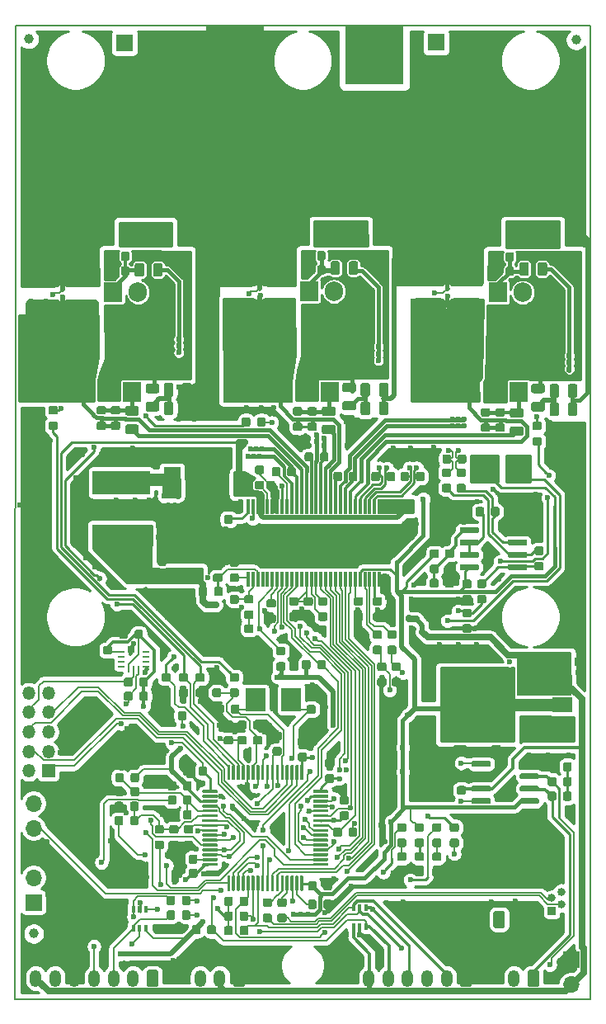
<source format=gbr>
G04 #@! TF.GenerationSoftware,KiCad,Pcbnew,(5.1.5)-3*
G04 #@! TF.CreationDate,2020-04-08T13:55:35-05:00*
G04 #@! TF.ProjectId,Cheap FOCer 2 60mm,43686561-7020-4464-9f43-657220322036,1*
G04 #@! TF.SameCoordinates,PX6979f40PYa1135a0*
G04 #@! TF.FileFunction,Copper,L1,Top*
G04 #@! TF.FilePolarity,Positive*
%FSLAX46Y46*%
G04 Gerber Fmt 4.6, Leading zero omitted, Abs format (unit mm)*
G04 Created by KiCad (PCBNEW (5.1.5)-3) date 2020-04-08 13:55:35*
%MOMM*%
%LPD*%
G04 APERTURE LIST*
%ADD10C,0.150000*%
%ADD11R,1.800000X2.500000*%
%ADD12R,1.905000X2.000000*%
%ADD13O,1.905000X2.000000*%
%ADD14R,0.675000X0.250000*%
%ADD15R,0.250000X0.675000*%
%ADD16O,1.200000X1.750000*%
%ADD17R,1.800000X1.800000*%
%ADD18C,1.800000*%
%ADD19O,1.700000X1.700000*%
%ADD20R,1.700000X1.700000*%
%ADD21O,1.350000X1.350000*%
%ADD22R,1.350000X1.350000*%
%ADD23R,6.000000X6.000000*%
%ADD24R,6.000000X6.500000*%
%ADD25O,4.000000X3.000000*%
%ADD26R,2.000000X1.500000*%
%ADD27R,2.000000X3.800000*%
%ADD28C,0.500000*%
%ADD29R,0.300000X1.550000*%
%ADD30R,6.350000X3.610000*%
%ADD31C,1.000000*%
%ADD32R,5.900000X2.450000*%
%ADD33O,1.850000X0.850000*%
%ADD34C,0.840000*%
%ADD35R,0.840000X0.840000*%
%ADD36R,2.000000X2.400000*%
%ADD37R,0.400000X0.650000*%
%ADD38C,0.600000*%
%ADD39C,0.800000*%
%ADD40C,0.508000*%
%ADD41C,0.304800*%
%ADD42C,0.635000*%
%ADD43C,0.177800*%
%ADD44C,1.016000*%
%ADD45C,0.254000*%
%ADD46C,0.406400*%
%ADD47C,1.270000*%
%ADD48C,0.889000*%
G04 APERTURE END LIST*
D10*
X59100000Y99900000D02*
X25000Y99900000D01*
X0Y0D02*
X59100000Y0D01*
X25000Y99900000D02*
X0Y0D01*
X59100000Y0D02*
X59100000Y99900000D01*
G36*
X24825000Y72900000D02*
G01*
X24825000Y73900000D01*
X25325000Y73900000D01*
X25325000Y72900000D01*
X24825000Y72900000D01*
G37*
G36*
X25325000Y72100000D02*
G01*
X25325000Y71100000D01*
X24825000Y71100000D01*
X24825000Y72100000D01*
X25325000Y72100000D01*
G37*
G36*
X4600000Y72750000D02*
G01*
X4600000Y73750000D01*
X5100000Y73750000D01*
X5100000Y72750000D01*
X4600000Y72750000D01*
G37*
G36*
X44625000Y72100000D02*
G01*
X44625000Y71100000D01*
X44125000Y71100000D01*
X44125000Y72100000D01*
X44625000Y72100000D01*
G37*
G36*
X5100000Y72050000D02*
G01*
X5100000Y71050000D01*
X4600000Y71050000D01*
X4600000Y72050000D01*
X5100000Y72050000D01*
G37*
G36*
X44125000Y72900000D02*
G01*
X44125000Y73900000D01*
X44625000Y73900000D01*
X44625000Y72900000D01*
X44125000Y72900000D01*
G37*
D11*
X16100000Y49300000D03*
X16100000Y53300000D03*
G04 #@! TA.AperFunction,SMDPad,CuDef*
D10*
G36*
X23399504Y54173796D02*
G01*
X23423773Y54170196D01*
X23447571Y54164235D01*
X23470671Y54155970D01*
X23492849Y54145480D01*
X23513893Y54132867D01*
X23533598Y54118253D01*
X23551777Y54101777D01*
X23568253Y54083598D01*
X23582867Y54063893D01*
X23595480Y54042849D01*
X23605970Y54020671D01*
X23614235Y53997571D01*
X23620196Y53973773D01*
X23623796Y53949504D01*
X23625000Y53925000D01*
X23625000Y51775000D01*
X23623796Y51750496D01*
X23620196Y51726227D01*
X23614235Y51702429D01*
X23605970Y51679329D01*
X23595480Y51657151D01*
X23582867Y51636107D01*
X23568253Y51616402D01*
X23551777Y51598223D01*
X23533598Y51581747D01*
X23513893Y51567133D01*
X23492849Y51554520D01*
X23470671Y51544030D01*
X23447571Y51535765D01*
X23423773Y51529804D01*
X23399504Y51526204D01*
X23375000Y51525000D01*
X22625000Y51525000D01*
X22600496Y51526204D01*
X22576227Y51529804D01*
X22552429Y51535765D01*
X22529329Y51544030D01*
X22507151Y51554520D01*
X22486107Y51567133D01*
X22466402Y51581747D01*
X22448223Y51598223D01*
X22431747Y51616402D01*
X22417133Y51636107D01*
X22404520Y51657151D01*
X22394030Y51679329D01*
X22385765Y51702429D01*
X22379804Y51726227D01*
X22376204Y51750496D01*
X22375000Y51775000D01*
X22375000Y53925000D01*
X22376204Y53949504D01*
X22379804Y53973773D01*
X22385765Y53997571D01*
X22394030Y54020671D01*
X22404520Y54042849D01*
X22417133Y54063893D01*
X22431747Y54083598D01*
X22448223Y54101777D01*
X22466402Y54118253D01*
X22486107Y54132867D01*
X22507151Y54145480D01*
X22529329Y54155970D01*
X22552429Y54164235D01*
X22576227Y54170196D01*
X22600496Y54173796D01*
X22625000Y54175000D01*
X23375000Y54175000D01*
X23399504Y54173796D01*
G37*
G04 #@! TD.AperFunction*
G04 #@! TA.AperFunction,SMDPad,CuDef*
G36*
X20599504Y54173796D02*
G01*
X20623773Y54170196D01*
X20647571Y54164235D01*
X20670671Y54155970D01*
X20692849Y54145480D01*
X20713893Y54132867D01*
X20733598Y54118253D01*
X20751777Y54101777D01*
X20768253Y54083598D01*
X20782867Y54063893D01*
X20795480Y54042849D01*
X20805970Y54020671D01*
X20814235Y53997571D01*
X20820196Y53973773D01*
X20823796Y53949504D01*
X20825000Y53925000D01*
X20825000Y51775000D01*
X20823796Y51750496D01*
X20820196Y51726227D01*
X20814235Y51702429D01*
X20805970Y51679329D01*
X20795480Y51657151D01*
X20782867Y51636107D01*
X20768253Y51616402D01*
X20751777Y51598223D01*
X20733598Y51581747D01*
X20713893Y51567133D01*
X20692849Y51554520D01*
X20670671Y51544030D01*
X20647571Y51535765D01*
X20623773Y51529804D01*
X20599504Y51526204D01*
X20575000Y51525000D01*
X19825000Y51525000D01*
X19800496Y51526204D01*
X19776227Y51529804D01*
X19752429Y51535765D01*
X19729329Y51544030D01*
X19707151Y51554520D01*
X19686107Y51567133D01*
X19666402Y51581747D01*
X19648223Y51598223D01*
X19631747Y51616402D01*
X19617133Y51636107D01*
X19604520Y51657151D01*
X19594030Y51679329D01*
X19585765Y51702429D01*
X19579804Y51726227D01*
X19576204Y51750496D01*
X19575000Y51775000D01*
X19575000Y53925000D01*
X19576204Y53949504D01*
X19579804Y53973773D01*
X19585765Y53997571D01*
X19594030Y54020671D01*
X19604520Y54042849D01*
X19617133Y54063893D01*
X19631747Y54083598D01*
X19648223Y54101777D01*
X19666402Y54118253D01*
X19686107Y54132867D01*
X19707151Y54145480D01*
X19729329Y54155970D01*
X19752429Y54164235D01*
X19776227Y54170196D01*
X19800496Y54173796D01*
X19825000Y54175000D01*
X20575000Y54175000D01*
X20599504Y54173796D01*
G37*
G04 #@! TD.AperFunction*
G04 #@! TA.AperFunction,SMDPad,CuDef*
G36*
X10952691Y23173947D02*
G01*
X10973926Y23170797D01*
X10994750Y23165581D01*
X11014962Y23158349D01*
X11034368Y23149170D01*
X11052781Y23138134D01*
X11070024Y23125346D01*
X11085930Y23110930D01*
X11100346Y23095024D01*
X11113134Y23077781D01*
X11124170Y23059368D01*
X11133349Y23039962D01*
X11140581Y23019750D01*
X11145797Y22998926D01*
X11148947Y22977691D01*
X11150000Y22956250D01*
X11150000Y22443750D01*
X11148947Y22422309D01*
X11145797Y22401074D01*
X11140581Y22380250D01*
X11133349Y22360038D01*
X11124170Y22340632D01*
X11113134Y22322219D01*
X11100346Y22304976D01*
X11085930Y22289070D01*
X11070024Y22274654D01*
X11052781Y22261866D01*
X11034368Y22250830D01*
X11014962Y22241651D01*
X10994750Y22234419D01*
X10973926Y22229203D01*
X10952691Y22226053D01*
X10931250Y22225000D01*
X10493750Y22225000D01*
X10472309Y22226053D01*
X10451074Y22229203D01*
X10430250Y22234419D01*
X10410038Y22241651D01*
X10390632Y22250830D01*
X10372219Y22261866D01*
X10354976Y22274654D01*
X10339070Y22289070D01*
X10324654Y22304976D01*
X10311866Y22322219D01*
X10300830Y22340632D01*
X10291651Y22360038D01*
X10284419Y22380250D01*
X10279203Y22401074D01*
X10276053Y22422309D01*
X10275000Y22443750D01*
X10275000Y22956250D01*
X10276053Y22977691D01*
X10279203Y22998926D01*
X10284419Y23019750D01*
X10291651Y23039962D01*
X10300830Y23059368D01*
X10311866Y23077781D01*
X10324654Y23095024D01*
X10339070Y23110930D01*
X10354976Y23125346D01*
X10372219Y23138134D01*
X10390632Y23149170D01*
X10410038Y23158349D01*
X10430250Y23165581D01*
X10451074Y23170797D01*
X10472309Y23173947D01*
X10493750Y23175000D01*
X10931250Y23175000D01*
X10952691Y23173947D01*
G37*
G04 #@! TD.AperFunction*
G04 #@! TA.AperFunction,SMDPad,CuDef*
G36*
X12527691Y23173947D02*
G01*
X12548926Y23170797D01*
X12569750Y23165581D01*
X12589962Y23158349D01*
X12609368Y23149170D01*
X12627781Y23138134D01*
X12645024Y23125346D01*
X12660930Y23110930D01*
X12675346Y23095024D01*
X12688134Y23077781D01*
X12699170Y23059368D01*
X12708349Y23039962D01*
X12715581Y23019750D01*
X12720797Y22998926D01*
X12723947Y22977691D01*
X12725000Y22956250D01*
X12725000Y22443750D01*
X12723947Y22422309D01*
X12720797Y22401074D01*
X12715581Y22380250D01*
X12708349Y22360038D01*
X12699170Y22340632D01*
X12688134Y22322219D01*
X12675346Y22304976D01*
X12660930Y22289070D01*
X12645024Y22274654D01*
X12627781Y22261866D01*
X12609368Y22250830D01*
X12589962Y22241651D01*
X12569750Y22234419D01*
X12548926Y22229203D01*
X12527691Y22226053D01*
X12506250Y22225000D01*
X12068750Y22225000D01*
X12047309Y22226053D01*
X12026074Y22229203D01*
X12005250Y22234419D01*
X11985038Y22241651D01*
X11965632Y22250830D01*
X11947219Y22261866D01*
X11929976Y22274654D01*
X11914070Y22289070D01*
X11899654Y22304976D01*
X11886866Y22322219D01*
X11875830Y22340632D01*
X11866651Y22360038D01*
X11859419Y22380250D01*
X11854203Y22401074D01*
X11851053Y22422309D01*
X11850000Y22443750D01*
X11850000Y22956250D01*
X11851053Y22977691D01*
X11854203Y22998926D01*
X11859419Y23019750D01*
X11866651Y23039962D01*
X11875830Y23059368D01*
X11886866Y23077781D01*
X11899654Y23095024D01*
X11914070Y23110930D01*
X11929976Y23125346D01*
X11947219Y23138134D01*
X11965632Y23149170D01*
X11985038Y23158349D01*
X12005250Y23165581D01*
X12026074Y23170797D01*
X12047309Y23173947D01*
X12068750Y23175000D01*
X12506250Y23175000D01*
X12527691Y23173947D01*
G37*
G04 #@! TD.AperFunction*
G04 #@! TA.AperFunction,SMDPad,CuDef*
G36*
X12531423Y21740215D02*
G01*
X12552658Y21737065D01*
X12573482Y21731849D01*
X12593694Y21724617D01*
X12613100Y21715438D01*
X12631513Y21704402D01*
X12648756Y21691614D01*
X12664662Y21677198D01*
X12679078Y21661292D01*
X12691866Y21644049D01*
X12702902Y21625636D01*
X12712081Y21606230D01*
X12719313Y21586018D01*
X12724529Y21565194D01*
X12727679Y21543959D01*
X12728732Y21522518D01*
X12728732Y21010018D01*
X12727679Y20988577D01*
X12724529Y20967342D01*
X12719313Y20946518D01*
X12712081Y20926306D01*
X12702902Y20906900D01*
X12691866Y20888487D01*
X12679078Y20871244D01*
X12664662Y20855338D01*
X12648756Y20840922D01*
X12631513Y20828134D01*
X12613100Y20817098D01*
X12593694Y20807919D01*
X12573482Y20800687D01*
X12552658Y20795471D01*
X12531423Y20792321D01*
X12509982Y20791268D01*
X12072482Y20791268D01*
X12051041Y20792321D01*
X12029806Y20795471D01*
X12008982Y20800687D01*
X11988770Y20807919D01*
X11969364Y20817098D01*
X11950951Y20828134D01*
X11933708Y20840922D01*
X11917802Y20855338D01*
X11903386Y20871244D01*
X11890598Y20888487D01*
X11879562Y20906900D01*
X11870383Y20926306D01*
X11863151Y20946518D01*
X11857935Y20967342D01*
X11854785Y20988577D01*
X11853732Y21010018D01*
X11853732Y21522518D01*
X11854785Y21543959D01*
X11857935Y21565194D01*
X11863151Y21586018D01*
X11870383Y21606230D01*
X11879562Y21625636D01*
X11890598Y21644049D01*
X11903386Y21661292D01*
X11917802Y21677198D01*
X11933708Y21691614D01*
X11950951Y21704402D01*
X11969364Y21715438D01*
X11988770Y21724617D01*
X12008982Y21731849D01*
X12029806Y21737065D01*
X12051041Y21740215D01*
X12072482Y21741268D01*
X12509982Y21741268D01*
X12531423Y21740215D01*
G37*
G04 #@! TD.AperFunction*
G04 #@! TA.AperFunction,SMDPad,CuDef*
G36*
X10956423Y21740215D02*
G01*
X10977658Y21737065D01*
X10998482Y21731849D01*
X11018694Y21724617D01*
X11038100Y21715438D01*
X11056513Y21704402D01*
X11073756Y21691614D01*
X11089662Y21677198D01*
X11104078Y21661292D01*
X11116866Y21644049D01*
X11127902Y21625636D01*
X11137081Y21606230D01*
X11144313Y21586018D01*
X11149529Y21565194D01*
X11152679Y21543959D01*
X11153732Y21522518D01*
X11153732Y21010018D01*
X11152679Y20988577D01*
X11149529Y20967342D01*
X11144313Y20946518D01*
X11137081Y20926306D01*
X11127902Y20906900D01*
X11116866Y20888487D01*
X11104078Y20871244D01*
X11089662Y20855338D01*
X11073756Y20840922D01*
X11056513Y20828134D01*
X11038100Y20817098D01*
X11018694Y20807919D01*
X10998482Y20800687D01*
X10977658Y20795471D01*
X10956423Y20792321D01*
X10934982Y20791268D01*
X10497482Y20791268D01*
X10476041Y20792321D01*
X10454806Y20795471D01*
X10433982Y20800687D01*
X10413770Y20807919D01*
X10394364Y20817098D01*
X10375951Y20828134D01*
X10358708Y20840922D01*
X10342802Y20855338D01*
X10328386Y20871244D01*
X10315598Y20888487D01*
X10304562Y20906900D01*
X10295383Y20926306D01*
X10288151Y20946518D01*
X10282935Y20967342D01*
X10279785Y20988577D01*
X10278732Y21010018D01*
X10278732Y21522518D01*
X10279785Y21543959D01*
X10282935Y21565194D01*
X10288151Y21586018D01*
X10295383Y21606230D01*
X10304562Y21625636D01*
X10315598Y21644049D01*
X10328386Y21661292D01*
X10342802Y21677198D01*
X10358708Y21691614D01*
X10375951Y21704402D01*
X10394364Y21715438D01*
X10413770Y21724617D01*
X10433982Y21731849D01*
X10454806Y21737065D01*
X10476041Y21740215D01*
X10497482Y21741268D01*
X10934982Y21741268D01*
X10956423Y21740215D01*
G37*
G04 #@! TD.AperFunction*
G04 #@! TA.AperFunction,SMDPad,CuDef*
G36*
X12481423Y20240215D02*
G01*
X12502658Y20237065D01*
X12523482Y20231849D01*
X12543694Y20224617D01*
X12563100Y20215438D01*
X12581513Y20204402D01*
X12598756Y20191614D01*
X12614662Y20177198D01*
X12629078Y20161292D01*
X12641866Y20144049D01*
X12652902Y20125636D01*
X12662081Y20106230D01*
X12669313Y20086018D01*
X12674529Y20065194D01*
X12677679Y20043959D01*
X12678732Y20022518D01*
X12678732Y19510018D01*
X12677679Y19488577D01*
X12674529Y19467342D01*
X12669313Y19446518D01*
X12662081Y19426306D01*
X12652902Y19406900D01*
X12641866Y19388487D01*
X12629078Y19371244D01*
X12614662Y19355338D01*
X12598756Y19340922D01*
X12581513Y19328134D01*
X12563100Y19317098D01*
X12543694Y19307919D01*
X12523482Y19300687D01*
X12502658Y19295471D01*
X12481423Y19292321D01*
X12459982Y19291268D01*
X12022482Y19291268D01*
X12001041Y19292321D01*
X11979806Y19295471D01*
X11958982Y19300687D01*
X11938770Y19307919D01*
X11919364Y19317098D01*
X11900951Y19328134D01*
X11883708Y19340922D01*
X11867802Y19355338D01*
X11853386Y19371244D01*
X11840598Y19388487D01*
X11829562Y19406900D01*
X11820383Y19426306D01*
X11813151Y19446518D01*
X11807935Y19467342D01*
X11804785Y19488577D01*
X11803732Y19510018D01*
X11803732Y20022518D01*
X11804785Y20043959D01*
X11807935Y20065194D01*
X11813151Y20086018D01*
X11820383Y20106230D01*
X11829562Y20125636D01*
X11840598Y20144049D01*
X11853386Y20161292D01*
X11867802Y20177198D01*
X11883708Y20191614D01*
X11900951Y20204402D01*
X11919364Y20215438D01*
X11938770Y20224617D01*
X11958982Y20231849D01*
X11979806Y20237065D01*
X12001041Y20240215D01*
X12022482Y20241268D01*
X12459982Y20241268D01*
X12481423Y20240215D01*
G37*
G04 #@! TD.AperFunction*
G04 #@! TA.AperFunction,SMDPad,CuDef*
G36*
X10906423Y20240215D02*
G01*
X10927658Y20237065D01*
X10948482Y20231849D01*
X10968694Y20224617D01*
X10988100Y20215438D01*
X11006513Y20204402D01*
X11023756Y20191614D01*
X11039662Y20177198D01*
X11054078Y20161292D01*
X11066866Y20144049D01*
X11077902Y20125636D01*
X11087081Y20106230D01*
X11094313Y20086018D01*
X11099529Y20065194D01*
X11102679Y20043959D01*
X11103732Y20022518D01*
X11103732Y19510018D01*
X11102679Y19488577D01*
X11099529Y19467342D01*
X11094313Y19446518D01*
X11087081Y19426306D01*
X11077902Y19406900D01*
X11066866Y19388487D01*
X11054078Y19371244D01*
X11039662Y19355338D01*
X11023756Y19340922D01*
X11006513Y19328134D01*
X10988100Y19317098D01*
X10968694Y19307919D01*
X10948482Y19300687D01*
X10927658Y19295471D01*
X10906423Y19292321D01*
X10884982Y19291268D01*
X10447482Y19291268D01*
X10426041Y19292321D01*
X10404806Y19295471D01*
X10383982Y19300687D01*
X10363770Y19307919D01*
X10344364Y19317098D01*
X10325951Y19328134D01*
X10308708Y19340922D01*
X10292802Y19355338D01*
X10278386Y19371244D01*
X10265598Y19388487D01*
X10254562Y19406900D01*
X10245383Y19426306D01*
X10238151Y19446518D01*
X10232935Y19467342D01*
X10229785Y19488577D01*
X10228732Y19510018D01*
X10228732Y20022518D01*
X10229785Y20043959D01*
X10232935Y20065194D01*
X10238151Y20086018D01*
X10245383Y20106230D01*
X10254562Y20125636D01*
X10265598Y20144049D01*
X10278386Y20161292D01*
X10292802Y20177198D01*
X10308708Y20191614D01*
X10325951Y20204402D01*
X10344364Y20215438D01*
X10363770Y20224617D01*
X10383982Y20231849D01*
X10404806Y20237065D01*
X10426041Y20240215D01*
X10447482Y20241268D01*
X10884982Y20241268D01*
X10906423Y20240215D01*
G37*
G04 #@! TD.AperFunction*
G04 #@! TA.AperFunction,SMDPad,CuDef*
G36*
X12477691Y18773947D02*
G01*
X12498926Y18770797D01*
X12519750Y18765581D01*
X12539962Y18758349D01*
X12559368Y18749170D01*
X12577781Y18738134D01*
X12595024Y18725346D01*
X12610930Y18710930D01*
X12625346Y18695024D01*
X12638134Y18677781D01*
X12649170Y18659368D01*
X12658349Y18639962D01*
X12665581Y18619750D01*
X12670797Y18598926D01*
X12673947Y18577691D01*
X12675000Y18556250D01*
X12675000Y18043750D01*
X12673947Y18022309D01*
X12670797Y18001074D01*
X12665581Y17980250D01*
X12658349Y17960038D01*
X12649170Y17940632D01*
X12638134Y17922219D01*
X12625346Y17904976D01*
X12610930Y17889070D01*
X12595024Y17874654D01*
X12577781Y17861866D01*
X12559368Y17850830D01*
X12539962Y17841651D01*
X12519750Y17834419D01*
X12498926Y17829203D01*
X12477691Y17826053D01*
X12456250Y17825000D01*
X12018750Y17825000D01*
X11997309Y17826053D01*
X11976074Y17829203D01*
X11955250Y17834419D01*
X11935038Y17841651D01*
X11915632Y17850830D01*
X11897219Y17861866D01*
X11879976Y17874654D01*
X11864070Y17889070D01*
X11849654Y17904976D01*
X11836866Y17922219D01*
X11825830Y17940632D01*
X11816651Y17960038D01*
X11809419Y17980250D01*
X11804203Y18001074D01*
X11801053Y18022309D01*
X11800000Y18043750D01*
X11800000Y18556250D01*
X11801053Y18577691D01*
X11804203Y18598926D01*
X11809419Y18619750D01*
X11816651Y18639962D01*
X11825830Y18659368D01*
X11836866Y18677781D01*
X11849654Y18695024D01*
X11864070Y18710930D01*
X11879976Y18725346D01*
X11897219Y18738134D01*
X11915632Y18749170D01*
X11935038Y18758349D01*
X11955250Y18765581D01*
X11976074Y18770797D01*
X11997309Y18773947D01*
X12018750Y18775000D01*
X12456250Y18775000D01*
X12477691Y18773947D01*
G37*
G04 #@! TD.AperFunction*
G04 #@! TA.AperFunction,SMDPad,CuDef*
G36*
X10902691Y18773947D02*
G01*
X10923926Y18770797D01*
X10944750Y18765581D01*
X10964962Y18758349D01*
X10984368Y18749170D01*
X11002781Y18738134D01*
X11020024Y18725346D01*
X11035930Y18710930D01*
X11050346Y18695024D01*
X11063134Y18677781D01*
X11074170Y18659368D01*
X11083349Y18639962D01*
X11090581Y18619750D01*
X11095797Y18598926D01*
X11098947Y18577691D01*
X11100000Y18556250D01*
X11100000Y18043750D01*
X11098947Y18022309D01*
X11095797Y18001074D01*
X11090581Y17980250D01*
X11083349Y17960038D01*
X11074170Y17940632D01*
X11063134Y17922219D01*
X11050346Y17904976D01*
X11035930Y17889070D01*
X11020024Y17874654D01*
X11002781Y17861866D01*
X10984368Y17850830D01*
X10964962Y17841651D01*
X10944750Y17834419D01*
X10923926Y17829203D01*
X10902691Y17826053D01*
X10881250Y17825000D01*
X10443750Y17825000D01*
X10422309Y17826053D01*
X10401074Y17829203D01*
X10380250Y17834419D01*
X10360038Y17841651D01*
X10340632Y17850830D01*
X10322219Y17861866D01*
X10304976Y17874654D01*
X10289070Y17889070D01*
X10274654Y17904976D01*
X10261866Y17922219D01*
X10250830Y17940632D01*
X10241651Y17960038D01*
X10234419Y17980250D01*
X10229203Y18001074D01*
X10226053Y18022309D01*
X10225000Y18043750D01*
X10225000Y18556250D01*
X10226053Y18577691D01*
X10229203Y18598926D01*
X10234419Y18619750D01*
X10241651Y18639962D01*
X10250830Y18659368D01*
X10261866Y18677781D01*
X10274654Y18695024D01*
X10289070Y18710930D01*
X10304976Y18725346D01*
X10322219Y18738134D01*
X10340632Y18749170D01*
X10360038Y18758349D01*
X10380250Y18765581D01*
X10401074Y18770797D01*
X10422309Y18773947D01*
X10443750Y18775000D01*
X10881250Y18775000D01*
X10902691Y18773947D01*
G37*
G04 #@! TD.AperFunction*
G04 #@! TA.AperFunction,SMDPad,CuDef*
G36*
X48577691Y59048947D02*
G01*
X48598926Y59045797D01*
X48619750Y59040581D01*
X48639962Y59033349D01*
X48659368Y59024170D01*
X48677781Y59013134D01*
X48695024Y59000346D01*
X48710930Y58985930D01*
X48725346Y58970024D01*
X48738134Y58952781D01*
X48749170Y58934368D01*
X48758349Y58914962D01*
X48765581Y58894750D01*
X48770797Y58873926D01*
X48773947Y58852691D01*
X48775000Y58831250D01*
X48775000Y58393750D01*
X48773947Y58372309D01*
X48770797Y58351074D01*
X48765581Y58330250D01*
X48758349Y58310038D01*
X48749170Y58290632D01*
X48738134Y58272219D01*
X48725346Y58254976D01*
X48710930Y58239070D01*
X48695024Y58224654D01*
X48677781Y58211866D01*
X48659368Y58200830D01*
X48639962Y58191651D01*
X48619750Y58184419D01*
X48598926Y58179203D01*
X48577691Y58176053D01*
X48556250Y58175000D01*
X48043750Y58175000D01*
X48022309Y58176053D01*
X48001074Y58179203D01*
X47980250Y58184419D01*
X47960038Y58191651D01*
X47940632Y58200830D01*
X47922219Y58211866D01*
X47904976Y58224654D01*
X47889070Y58239070D01*
X47874654Y58254976D01*
X47861866Y58272219D01*
X47850830Y58290632D01*
X47841651Y58310038D01*
X47834419Y58330250D01*
X47829203Y58351074D01*
X47826053Y58372309D01*
X47825000Y58393750D01*
X47825000Y58831250D01*
X47826053Y58852691D01*
X47829203Y58873926D01*
X47834419Y58894750D01*
X47841651Y58914962D01*
X47850830Y58934368D01*
X47861866Y58952781D01*
X47874654Y58970024D01*
X47889070Y58985930D01*
X47904976Y59000346D01*
X47922219Y59013134D01*
X47940632Y59024170D01*
X47960038Y59033349D01*
X47980250Y59040581D01*
X48001074Y59045797D01*
X48022309Y59048947D01*
X48043750Y59050000D01*
X48556250Y59050000D01*
X48577691Y59048947D01*
G37*
G04 #@! TD.AperFunction*
G04 #@! TA.AperFunction,SMDPad,CuDef*
G36*
X48577691Y60623947D02*
G01*
X48598926Y60620797D01*
X48619750Y60615581D01*
X48639962Y60608349D01*
X48659368Y60599170D01*
X48677781Y60588134D01*
X48695024Y60575346D01*
X48710930Y60560930D01*
X48725346Y60545024D01*
X48738134Y60527781D01*
X48749170Y60509368D01*
X48758349Y60489962D01*
X48765581Y60469750D01*
X48770797Y60448926D01*
X48773947Y60427691D01*
X48775000Y60406250D01*
X48775000Y59968750D01*
X48773947Y59947309D01*
X48770797Y59926074D01*
X48765581Y59905250D01*
X48758349Y59885038D01*
X48749170Y59865632D01*
X48738134Y59847219D01*
X48725346Y59829976D01*
X48710930Y59814070D01*
X48695024Y59799654D01*
X48677781Y59786866D01*
X48659368Y59775830D01*
X48639962Y59766651D01*
X48619750Y59759419D01*
X48598926Y59754203D01*
X48577691Y59751053D01*
X48556250Y59750000D01*
X48043750Y59750000D01*
X48022309Y59751053D01*
X48001074Y59754203D01*
X47980250Y59759419D01*
X47960038Y59766651D01*
X47940632Y59775830D01*
X47922219Y59786866D01*
X47904976Y59799654D01*
X47889070Y59814070D01*
X47874654Y59829976D01*
X47861866Y59847219D01*
X47850830Y59865632D01*
X47841651Y59885038D01*
X47834419Y59905250D01*
X47829203Y59926074D01*
X47826053Y59947309D01*
X47825000Y59968750D01*
X47825000Y60406250D01*
X47826053Y60427691D01*
X47829203Y60448926D01*
X47834419Y60469750D01*
X47841651Y60489962D01*
X47850830Y60509368D01*
X47861866Y60527781D01*
X47874654Y60545024D01*
X47889070Y60560930D01*
X47904976Y60575346D01*
X47922219Y60588134D01*
X47940632Y60599170D01*
X47960038Y60608349D01*
X47980250Y60615581D01*
X48001074Y60620797D01*
X48022309Y60623947D01*
X48043750Y60625000D01*
X48556250Y60625000D01*
X48577691Y60623947D01*
G37*
G04 #@! TD.AperFunction*
G04 #@! TA.AperFunction,SMDPad,CuDef*
G36*
X49452691Y76623947D02*
G01*
X49473926Y76620797D01*
X49494750Y76615581D01*
X49514962Y76608349D01*
X49534368Y76599170D01*
X49552781Y76588134D01*
X49570024Y76575346D01*
X49585930Y76560930D01*
X49600346Y76545024D01*
X49613134Y76527781D01*
X49624170Y76509368D01*
X49633349Y76489962D01*
X49640581Y76469750D01*
X49645797Y76448926D01*
X49648947Y76427691D01*
X49650000Y76406250D01*
X49650000Y75893750D01*
X49648947Y75872309D01*
X49645797Y75851074D01*
X49640581Y75830250D01*
X49633349Y75810038D01*
X49624170Y75790632D01*
X49613134Y75772219D01*
X49600346Y75754976D01*
X49585930Y75739070D01*
X49570024Y75724654D01*
X49552781Y75711866D01*
X49534368Y75700830D01*
X49514962Y75691651D01*
X49494750Y75684419D01*
X49473926Y75679203D01*
X49452691Y75676053D01*
X49431250Y75675000D01*
X48993750Y75675000D01*
X48972309Y75676053D01*
X48951074Y75679203D01*
X48930250Y75684419D01*
X48910038Y75691651D01*
X48890632Y75700830D01*
X48872219Y75711866D01*
X48854976Y75724654D01*
X48839070Y75739070D01*
X48824654Y75754976D01*
X48811866Y75772219D01*
X48800830Y75790632D01*
X48791651Y75810038D01*
X48784419Y75830250D01*
X48779203Y75851074D01*
X48776053Y75872309D01*
X48775000Y75893750D01*
X48775000Y76406250D01*
X48776053Y76427691D01*
X48779203Y76448926D01*
X48784419Y76469750D01*
X48791651Y76489962D01*
X48800830Y76509368D01*
X48811866Y76527781D01*
X48824654Y76545024D01*
X48839070Y76560930D01*
X48854976Y76575346D01*
X48872219Y76588134D01*
X48890632Y76599170D01*
X48910038Y76608349D01*
X48930250Y76615581D01*
X48951074Y76620797D01*
X48972309Y76623947D01*
X48993750Y76625000D01*
X49431250Y76625000D01*
X49452691Y76623947D01*
G37*
G04 #@! TD.AperFunction*
G04 #@! TA.AperFunction,SMDPad,CuDef*
G36*
X51027691Y76623947D02*
G01*
X51048926Y76620797D01*
X51069750Y76615581D01*
X51089962Y76608349D01*
X51109368Y76599170D01*
X51127781Y76588134D01*
X51145024Y76575346D01*
X51160930Y76560930D01*
X51175346Y76545024D01*
X51188134Y76527781D01*
X51199170Y76509368D01*
X51208349Y76489962D01*
X51215581Y76469750D01*
X51220797Y76448926D01*
X51223947Y76427691D01*
X51225000Y76406250D01*
X51225000Y75893750D01*
X51223947Y75872309D01*
X51220797Y75851074D01*
X51215581Y75830250D01*
X51208349Y75810038D01*
X51199170Y75790632D01*
X51188134Y75772219D01*
X51175346Y75754976D01*
X51160930Y75739070D01*
X51145024Y75724654D01*
X51127781Y75711866D01*
X51109368Y75700830D01*
X51089962Y75691651D01*
X51069750Y75684419D01*
X51048926Y75679203D01*
X51027691Y75676053D01*
X51006250Y75675000D01*
X50568750Y75675000D01*
X50547309Y75676053D01*
X50526074Y75679203D01*
X50505250Y75684419D01*
X50485038Y75691651D01*
X50465632Y75700830D01*
X50447219Y75711866D01*
X50429976Y75724654D01*
X50414070Y75739070D01*
X50399654Y75754976D01*
X50386866Y75772219D01*
X50375830Y75790632D01*
X50366651Y75810038D01*
X50359419Y75830250D01*
X50354203Y75851074D01*
X50351053Y75872309D01*
X50350000Y75893750D01*
X50350000Y76406250D01*
X50351053Y76427691D01*
X50354203Y76448926D01*
X50359419Y76469750D01*
X50366651Y76489962D01*
X50375830Y76509368D01*
X50386866Y76527781D01*
X50399654Y76545024D01*
X50414070Y76560930D01*
X50429976Y76575346D01*
X50447219Y76588134D01*
X50465632Y76599170D01*
X50485038Y76608349D01*
X50505250Y76615581D01*
X50526074Y76620797D01*
X50547309Y76623947D01*
X50568750Y76625000D01*
X51006250Y76625000D01*
X51027691Y76623947D01*
G37*
G04 #@! TD.AperFunction*
G04 #@! TA.AperFunction,SMDPad,CuDef*
G36*
X29277691Y59148947D02*
G01*
X29298926Y59145797D01*
X29319750Y59140581D01*
X29339962Y59133349D01*
X29359368Y59124170D01*
X29377781Y59113134D01*
X29395024Y59100346D01*
X29410930Y59085930D01*
X29425346Y59070024D01*
X29438134Y59052781D01*
X29449170Y59034368D01*
X29458349Y59014962D01*
X29465581Y58994750D01*
X29470797Y58973926D01*
X29473947Y58952691D01*
X29475000Y58931250D01*
X29475000Y58493750D01*
X29473947Y58472309D01*
X29470797Y58451074D01*
X29465581Y58430250D01*
X29458349Y58410038D01*
X29449170Y58390632D01*
X29438134Y58372219D01*
X29425346Y58354976D01*
X29410930Y58339070D01*
X29395024Y58324654D01*
X29377781Y58311866D01*
X29359368Y58300830D01*
X29339962Y58291651D01*
X29319750Y58284419D01*
X29298926Y58279203D01*
X29277691Y58276053D01*
X29256250Y58275000D01*
X28743750Y58275000D01*
X28722309Y58276053D01*
X28701074Y58279203D01*
X28680250Y58284419D01*
X28660038Y58291651D01*
X28640632Y58300830D01*
X28622219Y58311866D01*
X28604976Y58324654D01*
X28589070Y58339070D01*
X28574654Y58354976D01*
X28561866Y58372219D01*
X28550830Y58390632D01*
X28541651Y58410038D01*
X28534419Y58430250D01*
X28529203Y58451074D01*
X28526053Y58472309D01*
X28525000Y58493750D01*
X28525000Y58931250D01*
X28526053Y58952691D01*
X28529203Y58973926D01*
X28534419Y58994750D01*
X28541651Y59014962D01*
X28550830Y59034368D01*
X28561866Y59052781D01*
X28574654Y59070024D01*
X28589070Y59085930D01*
X28604976Y59100346D01*
X28622219Y59113134D01*
X28640632Y59124170D01*
X28660038Y59133349D01*
X28680250Y59140581D01*
X28701074Y59145797D01*
X28722309Y59148947D01*
X28743750Y59150000D01*
X29256250Y59150000D01*
X29277691Y59148947D01*
G37*
G04 #@! TD.AperFunction*
G04 #@! TA.AperFunction,SMDPad,CuDef*
G36*
X29277691Y60723947D02*
G01*
X29298926Y60720797D01*
X29319750Y60715581D01*
X29339962Y60708349D01*
X29359368Y60699170D01*
X29377781Y60688134D01*
X29395024Y60675346D01*
X29410930Y60660930D01*
X29425346Y60645024D01*
X29438134Y60627781D01*
X29449170Y60609368D01*
X29458349Y60589962D01*
X29465581Y60569750D01*
X29470797Y60548926D01*
X29473947Y60527691D01*
X29475000Y60506250D01*
X29475000Y60068750D01*
X29473947Y60047309D01*
X29470797Y60026074D01*
X29465581Y60005250D01*
X29458349Y59985038D01*
X29449170Y59965632D01*
X29438134Y59947219D01*
X29425346Y59929976D01*
X29410930Y59914070D01*
X29395024Y59899654D01*
X29377781Y59886866D01*
X29359368Y59875830D01*
X29339962Y59866651D01*
X29319750Y59859419D01*
X29298926Y59854203D01*
X29277691Y59851053D01*
X29256250Y59850000D01*
X28743750Y59850000D01*
X28722309Y59851053D01*
X28701074Y59854203D01*
X28680250Y59859419D01*
X28660038Y59866651D01*
X28640632Y59875830D01*
X28622219Y59886866D01*
X28604976Y59899654D01*
X28589070Y59914070D01*
X28574654Y59929976D01*
X28561866Y59947219D01*
X28550830Y59965632D01*
X28541651Y59985038D01*
X28534419Y60005250D01*
X28529203Y60026074D01*
X28526053Y60047309D01*
X28525000Y60068750D01*
X28525000Y60506250D01*
X28526053Y60527691D01*
X28529203Y60548926D01*
X28534419Y60569750D01*
X28541651Y60589962D01*
X28550830Y60609368D01*
X28561866Y60627781D01*
X28574654Y60645024D01*
X28589070Y60660930D01*
X28604976Y60675346D01*
X28622219Y60688134D01*
X28640632Y60699170D01*
X28660038Y60708349D01*
X28680250Y60715581D01*
X28701074Y60720797D01*
X28722309Y60723947D01*
X28743750Y60725000D01*
X29256250Y60725000D01*
X29277691Y60723947D01*
G37*
G04 #@! TD.AperFunction*
G04 #@! TA.AperFunction,SMDPad,CuDef*
G36*
X30102691Y76723947D02*
G01*
X30123926Y76720797D01*
X30144750Y76715581D01*
X30164962Y76708349D01*
X30184368Y76699170D01*
X30202781Y76688134D01*
X30220024Y76675346D01*
X30235930Y76660930D01*
X30250346Y76645024D01*
X30263134Y76627781D01*
X30274170Y76609368D01*
X30283349Y76589962D01*
X30290581Y76569750D01*
X30295797Y76548926D01*
X30298947Y76527691D01*
X30300000Y76506250D01*
X30300000Y75993750D01*
X30298947Y75972309D01*
X30295797Y75951074D01*
X30290581Y75930250D01*
X30283349Y75910038D01*
X30274170Y75890632D01*
X30263134Y75872219D01*
X30250346Y75854976D01*
X30235930Y75839070D01*
X30220024Y75824654D01*
X30202781Y75811866D01*
X30184368Y75800830D01*
X30164962Y75791651D01*
X30144750Y75784419D01*
X30123926Y75779203D01*
X30102691Y75776053D01*
X30081250Y75775000D01*
X29643750Y75775000D01*
X29622309Y75776053D01*
X29601074Y75779203D01*
X29580250Y75784419D01*
X29560038Y75791651D01*
X29540632Y75800830D01*
X29522219Y75811866D01*
X29504976Y75824654D01*
X29489070Y75839070D01*
X29474654Y75854976D01*
X29461866Y75872219D01*
X29450830Y75890632D01*
X29441651Y75910038D01*
X29434419Y75930250D01*
X29429203Y75951074D01*
X29426053Y75972309D01*
X29425000Y75993750D01*
X29425000Y76506250D01*
X29426053Y76527691D01*
X29429203Y76548926D01*
X29434419Y76569750D01*
X29441651Y76589962D01*
X29450830Y76609368D01*
X29461866Y76627781D01*
X29474654Y76645024D01*
X29489070Y76660930D01*
X29504976Y76675346D01*
X29522219Y76688134D01*
X29540632Y76699170D01*
X29560038Y76708349D01*
X29580250Y76715581D01*
X29601074Y76720797D01*
X29622309Y76723947D01*
X29643750Y76725000D01*
X30081250Y76725000D01*
X30102691Y76723947D01*
G37*
G04 #@! TD.AperFunction*
G04 #@! TA.AperFunction,SMDPad,CuDef*
G36*
X31677691Y76723947D02*
G01*
X31698926Y76720797D01*
X31719750Y76715581D01*
X31739962Y76708349D01*
X31759368Y76699170D01*
X31777781Y76688134D01*
X31795024Y76675346D01*
X31810930Y76660930D01*
X31825346Y76645024D01*
X31838134Y76627781D01*
X31849170Y76609368D01*
X31858349Y76589962D01*
X31865581Y76569750D01*
X31870797Y76548926D01*
X31873947Y76527691D01*
X31875000Y76506250D01*
X31875000Y75993750D01*
X31873947Y75972309D01*
X31870797Y75951074D01*
X31865581Y75930250D01*
X31858349Y75910038D01*
X31849170Y75890632D01*
X31838134Y75872219D01*
X31825346Y75854976D01*
X31810930Y75839070D01*
X31795024Y75824654D01*
X31777781Y75811866D01*
X31759368Y75800830D01*
X31739962Y75791651D01*
X31719750Y75784419D01*
X31698926Y75779203D01*
X31677691Y75776053D01*
X31656250Y75775000D01*
X31218750Y75775000D01*
X31197309Y75776053D01*
X31176074Y75779203D01*
X31155250Y75784419D01*
X31135038Y75791651D01*
X31115632Y75800830D01*
X31097219Y75811866D01*
X31079976Y75824654D01*
X31064070Y75839070D01*
X31049654Y75854976D01*
X31036866Y75872219D01*
X31025830Y75890632D01*
X31016651Y75910038D01*
X31009419Y75930250D01*
X31004203Y75951074D01*
X31001053Y75972309D01*
X31000000Y75993750D01*
X31000000Y76506250D01*
X31001053Y76527691D01*
X31004203Y76548926D01*
X31009419Y76569750D01*
X31016651Y76589962D01*
X31025830Y76609368D01*
X31036866Y76627781D01*
X31049654Y76645024D01*
X31064070Y76660930D01*
X31079976Y76675346D01*
X31097219Y76688134D01*
X31115632Y76699170D01*
X31135038Y76708349D01*
X31155250Y76715581D01*
X31176074Y76720797D01*
X31197309Y76723947D01*
X31218750Y76725000D01*
X31656250Y76725000D01*
X31677691Y76723947D01*
G37*
G04 #@! TD.AperFunction*
G04 #@! TA.AperFunction,SMDPad,CuDef*
G36*
X9127691Y59248947D02*
G01*
X9148926Y59245797D01*
X9169750Y59240581D01*
X9189962Y59233349D01*
X9209368Y59224170D01*
X9227781Y59213134D01*
X9245024Y59200346D01*
X9260930Y59185930D01*
X9275346Y59170024D01*
X9288134Y59152781D01*
X9299170Y59134368D01*
X9308349Y59114962D01*
X9315581Y59094750D01*
X9320797Y59073926D01*
X9323947Y59052691D01*
X9325000Y59031250D01*
X9325000Y58593750D01*
X9323947Y58572309D01*
X9320797Y58551074D01*
X9315581Y58530250D01*
X9308349Y58510038D01*
X9299170Y58490632D01*
X9288134Y58472219D01*
X9275346Y58454976D01*
X9260930Y58439070D01*
X9245024Y58424654D01*
X9227781Y58411866D01*
X9209368Y58400830D01*
X9189962Y58391651D01*
X9169750Y58384419D01*
X9148926Y58379203D01*
X9127691Y58376053D01*
X9106250Y58375000D01*
X8593750Y58375000D01*
X8572309Y58376053D01*
X8551074Y58379203D01*
X8530250Y58384419D01*
X8510038Y58391651D01*
X8490632Y58400830D01*
X8472219Y58411866D01*
X8454976Y58424654D01*
X8439070Y58439070D01*
X8424654Y58454976D01*
X8411866Y58472219D01*
X8400830Y58490632D01*
X8391651Y58510038D01*
X8384419Y58530250D01*
X8379203Y58551074D01*
X8376053Y58572309D01*
X8375000Y58593750D01*
X8375000Y59031250D01*
X8376053Y59052691D01*
X8379203Y59073926D01*
X8384419Y59094750D01*
X8391651Y59114962D01*
X8400830Y59134368D01*
X8411866Y59152781D01*
X8424654Y59170024D01*
X8439070Y59185930D01*
X8454976Y59200346D01*
X8472219Y59213134D01*
X8490632Y59224170D01*
X8510038Y59233349D01*
X8530250Y59240581D01*
X8551074Y59245797D01*
X8572309Y59248947D01*
X8593750Y59250000D01*
X9106250Y59250000D01*
X9127691Y59248947D01*
G37*
G04 #@! TD.AperFunction*
G04 #@! TA.AperFunction,SMDPad,CuDef*
G36*
X9127691Y60823947D02*
G01*
X9148926Y60820797D01*
X9169750Y60815581D01*
X9189962Y60808349D01*
X9209368Y60799170D01*
X9227781Y60788134D01*
X9245024Y60775346D01*
X9260930Y60760930D01*
X9275346Y60745024D01*
X9288134Y60727781D01*
X9299170Y60709368D01*
X9308349Y60689962D01*
X9315581Y60669750D01*
X9320797Y60648926D01*
X9323947Y60627691D01*
X9325000Y60606250D01*
X9325000Y60168750D01*
X9323947Y60147309D01*
X9320797Y60126074D01*
X9315581Y60105250D01*
X9308349Y60085038D01*
X9299170Y60065632D01*
X9288134Y60047219D01*
X9275346Y60029976D01*
X9260930Y60014070D01*
X9245024Y59999654D01*
X9227781Y59986866D01*
X9209368Y59975830D01*
X9189962Y59966651D01*
X9169750Y59959419D01*
X9148926Y59954203D01*
X9127691Y59951053D01*
X9106250Y59950000D01*
X8593750Y59950000D01*
X8572309Y59951053D01*
X8551074Y59954203D01*
X8530250Y59959419D01*
X8510038Y59966651D01*
X8490632Y59975830D01*
X8472219Y59986866D01*
X8454976Y59999654D01*
X8439070Y60014070D01*
X8424654Y60029976D01*
X8411866Y60047219D01*
X8400830Y60065632D01*
X8391651Y60085038D01*
X8384419Y60105250D01*
X8379203Y60126074D01*
X8376053Y60147309D01*
X8375000Y60168750D01*
X8375000Y60606250D01*
X8376053Y60627691D01*
X8379203Y60648926D01*
X8384419Y60669750D01*
X8391651Y60689962D01*
X8400830Y60709368D01*
X8411866Y60727781D01*
X8424654Y60745024D01*
X8439070Y60760930D01*
X8454976Y60775346D01*
X8472219Y60788134D01*
X8490632Y60799170D01*
X8510038Y60808349D01*
X8530250Y60815581D01*
X8551074Y60820797D01*
X8572309Y60823947D01*
X8593750Y60825000D01*
X9106250Y60825000D01*
X9127691Y60823947D01*
G37*
G04 #@! TD.AperFunction*
G04 #@! TA.AperFunction,SMDPad,CuDef*
G36*
X9952691Y76673947D02*
G01*
X9973926Y76670797D01*
X9994750Y76665581D01*
X10014962Y76658349D01*
X10034368Y76649170D01*
X10052781Y76638134D01*
X10070024Y76625346D01*
X10085930Y76610930D01*
X10100346Y76595024D01*
X10113134Y76577781D01*
X10124170Y76559368D01*
X10133349Y76539962D01*
X10140581Y76519750D01*
X10145797Y76498926D01*
X10148947Y76477691D01*
X10150000Y76456250D01*
X10150000Y75943750D01*
X10148947Y75922309D01*
X10145797Y75901074D01*
X10140581Y75880250D01*
X10133349Y75860038D01*
X10124170Y75840632D01*
X10113134Y75822219D01*
X10100346Y75804976D01*
X10085930Y75789070D01*
X10070024Y75774654D01*
X10052781Y75761866D01*
X10034368Y75750830D01*
X10014962Y75741651D01*
X9994750Y75734419D01*
X9973926Y75729203D01*
X9952691Y75726053D01*
X9931250Y75725000D01*
X9493750Y75725000D01*
X9472309Y75726053D01*
X9451074Y75729203D01*
X9430250Y75734419D01*
X9410038Y75741651D01*
X9390632Y75750830D01*
X9372219Y75761866D01*
X9354976Y75774654D01*
X9339070Y75789070D01*
X9324654Y75804976D01*
X9311866Y75822219D01*
X9300830Y75840632D01*
X9291651Y75860038D01*
X9284419Y75880250D01*
X9279203Y75901074D01*
X9276053Y75922309D01*
X9275000Y75943750D01*
X9275000Y76456250D01*
X9276053Y76477691D01*
X9279203Y76498926D01*
X9284419Y76519750D01*
X9291651Y76539962D01*
X9300830Y76559368D01*
X9311866Y76577781D01*
X9324654Y76595024D01*
X9339070Y76610930D01*
X9354976Y76625346D01*
X9372219Y76638134D01*
X9390632Y76649170D01*
X9410038Y76658349D01*
X9430250Y76665581D01*
X9451074Y76670797D01*
X9472309Y76673947D01*
X9493750Y76675000D01*
X9931250Y76675000D01*
X9952691Y76673947D01*
G37*
G04 #@! TD.AperFunction*
G04 #@! TA.AperFunction,SMDPad,CuDef*
G36*
X11527691Y76673947D02*
G01*
X11548926Y76670797D01*
X11569750Y76665581D01*
X11589962Y76658349D01*
X11609368Y76649170D01*
X11627781Y76638134D01*
X11645024Y76625346D01*
X11660930Y76610930D01*
X11675346Y76595024D01*
X11688134Y76577781D01*
X11699170Y76559368D01*
X11708349Y76539962D01*
X11715581Y76519750D01*
X11720797Y76498926D01*
X11723947Y76477691D01*
X11725000Y76456250D01*
X11725000Y75943750D01*
X11723947Y75922309D01*
X11720797Y75901074D01*
X11715581Y75880250D01*
X11708349Y75860038D01*
X11699170Y75840632D01*
X11688134Y75822219D01*
X11675346Y75804976D01*
X11660930Y75789070D01*
X11645024Y75774654D01*
X11627781Y75761866D01*
X11609368Y75750830D01*
X11589962Y75741651D01*
X11569750Y75734419D01*
X11548926Y75729203D01*
X11527691Y75726053D01*
X11506250Y75725000D01*
X11068750Y75725000D01*
X11047309Y75726053D01*
X11026074Y75729203D01*
X11005250Y75734419D01*
X10985038Y75741651D01*
X10965632Y75750830D01*
X10947219Y75761866D01*
X10929976Y75774654D01*
X10914070Y75789070D01*
X10899654Y75804976D01*
X10886866Y75822219D01*
X10875830Y75840632D01*
X10866651Y75860038D01*
X10859419Y75880250D01*
X10854203Y75901074D01*
X10851053Y75922309D01*
X10850000Y75943750D01*
X10850000Y76456250D01*
X10851053Y76477691D01*
X10854203Y76498926D01*
X10859419Y76519750D01*
X10866651Y76539962D01*
X10875830Y76559368D01*
X10886866Y76577781D01*
X10899654Y76595024D01*
X10914070Y76610930D01*
X10929976Y76625346D01*
X10947219Y76638134D01*
X10965632Y76649170D01*
X10985038Y76658349D01*
X11005250Y76665581D01*
X11026074Y76670797D01*
X11047309Y76673947D01*
X11068750Y76675000D01*
X11506250Y76675000D01*
X11527691Y76673947D01*
G37*
G04 #@! TD.AperFunction*
D12*
X30195000Y72600000D03*
D13*
X32735000Y72600000D03*
X35275000Y72600000D03*
D14*
X10887500Y34110000D03*
X10887500Y34610000D03*
X10887500Y35110000D03*
X10887500Y35610000D03*
X13412500Y35610000D03*
X13412500Y35110000D03*
X13412500Y34610000D03*
X13412500Y34110000D03*
D15*
X11650000Y35872500D03*
X12150000Y35872500D03*
X12650000Y35872500D03*
X11650000Y33847500D03*
X12650000Y33847500D03*
X12150000Y33847500D03*
G04 #@! TA.AperFunction,SMDPad,CuDef*
D10*
G36*
X13427691Y31523947D02*
G01*
X13448926Y31520797D01*
X13469750Y31515581D01*
X13489962Y31508349D01*
X13509368Y31499170D01*
X13527781Y31488134D01*
X13545024Y31475346D01*
X13560930Y31460930D01*
X13575346Y31445024D01*
X13588134Y31427781D01*
X13599170Y31409368D01*
X13608349Y31389962D01*
X13615581Y31369750D01*
X13620797Y31348926D01*
X13623947Y31327691D01*
X13625000Y31306250D01*
X13625000Y30793750D01*
X13623947Y30772309D01*
X13620797Y30751074D01*
X13615581Y30730250D01*
X13608349Y30710038D01*
X13599170Y30690632D01*
X13588134Y30672219D01*
X13575346Y30654976D01*
X13560930Y30639070D01*
X13545024Y30624654D01*
X13527781Y30611866D01*
X13509368Y30600830D01*
X13489962Y30591651D01*
X13469750Y30584419D01*
X13448926Y30579203D01*
X13427691Y30576053D01*
X13406250Y30575000D01*
X12968750Y30575000D01*
X12947309Y30576053D01*
X12926074Y30579203D01*
X12905250Y30584419D01*
X12885038Y30591651D01*
X12865632Y30600830D01*
X12847219Y30611866D01*
X12829976Y30624654D01*
X12814070Y30639070D01*
X12799654Y30654976D01*
X12786866Y30672219D01*
X12775830Y30690632D01*
X12766651Y30710038D01*
X12759419Y30730250D01*
X12754203Y30751074D01*
X12751053Y30772309D01*
X12750000Y30793750D01*
X12750000Y31306250D01*
X12751053Y31327691D01*
X12754203Y31348926D01*
X12759419Y31369750D01*
X12766651Y31389962D01*
X12775830Y31409368D01*
X12786866Y31427781D01*
X12799654Y31445024D01*
X12814070Y31460930D01*
X12829976Y31475346D01*
X12847219Y31488134D01*
X12865632Y31499170D01*
X12885038Y31508349D01*
X12905250Y31515581D01*
X12926074Y31520797D01*
X12947309Y31523947D01*
X12968750Y31525000D01*
X13406250Y31525000D01*
X13427691Y31523947D01*
G37*
G04 #@! TD.AperFunction*
G04 #@! TA.AperFunction,SMDPad,CuDef*
G36*
X11852691Y31523947D02*
G01*
X11873926Y31520797D01*
X11894750Y31515581D01*
X11914962Y31508349D01*
X11934368Y31499170D01*
X11952781Y31488134D01*
X11970024Y31475346D01*
X11985930Y31460930D01*
X12000346Y31445024D01*
X12013134Y31427781D01*
X12024170Y31409368D01*
X12033349Y31389962D01*
X12040581Y31369750D01*
X12045797Y31348926D01*
X12048947Y31327691D01*
X12050000Y31306250D01*
X12050000Y30793750D01*
X12048947Y30772309D01*
X12045797Y30751074D01*
X12040581Y30730250D01*
X12033349Y30710038D01*
X12024170Y30690632D01*
X12013134Y30672219D01*
X12000346Y30654976D01*
X11985930Y30639070D01*
X11970024Y30624654D01*
X11952781Y30611866D01*
X11934368Y30600830D01*
X11914962Y30591651D01*
X11894750Y30584419D01*
X11873926Y30579203D01*
X11852691Y30576053D01*
X11831250Y30575000D01*
X11393750Y30575000D01*
X11372309Y30576053D01*
X11351074Y30579203D01*
X11330250Y30584419D01*
X11310038Y30591651D01*
X11290632Y30600830D01*
X11272219Y30611866D01*
X11254976Y30624654D01*
X11239070Y30639070D01*
X11224654Y30654976D01*
X11211866Y30672219D01*
X11200830Y30690632D01*
X11191651Y30710038D01*
X11184419Y30730250D01*
X11179203Y30751074D01*
X11176053Y30772309D01*
X11175000Y30793750D01*
X11175000Y31306250D01*
X11176053Y31327691D01*
X11179203Y31348926D01*
X11184419Y31369750D01*
X11191651Y31389962D01*
X11200830Y31409368D01*
X11211866Y31427781D01*
X11224654Y31445024D01*
X11239070Y31460930D01*
X11254976Y31475346D01*
X11272219Y31488134D01*
X11290632Y31499170D01*
X11310038Y31508349D01*
X11330250Y31515581D01*
X11351074Y31520797D01*
X11372309Y31523947D01*
X11393750Y31525000D01*
X11831250Y31525000D01*
X11852691Y31523947D01*
G37*
G04 #@! TD.AperFunction*
G04 #@! TA.AperFunction,SMDPad,CuDef*
G36*
X11852691Y32973947D02*
G01*
X11873926Y32970797D01*
X11894750Y32965581D01*
X11914962Y32958349D01*
X11934368Y32949170D01*
X11952781Y32938134D01*
X11970024Y32925346D01*
X11985930Y32910930D01*
X12000346Y32895024D01*
X12013134Y32877781D01*
X12024170Y32859368D01*
X12033349Y32839962D01*
X12040581Y32819750D01*
X12045797Y32798926D01*
X12048947Y32777691D01*
X12050000Y32756250D01*
X12050000Y32243750D01*
X12048947Y32222309D01*
X12045797Y32201074D01*
X12040581Y32180250D01*
X12033349Y32160038D01*
X12024170Y32140632D01*
X12013134Y32122219D01*
X12000346Y32104976D01*
X11985930Y32089070D01*
X11970024Y32074654D01*
X11952781Y32061866D01*
X11934368Y32050830D01*
X11914962Y32041651D01*
X11894750Y32034419D01*
X11873926Y32029203D01*
X11852691Y32026053D01*
X11831250Y32025000D01*
X11393750Y32025000D01*
X11372309Y32026053D01*
X11351074Y32029203D01*
X11330250Y32034419D01*
X11310038Y32041651D01*
X11290632Y32050830D01*
X11272219Y32061866D01*
X11254976Y32074654D01*
X11239070Y32089070D01*
X11224654Y32104976D01*
X11211866Y32122219D01*
X11200830Y32140632D01*
X11191651Y32160038D01*
X11184419Y32180250D01*
X11179203Y32201074D01*
X11176053Y32222309D01*
X11175000Y32243750D01*
X11175000Y32756250D01*
X11176053Y32777691D01*
X11179203Y32798926D01*
X11184419Y32819750D01*
X11191651Y32839962D01*
X11200830Y32859368D01*
X11211866Y32877781D01*
X11224654Y32895024D01*
X11239070Y32910930D01*
X11254976Y32925346D01*
X11272219Y32938134D01*
X11290632Y32949170D01*
X11310038Y32958349D01*
X11330250Y32965581D01*
X11351074Y32970797D01*
X11372309Y32973947D01*
X11393750Y32975000D01*
X11831250Y32975000D01*
X11852691Y32973947D01*
G37*
G04 #@! TD.AperFunction*
G04 #@! TA.AperFunction,SMDPad,CuDef*
G36*
X13427691Y32973947D02*
G01*
X13448926Y32970797D01*
X13469750Y32965581D01*
X13489962Y32958349D01*
X13509368Y32949170D01*
X13527781Y32938134D01*
X13545024Y32925346D01*
X13560930Y32910930D01*
X13575346Y32895024D01*
X13588134Y32877781D01*
X13599170Y32859368D01*
X13608349Y32839962D01*
X13615581Y32819750D01*
X13620797Y32798926D01*
X13623947Y32777691D01*
X13625000Y32756250D01*
X13625000Y32243750D01*
X13623947Y32222309D01*
X13620797Y32201074D01*
X13615581Y32180250D01*
X13608349Y32160038D01*
X13599170Y32140632D01*
X13588134Y32122219D01*
X13575346Y32104976D01*
X13560930Y32089070D01*
X13545024Y32074654D01*
X13527781Y32061866D01*
X13509368Y32050830D01*
X13489962Y32041651D01*
X13469750Y32034419D01*
X13448926Y32029203D01*
X13427691Y32026053D01*
X13406250Y32025000D01*
X12968750Y32025000D01*
X12947309Y32026053D01*
X12926074Y32029203D01*
X12905250Y32034419D01*
X12885038Y32041651D01*
X12865632Y32050830D01*
X12847219Y32061866D01*
X12829976Y32074654D01*
X12814070Y32089070D01*
X12799654Y32104976D01*
X12786866Y32122219D01*
X12775830Y32140632D01*
X12766651Y32160038D01*
X12759419Y32180250D01*
X12754203Y32201074D01*
X12751053Y32222309D01*
X12750000Y32243750D01*
X12750000Y32756250D01*
X12751053Y32777691D01*
X12754203Y32798926D01*
X12759419Y32819750D01*
X12766651Y32839962D01*
X12775830Y32859368D01*
X12786866Y32877781D01*
X12799654Y32895024D01*
X12814070Y32910930D01*
X12829976Y32925346D01*
X12847219Y32938134D01*
X12865632Y32949170D01*
X12885038Y32958349D01*
X12905250Y32965581D01*
X12926074Y32970797D01*
X12947309Y32973947D01*
X12968750Y32975000D01*
X13406250Y32975000D01*
X13427691Y32973947D01*
G37*
G04 #@! TD.AperFunction*
G04 #@! TA.AperFunction,SMDPad,CuDef*
G36*
X12927691Y37873947D02*
G01*
X12948926Y37870797D01*
X12969750Y37865581D01*
X12989962Y37858349D01*
X13009368Y37849170D01*
X13027781Y37838134D01*
X13045024Y37825346D01*
X13060930Y37810930D01*
X13075346Y37795024D01*
X13088134Y37777781D01*
X13099170Y37759368D01*
X13108349Y37739962D01*
X13115581Y37719750D01*
X13120797Y37698926D01*
X13123947Y37677691D01*
X13125000Y37656250D01*
X13125000Y37143750D01*
X13123947Y37122309D01*
X13120797Y37101074D01*
X13115581Y37080250D01*
X13108349Y37060038D01*
X13099170Y37040632D01*
X13088134Y37022219D01*
X13075346Y37004976D01*
X13060930Y36989070D01*
X13045024Y36974654D01*
X13027781Y36961866D01*
X13009368Y36950830D01*
X12989962Y36941651D01*
X12969750Y36934419D01*
X12948926Y36929203D01*
X12927691Y36926053D01*
X12906250Y36925000D01*
X12468750Y36925000D01*
X12447309Y36926053D01*
X12426074Y36929203D01*
X12405250Y36934419D01*
X12385038Y36941651D01*
X12365632Y36950830D01*
X12347219Y36961866D01*
X12329976Y36974654D01*
X12314070Y36989070D01*
X12299654Y37004976D01*
X12286866Y37022219D01*
X12275830Y37040632D01*
X12266651Y37060038D01*
X12259419Y37080250D01*
X12254203Y37101074D01*
X12251053Y37122309D01*
X12250000Y37143750D01*
X12250000Y37656250D01*
X12251053Y37677691D01*
X12254203Y37698926D01*
X12259419Y37719750D01*
X12266651Y37739962D01*
X12275830Y37759368D01*
X12286866Y37777781D01*
X12299654Y37795024D01*
X12314070Y37810930D01*
X12329976Y37825346D01*
X12347219Y37838134D01*
X12365632Y37849170D01*
X12385038Y37858349D01*
X12405250Y37865581D01*
X12426074Y37870797D01*
X12447309Y37873947D01*
X12468750Y37875000D01*
X12906250Y37875000D01*
X12927691Y37873947D01*
G37*
G04 #@! TD.AperFunction*
G04 #@! TA.AperFunction,SMDPad,CuDef*
G36*
X11352691Y37873947D02*
G01*
X11373926Y37870797D01*
X11394750Y37865581D01*
X11414962Y37858349D01*
X11434368Y37849170D01*
X11452781Y37838134D01*
X11470024Y37825346D01*
X11485930Y37810930D01*
X11500346Y37795024D01*
X11513134Y37777781D01*
X11524170Y37759368D01*
X11533349Y37739962D01*
X11540581Y37719750D01*
X11545797Y37698926D01*
X11548947Y37677691D01*
X11550000Y37656250D01*
X11550000Y37143750D01*
X11548947Y37122309D01*
X11545797Y37101074D01*
X11540581Y37080250D01*
X11533349Y37060038D01*
X11524170Y37040632D01*
X11513134Y37022219D01*
X11500346Y37004976D01*
X11485930Y36989070D01*
X11470024Y36974654D01*
X11452781Y36961866D01*
X11434368Y36950830D01*
X11414962Y36941651D01*
X11394750Y36934419D01*
X11373926Y36929203D01*
X11352691Y36926053D01*
X11331250Y36925000D01*
X10893750Y36925000D01*
X10872309Y36926053D01*
X10851074Y36929203D01*
X10830250Y36934419D01*
X10810038Y36941651D01*
X10790632Y36950830D01*
X10772219Y36961866D01*
X10754976Y36974654D01*
X10739070Y36989070D01*
X10724654Y37004976D01*
X10711866Y37022219D01*
X10700830Y37040632D01*
X10691651Y37060038D01*
X10684419Y37080250D01*
X10679203Y37101074D01*
X10676053Y37122309D01*
X10675000Y37143750D01*
X10675000Y37656250D01*
X10676053Y37677691D01*
X10679203Y37698926D01*
X10684419Y37719750D01*
X10691651Y37739962D01*
X10700830Y37759368D01*
X10711866Y37777781D01*
X10724654Y37795024D01*
X10739070Y37810930D01*
X10754976Y37825346D01*
X10772219Y37838134D01*
X10790632Y37849170D01*
X10810038Y37858349D01*
X10830250Y37865581D01*
X10851074Y37870797D01*
X10872309Y37873947D01*
X10893750Y37875000D01*
X11331250Y37875000D01*
X11352691Y37873947D01*
G37*
G04 #@! TD.AperFunction*
G04 #@! TA.AperFunction,SMDPad,CuDef*
G36*
X9777691Y36223947D02*
G01*
X9798926Y36220797D01*
X9819750Y36215581D01*
X9839962Y36208349D01*
X9859368Y36199170D01*
X9877781Y36188134D01*
X9895024Y36175346D01*
X9910930Y36160930D01*
X9925346Y36145024D01*
X9938134Y36127781D01*
X9949170Y36109368D01*
X9958349Y36089962D01*
X9965581Y36069750D01*
X9970797Y36048926D01*
X9973947Y36027691D01*
X9975000Y36006250D01*
X9975000Y35568750D01*
X9973947Y35547309D01*
X9970797Y35526074D01*
X9965581Y35505250D01*
X9958349Y35485038D01*
X9949170Y35465632D01*
X9938134Y35447219D01*
X9925346Y35429976D01*
X9910930Y35414070D01*
X9895024Y35399654D01*
X9877781Y35386866D01*
X9859368Y35375830D01*
X9839962Y35366651D01*
X9819750Y35359419D01*
X9798926Y35354203D01*
X9777691Y35351053D01*
X9756250Y35350000D01*
X9243750Y35350000D01*
X9222309Y35351053D01*
X9201074Y35354203D01*
X9180250Y35359419D01*
X9160038Y35366651D01*
X9140632Y35375830D01*
X9122219Y35386866D01*
X9104976Y35399654D01*
X9089070Y35414070D01*
X9074654Y35429976D01*
X9061866Y35447219D01*
X9050830Y35465632D01*
X9041651Y35485038D01*
X9034419Y35505250D01*
X9029203Y35526074D01*
X9026053Y35547309D01*
X9025000Y35568750D01*
X9025000Y36006250D01*
X9026053Y36027691D01*
X9029203Y36048926D01*
X9034419Y36069750D01*
X9041651Y36089962D01*
X9050830Y36109368D01*
X9061866Y36127781D01*
X9074654Y36145024D01*
X9089070Y36160930D01*
X9104976Y36175346D01*
X9122219Y36188134D01*
X9140632Y36199170D01*
X9160038Y36208349D01*
X9180250Y36215581D01*
X9201074Y36220797D01*
X9222309Y36223947D01*
X9243750Y36225000D01*
X9756250Y36225000D01*
X9777691Y36223947D01*
G37*
G04 #@! TD.AperFunction*
G04 #@! TA.AperFunction,SMDPad,CuDef*
G36*
X9777691Y34648947D02*
G01*
X9798926Y34645797D01*
X9819750Y34640581D01*
X9839962Y34633349D01*
X9859368Y34624170D01*
X9877781Y34613134D01*
X9895024Y34600346D01*
X9910930Y34585930D01*
X9925346Y34570024D01*
X9938134Y34552781D01*
X9949170Y34534368D01*
X9958349Y34514962D01*
X9965581Y34494750D01*
X9970797Y34473926D01*
X9973947Y34452691D01*
X9975000Y34431250D01*
X9975000Y33993750D01*
X9973947Y33972309D01*
X9970797Y33951074D01*
X9965581Y33930250D01*
X9958349Y33910038D01*
X9949170Y33890632D01*
X9938134Y33872219D01*
X9925346Y33854976D01*
X9910930Y33839070D01*
X9895024Y33824654D01*
X9877781Y33811866D01*
X9859368Y33800830D01*
X9839962Y33791651D01*
X9819750Y33784419D01*
X9798926Y33779203D01*
X9777691Y33776053D01*
X9756250Y33775000D01*
X9243750Y33775000D01*
X9222309Y33776053D01*
X9201074Y33779203D01*
X9180250Y33784419D01*
X9160038Y33791651D01*
X9140632Y33800830D01*
X9122219Y33811866D01*
X9104976Y33824654D01*
X9089070Y33839070D01*
X9074654Y33854976D01*
X9061866Y33872219D01*
X9050830Y33890632D01*
X9041651Y33910038D01*
X9034419Y33930250D01*
X9029203Y33951074D01*
X9026053Y33972309D01*
X9025000Y33993750D01*
X9025000Y34431250D01*
X9026053Y34452691D01*
X9029203Y34473926D01*
X9034419Y34494750D01*
X9041651Y34514962D01*
X9050830Y34534368D01*
X9061866Y34552781D01*
X9074654Y34570024D01*
X9089070Y34585930D01*
X9104976Y34600346D01*
X9122219Y34613134D01*
X9140632Y34624170D01*
X9160038Y34633349D01*
X9180250Y34640581D01*
X9201074Y34645797D01*
X9222309Y34648947D01*
X9243750Y34650000D01*
X9756250Y34650000D01*
X9777691Y34648947D01*
G37*
G04 #@! TD.AperFunction*
D16*
X2100000Y2100000D03*
X4100000Y2100000D03*
X6100000Y2100000D03*
X8100000Y2100000D03*
X10100000Y2100000D03*
X12100000Y2100000D03*
G04 #@! TA.AperFunction,ComponentPad*
D10*
G36*
X14474505Y2973796D02*
G01*
X14498773Y2970196D01*
X14522572Y2964235D01*
X14545671Y2955970D01*
X14567850Y2945480D01*
X14588893Y2932868D01*
X14608599Y2918253D01*
X14626777Y2901777D01*
X14643253Y2883599D01*
X14657868Y2863893D01*
X14670480Y2842850D01*
X14680970Y2820671D01*
X14689235Y2797572D01*
X14695196Y2773773D01*
X14698796Y2749505D01*
X14700000Y2725001D01*
X14700000Y1474999D01*
X14698796Y1450495D01*
X14695196Y1426227D01*
X14689235Y1402428D01*
X14680970Y1379329D01*
X14670480Y1357150D01*
X14657868Y1336107D01*
X14643253Y1316401D01*
X14626777Y1298223D01*
X14608599Y1281747D01*
X14588893Y1267132D01*
X14567850Y1254520D01*
X14545671Y1244030D01*
X14522572Y1235765D01*
X14498773Y1229804D01*
X14474505Y1226204D01*
X14450001Y1225000D01*
X13749999Y1225000D01*
X13725495Y1226204D01*
X13701227Y1229804D01*
X13677428Y1235765D01*
X13654329Y1244030D01*
X13632150Y1254520D01*
X13611107Y1267132D01*
X13591401Y1281747D01*
X13573223Y1298223D01*
X13556747Y1316401D01*
X13542132Y1336107D01*
X13529520Y1357150D01*
X13519030Y1379329D01*
X13510765Y1402428D01*
X13504804Y1426227D01*
X13501204Y1450495D01*
X13500000Y1474999D01*
X13500000Y2725001D01*
X13501204Y2749505D01*
X13504804Y2773773D01*
X13510765Y2797572D01*
X13519030Y2820671D01*
X13529520Y2842850D01*
X13542132Y2863893D01*
X13556747Y2883599D01*
X13573223Y2901777D01*
X13591401Y2918253D01*
X13611107Y2932868D01*
X13632150Y2945480D01*
X13654329Y2955970D01*
X13677428Y2964235D01*
X13701227Y2970196D01*
X13725495Y2973796D01*
X13749999Y2975000D01*
X14450001Y2975000D01*
X14474505Y2973796D01*
G37*
G04 #@! TD.AperFunction*
D16*
X19000000Y2100000D03*
X21000000Y2100000D03*
G04 #@! TA.AperFunction,ComponentPad*
D10*
G36*
X23374505Y2973796D02*
G01*
X23398773Y2970196D01*
X23422572Y2964235D01*
X23445671Y2955970D01*
X23467850Y2945480D01*
X23488893Y2932868D01*
X23508599Y2918253D01*
X23526777Y2901777D01*
X23543253Y2883599D01*
X23557868Y2863893D01*
X23570480Y2842850D01*
X23580970Y2820671D01*
X23589235Y2797572D01*
X23595196Y2773773D01*
X23598796Y2749505D01*
X23600000Y2725001D01*
X23600000Y1474999D01*
X23598796Y1450495D01*
X23595196Y1426227D01*
X23589235Y1402428D01*
X23580970Y1379329D01*
X23570480Y1357150D01*
X23557868Y1336107D01*
X23543253Y1316401D01*
X23526777Y1298223D01*
X23508599Y1281747D01*
X23488893Y1267132D01*
X23467850Y1254520D01*
X23445671Y1244030D01*
X23422572Y1235765D01*
X23398773Y1229804D01*
X23374505Y1226204D01*
X23350001Y1225000D01*
X22649999Y1225000D01*
X22625495Y1226204D01*
X22601227Y1229804D01*
X22577428Y1235765D01*
X22554329Y1244030D01*
X22532150Y1254520D01*
X22511107Y1267132D01*
X22491401Y1281747D01*
X22473223Y1298223D01*
X22456747Y1316401D01*
X22442132Y1336107D01*
X22429520Y1357150D01*
X22419030Y1379329D01*
X22410765Y1402428D01*
X22404804Y1426227D01*
X22401204Y1450495D01*
X22400000Y1474999D01*
X22400000Y2725001D01*
X22401204Y2749505D01*
X22404804Y2773773D01*
X22410765Y2797572D01*
X22419030Y2820671D01*
X22429520Y2842850D01*
X22442132Y2863893D01*
X22456747Y2883599D01*
X22473223Y2901777D01*
X22491401Y2918253D01*
X22511107Y2932868D01*
X22532150Y2945480D01*
X22554329Y2955970D01*
X22577428Y2964235D01*
X22601227Y2970196D01*
X22625495Y2973796D01*
X22649999Y2975000D01*
X23350001Y2975000D01*
X23374505Y2973796D01*
G37*
G04 #@! TD.AperFunction*
G04 #@! TA.AperFunction,ComponentPad*
G36*
X46674505Y2973796D02*
G01*
X46698773Y2970196D01*
X46722572Y2964235D01*
X46745671Y2955970D01*
X46767850Y2945480D01*
X46788893Y2932868D01*
X46808599Y2918253D01*
X46826777Y2901777D01*
X46843253Y2883599D01*
X46857868Y2863893D01*
X46870480Y2842850D01*
X46880970Y2820671D01*
X46889235Y2797572D01*
X46895196Y2773773D01*
X46898796Y2749505D01*
X46900000Y2725001D01*
X46900000Y1474999D01*
X46898796Y1450495D01*
X46895196Y1426227D01*
X46889235Y1402428D01*
X46880970Y1379329D01*
X46870480Y1357150D01*
X46857868Y1336107D01*
X46843253Y1316401D01*
X46826777Y1298223D01*
X46808599Y1281747D01*
X46788893Y1267132D01*
X46767850Y1254520D01*
X46745671Y1244030D01*
X46722572Y1235765D01*
X46698773Y1229804D01*
X46674505Y1226204D01*
X46650001Y1225000D01*
X45949999Y1225000D01*
X45925495Y1226204D01*
X45901227Y1229804D01*
X45877428Y1235765D01*
X45854329Y1244030D01*
X45832150Y1254520D01*
X45811107Y1267132D01*
X45791401Y1281747D01*
X45773223Y1298223D01*
X45756747Y1316401D01*
X45742132Y1336107D01*
X45729520Y1357150D01*
X45719030Y1379329D01*
X45710765Y1402428D01*
X45704804Y1426227D01*
X45701204Y1450495D01*
X45700000Y1474999D01*
X45700000Y2725001D01*
X45701204Y2749505D01*
X45704804Y2773773D01*
X45710765Y2797572D01*
X45719030Y2820671D01*
X45729520Y2842850D01*
X45742132Y2863893D01*
X45756747Y2883599D01*
X45773223Y2901777D01*
X45791401Y2918253D01*
X45811107Y2932868D01*
X45832150Y2945480D01*
X45854329Y2955970D01*
X45877428Y2964235D01*
X45901227Y2970196D01*
X45925495Y2973796D01*
X45949999Y2975000D01*
X46650001Y2975000D01*
X46674505Y2973796D01*
G37*
G04 #@! TD.AperFunction*
D16*
X44300000Y2100000D03*
X42300000Y2100000D03*
X40300000Y2100000D03*
X38300000Y2100000D03*
X36300000Y2100000D03*
G04 #@! TA.AperFunction,ComponentPad*
D10*
G36*
X53574505Y2973796D02*
G01*
X53598773Y2970196D01*
X53622572Y2964235D01*
X53645671Y2955970D01*
X53667850Y2945480D01*
X53688893Y2932868D01*
X53708599Y2918253D01*
X53726777Y2901777D01*
X53743253Y2883599D01*
X53757868Y2863893D01*
X53770480Y2842850D01*
X53780970Y2820671D01*
X53789235Y2797572D01*
X53795196Y2773773D01*
X53798796Y2749505D01*
X53800000Y2725001D01*
X53800000Y1474999D01*
X53798796Y1450495D01*
X53795196Y1426227D01*
X53789235Y1402428D01*
X53780970Y1379329D01*
X53770480Y1357150D01*
X53757868Y1336107D01*
X53743253Y1316401D01*
X53726777Y1298223D01*
X53708599Y1281747D01*
X53688893Y1267132D01*
X53667850Y1254520D01*
X53645671Y1244030D01*
X53622572Y1235765D01*
X53598773Y1229804D01*
X53574505Y1226204D01*
X53550001Y1225000D01*
X52849999Y1225000D01*
X52825495Y1226204D01*
X52801227Y1229804D01*
X52777428Y1235765D01*
X52754329Y1244030D01*
X52732150Y1254520D01*
X52711107Y1267132D01*
X52691401Y1281747D01*
X52673223Y1298223D01*
X52656747Y1316401D01*
X52642132Y1336107D01*
X52629520Y1357150D01*
X52619030Y1379329D01*
X52610765Y1402428D01*
X52604804Y1426227D01*
X52601204Y1450495D01*
X52600000Y1474999D01*
X52600000Y2725001D01*
X52601204Y2749505D01*
X52604804Y2773773D01*
X52610765Y2797572D01*
X52619030Y2820671D01*
X52629520Y2842850D01*
X52642132Y2863893D01*
X52656747Y2883599D01*
X52673223Y2901777D01*
X52691401Y2918253D01*
X52711107Y2932868D01*
X52732150Y2945480D01*
X52754329Y2955970D01*
X52777428Y2964235D01*
X52801227Y2970196D01*
X52825495Y2973796D01*
X52849999Y2975000D01*
X53550001Y2975000D01*
X53574505Y2973796D01*
G37*
G04 #@! TD.AperFunction*
D16*
X51200000Y2100000D03*
X47700000Y8150000D03*
G04 #@! TA.AperFunction,ComponentPad*
D10*
G36*
X50074505Y9023796D02*
G01*
X50098773Y9020196D01*
X50122572Y9014235D01*
X50145671Y9005970D01*
X50167850Y8995480D01*
X50188893Y8982868D01*
X50208599Y8968253D01*
X50226777Y8951777D01*
X50243253Y8933599D01*
X50257868Y8913893D01*
X50270480Y8892850D01*
X50280970Y8870671D01*
X50289235Y8847572D01*
X50295196Y8823773D01*
X50298796Y8799505D01*
X50300000Y8775001D01*
X50300000Y7524999D01*
X50298796Y7500495D01*
X50295196Y7476227D01*
X50289235Y7452428D01*
X50280970Y7429329D01*
X50270480Y7407150D01*
X50257868Y7386107D01*
X50243253Y7366401D01*
X50226777Y7348223D01*
X50208599Y7331747D01*
X50188893Y7317132D01*
X50167850Y7304520D01*
X50145671Y7294030D01*
X50122572Y7285765D01*
X50098773Y7279804D01*
X50074505Y7276204D01*
X50050001Y7275000D01*
X49349999Y7275000D01*
X49325495Y7276204D01*
X49301227Y7279804D01*
X49277428Y7285765D01*
X49254329Y7294030D01*
X49232150Y7304520D01*
X49211107Y7317132D01*
X49191401Y7331747D01*
X49173223Y7348223D01*
X49156747Y7366401D01*
X49142132Y7386107D01*
X49129520Y7407150D01*
X49119030Y7429329D01*
X49110765Y7452428D01*
X49104804Y7476227D01*
X49101204Y7500495D01*
X49100000Y7524999D01*
X49100000Y8775001D01*
X49101204Y8799505D01*
X49104804Y8823773D01*
X49110765Y8847572D01*
X49119030Y8870671D01*
X49129520Y8892850D01*
X49142132Y8913893D01*
X49156747Y8933599D01*
X49173223Y8951777D01*
X49191401Y8968253D01*
X49211107Y8982868D01*
X49232150Y8995480D01*
X49254329Y9005970D01*
X49277428Y9014235D01*
X49301227Y9020196D01*
X49325495Y9023796D01*
X49349999Y9025000D01*
X50050001Y9025000D01*
X50074505Y9023796D01*
G37*
G04 #@! TD.AperFunction*
G04 #@! TA.AperFunction,SMDPad,CuDef*
G36*
X50077691Y60623947D02*
G01*
X50098926Y60620797D01*
X50119750Y60615581D01*
X50139962Y60608349D01*
X50159368Y60599170D01*
X50177781Y60588134D01*
X50195024Y60575346D01*
X50210930Y60560930D01*
X50225346Y60545024D01*
X50238134Y60527781D01*
X50249170Y60509368D01*
X50258349Y60489962D01*
X50265581Y60469750D01*
X50270797Y60448926D01*
X50273947Y60427691D01*
X50275000Y60406250D01*
X50275000Y59968750D01*
X50273947Y59947309D01*
X50270797Y59926074D01*
X50265581Y59905250D01*
X50258349Y59885038D01*
X50249170Y59865632D01*
X50238134Y59847219D01*
X50225346Y59829976D01*
X50210930Y59814070D01*
X50195024Y59799654D01*
X50177781Y59786866D01*
X50159368Y59775830D01*
X50139962Y59766651D01*
X50119750Y59759419D01*
X50098926Y59754203D01*
X50077691Y59751053D01*
X50056250Y59750000D01*
X49543750Y59750000D01*
X49522309Y59751053D01*
X49501074Y59754203D01*
X49480250Y59759419D01*
X49460038Y59766651D01*
X49440632Y59775830D01*
X49422219Y59786866D01*
X49404976Y59799654D01*
X49389070Y59814070D01*
X49374654Y59829976D01*
X49361866Y59847219D01*
X49350830Y59865632D01*
X49341651Y59885038D01*
X49334419Y59905250D01*
X49329203Y59926074D01*
X49326053Y59947309D01*
X49325000Y59968750D01*
X49325000Y60406250D01*
X49326053Y60427691D01*
X49329203Y60448926D01*
X49334419Y60469750D01*
X49341651Y60489962D01*
X49350830Y60509368D01*
X49361866Y60527781D01*
X49374654Y60545024D01*
X49389070Y60560930D01*
X49404976Y60575346D01*
X49422219Y60588134D01*
X49440632Y60599170D01*
X49460038Y60608349D01*
X49480250Y60615581D01*
X49501074Y60620797D01*
X49522309Y60623947D01*
X49543750Y60625000D01*
X50056250Y60625000D01*
X50077691Y60623947D01*
G37*
G04 #@! TD.AperFunction*
G04 #@! TA.AperFunction,SMDPad,CuDef*
G36*
X50077691Y59048947D02*
G01*
X50098926Y59045797D01*
X50119750Y59040581D01*
X50139962Y59033349D01*
X50159368Y59024170D01*
X50177781Y59013134D01*
X50195024Y59000346D01*
X50210930Y58985930D01*
X50225346Y58970024D01*
X50238134Y58952781D01*
X50249170Y58934368D01*
X50258349Y58914962D01*
X50265581Y58894750D01*
X50270797Y58873926D01*
X50273947Y58852691D01*
X50275000Y58831250D01*
X50275000Y58393750D01*
X50273947Y58372309D01*
X50270797Y58351074D01*
X50265581Y58330250D01*
X50258349Y58310038D01*
X50249170Y58290632D01*
X50238134Y58272219D01*
X50225346Y58254976D01*
X50210930Y58239070D01*
X50195024Y58224654D01*
X50177781Y58211866D01*
X50159368Y58200830D01*
X50139962Y58191651D01*
X50119750Y58184419D01*
X50098926Y58179203D01*
X50077691Y58176053D01*
X50056250Y58175000D01*
X49543750Y58175000D01*
X49522309Y58176053D01*
X49501074Y58179203D01*
X49480250Y58184419D01*
X49460038Y58191651D01*
X49440632Y58200830D01*
X49422219Y58211866D01*
X49404976Y58224654D01*
X49389070Y58239070D01*
X49374654Y58254976D01*
X49361866Y58272219D01*
X49350830Y58290632D01*
X49341651Y58310038D01*
X49334419Y58330250D01*
X49329203Y58351074D01*
X49326053Y58372309D01*
X49325000Y58393750D01*
X49325000Y58831250D01*
X49326053Y58852691D01*
X49329203Y58873926D01*
X49334419Y58894750D01*
X49341651Y58914962D01*
X49350830Y58934368D01*
X49361866Y58952781D01*
X49374654Y58970024D01*
X49389070Y58985930D01*
X49404976Y59000346D01*
X49422219Y59013134D01*
X49440632Y59024170D01*
X49460038Y59033349D01*
X49480250Y59040581D01*
X49501074Y59045797D01*
X49522309Y59048947D01*
X49543750Y59050000D01*
X50056250Y59050000D01*
X50077691Y59048947D01*
G37*
G04 #@! TD.AperFunction*
D17*
X43236600Y98137300D03*
D18*
X48236600Y98137300D03*
D12*
X10075000Y72500000D03*
D13*
X12615000Y72500000D03*
X15155000Y72500000D03*
G04 #@! TA.AperFunction,SMDPad,CuDef*
D10*
G36*
X36230142Y63198826D02*
G01*
X36253803Y63195316D01*
X36277007Y63189504D01*
X36299529Y63181446D01*
X36321153Y63171218D01*
X36341670Y63158921D01*
X36360883Y63144671D01*
X36378607Y63128607D01*
X36394671Y63110883D01*
X36408921Y63091670D01*
X36421218Y63071153D01*
X36431446Y63049529D01*
X36439504Y63027007D01*
X36445316Y63003803D01*
X36448826Y62980142D01*
X36450000Y62956250D01*
X36450000Y62043750D01*
X36448826Y62019858D01*
X36445316Y61996197D01*
X36439504Y61972993D01*
X36431446Y61950471D01*
X36421218Y61928847D01*
X36408921Y61908330D01*
X36394671Y61889117D01*
X36378607Y61871393D01*
X36360883Y61855329D01*
X36341670Y61841079D01*
X36321153Y61828782D01*
X36299529Y61818554D01*
X36277007Y61810496D01*
X36253803Y61804684D01*
X36230142Y61801174D01*
X36206250Y61800000D01*
X35718750Y61800000D01*
X35694858Y61801174D01*
X35671197Y61804684D01*
X35647993Y61810496D01*
X35625471Y61818554D01*
X35603847Y61828782D01*
X35583330Y61841079D01*
X35564117Y61855329D01*
X35546393Y61871393D01*
X35530329Y61889117D01*
X35516079Y61908330D01*
X35503782Y61928847D01*
X35493554Y61950471D01*
X35485496Y61972993D01*
X35479684Y61996197D01*
X35476174Y62019858D01*
X35475000Y62043750D01*
X35475000Y62956250D01*
X35476174Y62980142D01*
X35479684Y63003803D01*
X35485496Y63027007D01*
X35493554Y63049529D01*
X35503782Y63071153D01*
X35516079Y63091670D01*
X35530329Y63110883D01*
X35546393Y63128607D01*
X35564117Y63144671D01*
X35583330Y63158921D01*
X35603847Y63171218D01*
X35625471Y63181446D01*
X35647993Y63189504D01*
X35671197Y63195316D01*
X35694858Y63198826D01*
X35718750Y63200000D01*
X36206250Y63200000D01*
X36230142Y63198826D01*
G37*
G04 #@! TD.AperFunction*
G04 #@! TA.AperFunction,SMDPad,CuDef*
G36*
X38105142Y63198826D02*
G01*
X38128803Y63195316D01*
X38152007Y63189504D01*
X38174529Y63181446D01*
X38196153Y63171218D01*
X38216670Y63158921D01*
X38235883Y63144671D01*
X38253607Y63128607D01*
X38269671Y63110883D01*
X38283921Y63091670D01*
X38296218Y63071153D01*
X38306446Y63049529D01*
X38314504Y63027007D01*
X38320316Y63003803D01*
X38323826Y62980142D01*
X38325000Y62956250D01*
X38325000Y62043750D01*
X38323826Y62019858D01*
X38320316Y61996197D01*
X38314504Y61972993D01*
X38306446Y61950471D01*
X38296218Y61928847D01*
X38283921Y61908330D01*
X38269671Y61889117D01*
X38253607Y61871393D01*
X38235883Y61855329D01*
X38216670Y61841079D01*
X38196153Y61828782D01*
X38174529Y61818554D01*
X38152007Y61810496D01*
X38128803Y61804684D01*
X38105142Y61801174D01*
X38081250Y61800000D01*
X37593750Y61800000D01*
X37569858Y61801174D01*
X37546197Y61804684D01*
X37522993Y61810496D01*
X37500471Y61818554D01*
X37478847Y61828782D01*
X37458330Y61841079D01*
X37439117Y61855329D01*
X37421393Y61871393D01*
X37405329Y61889117D01*
X37391079Y61908330D01*
X37378782Y61928847D01*
X37368554Y61950471D01*
X37360496Y61972993D01*
X37354684Y61996197D01*
X37351174Y62019858D01*
X37350000Y62043750D01*
X37350000Y62956250D01*
X37351174Y62980142D01*
X37354684Y63003803D01*
X37360496Y63027007D01*
X37368554Y63049529D01*
X37378782Y63071153D01*
X37391079Y63091670D01*
X37405329Y63110883D01*
X37421393Y63128607D01*
X37439117Y63144671D01*
X37458330Y63158921D01*
X37478847Y63171218D01*
X37500471Y63181446D01*
X37522993Y63189504D01*
X37546197Y63195316D01*
X37569858Y63198826D01*
X37593750Y63200000D01*
X38081250Y63200000D01*
X38105142Y63198826D01*
G37*
G04 #@! TD.AperFunction*
D12*
X32280000Y62300000D03*
D13*
X29740000Y62300000D03*
X27200000Y62300000D03*
D18*
X16236600Y98087300D03*
D17*
X11236600Y98087300D03*
G04 #@! TA.AperFunction,SMDPad,CuDef*
D10*
G36*
X25177692Y26966461D02*
G01*
X25198927Y26963311D01*
X25219751Y26958095D01*
X25239963Y26950863D01*
X25259369Y26941684D01*
X25277782Y26930648D01*
X25295025Y26917860D01*
X25310931Y26903444D01*
X25325347Y26887538D01*
X25338135Y26870295D01*
X25349171Y26851882D01*
X25358350Y26832476D01*
X25365582Y26812264D01*
X25370798Y26791440D01*
X25373948Y26770205D01*
X25375001Y26748764D01*
X25375001Y26311264D01*
X25373948Y26289823D01*
X25370798Y26268588D01*
X25365582Y26247764D01*
X25358350Y26227552D01*
X25349171Y26208146D01*
X25338135Y26189733D01*
X25325347Y26172490D01*
X25310931Y26156584D01*
X25295025Y26142168D01*
X25277782Y26129380D01*
X25259369Y26118344D01*
X25239963Y26109165D01*
X25219751Y26101933D01*
X25198927Y26096717D01*
X25177692Y26093567D01*
X25156251Y26092514D01*
X24643751Y26092514D01*
X24622310Y26093567D01*
X24601075Y26096717D01*
X24580251Y26101933D01*
X24560039Y26109165D01*
X24540633Y26118344D01*
X24522220Y26129380D01*
X24504977Y26142168D01*
X24489071Y26156584D01*
X24474655Y26172490D01*
X24461867Y26189733D01*
X24450831Y26208146D01*
X24441652Y26227552D01*
X24434420Y26247764D01*
X24429204Y26268588D01*
X24426054Y26289823D01*
X24425001Y26311264D01*
X24425001Y26748764D01*
X24426054Y26770205D01*
X24429204Y26791440D01*
X24434420Y26812264D01*
X24441652Y26832476D01*
X24450831Y26851882D01*
X24461867Y26870295D01*
X24474655Y26887538D01*
X24489071Y26903444D01*
X24504977Y26917860D01*
X24522220Y26930648D01*
X24540633Y26941684D01*
X24560039Y26950863D01*
X24580251Y26958095D01*
X24601075Y26963311D01*
X24622310Y26966461D01*
X24643751Y26967514D01*
X25156251Y26967514D01*
X25177692Y26966461D01*
G37*
G04 #@! TD.AperFunction*
G04 #@! TA.AperFunction,SMDPad,CuDef*
G36*
X25177692Y28541461D02*
G01*
X25198927Y28538311D01*
X25219751Y28533095D01*
X25239963Y28525863D01*
X25259369Y28516684D01*
X25277782Y28505648D01*
X25295025Y28492860D01*
X25310931Y28478444D01*
X25325347Y28462538D01*
X25338135Y28445295D01*
X25349171Y28426882D01*
X25358350Y28407476D01*
X25365582Y28387264D01*
X25370798Y28366440D01*
X25373948Y28345205D01*
X25375001Y28323764D01*
X25375001Y27886264D01*
X25373948Y27864823D01*
X25370798Y27843588D01*
X25365582Y27822764D01*
X25358350Y27802552D01*
X25349171Y27783146D01*
X25338135Y27764733D01*
X25325347Y27747490D01*
X25310931Y27731584D01*
X25295025Y27717168D01*
X25277782Y27704380D01*
X25259369Y27693344D01*
X25239963Y27684165D01*
X25219751Y27676933D01*
X25198927Y27671717D01*
X25177692Y27668567D01*
X25156251Y27667514D01*
X24643751Y27667514D01*
X24622310Y27668567D01*
X24601075Y27671717D01*
X24580251Y27676933D01*
X24560039Y27684165D01*
X24540633Y27693344D01*
X24522220Y27704380D01*
X24504977Y27717168D01*
X24489071Y27731584D01*
X24474655Y27747490D01*
X24461867Y27764733D01*
X24450831Y27783146D01*
X24441652Y27802552D01*
X24434420Y27822764D01*
X24429204Y27843588D01*
X24426054Y27864823D01*
X24425001Y27886264D01*
X24425001Y28323764D01*
X24426054Y28345205D01*
X24429204Y28366440D01*
X24434420Y28387264D01*
X24441652Y28407476D01*
X24450831Y28426882D01*
X24461867Y28445295D01*
X24474655Y28462538D01*
X24489071Y28478444D01*
X24504977Y28492860D01*
X24522220Y28505648D01*
X24540633Y28516684D01*
X24560039Y28525863D01*
X24580251Y28533095D01*
X24601075Y28538311D01*
X24622310Y28541461D01*
X24643751Y28542514D01*
X25156251Y28542514D01*
X25177692Y28541461D01*
G37*
G04 #@! TD.AperFunction*
G04 #@! TA.AperFunction,SMDPad,CuDef*
G36*
X15802691Y29523947D02*
G01*
X15823926Y29520797D01*
X15844750Y29515581D01*
X15864962Y29508349D01*
X15884368Y29499170D01*
X15902781Y29488134D01*
X15920024Y29475346D01*
X15935930Y29460930D01*
X15950346Y29445024D01*
X15963134Y29427781D01*
X15974170Y29409368D01*
X15983349Y29389962D01*
X15990581Y29369750D01*
X15995797Y29348926D01*
X15998947Y29327691D01*
X16000000Y29306250D01*
X16000000Y28793750D01*
X15998947Y28772309D01*
X15995797Y28751074D01*
X15990581Y28730250D01*
X15983349Y28710038D01*
X15974170Y28690632D01*
X15963134Y28672219D01*
X15950346Y28654976D01*
X15935930Y28639070D01*
X15920024Y28624654D01*
X15902781Y28611866D01*
X15884368Y28600830D01*
X15864962Y28591651D01*
X15844750Y28584419D01*
X15823926Y28579203D01*
X15802691Y28576053D01*
X15781250Y28575000D01*
X15343750Y28575000D01*
X15322309Y28576053D01*
X15301074Y28579203D01*
X15280250Y28584419D01*
X15260038Y28591651D01*
X15240632Y28600830D01*
X15222219Y28611866D01*
X15204976Y28624654D01*
X15189070Y28639070D01*
X15174654Y28654976D01*
X15161866Y28672219D01*
X15150830Y28690632D01*
X15141651Y28710038D01*
X15134419Y28730250D01*
X15129203Y28751074D01*
X15126053Y28772309D01*
X15125000Y28793750D01*
X15125000Y29306250D01*
X15126053Y29327691D01*
X15129203Y29348926D01*
X15134419Y29369750D01*
X15141651Y29389962D01*
X15150830Y29409368D01*
X15161866Y29427781D01*
X15174654Y29445024D01*
X15189070Y29460930D01*
X15204976Y29475346D01*
X15222219Y29488134D01*
X15240632Y29499170D01*
X15260038Y29508349D01*
X15280250Y29515581D01*
X15301074Y29520797D01*
X15322309Y29523947D01*
X15343750Y29525000D01*
X15781250Y29525000D01*
X15802691Y29523947D01*
G37*
G04 #@! TD.AperFunction*
G04 #@! TA.AperFunction,SMDPad,CuDef*
G36*
X17377691Y29523947D02*
G01*
X17398926Y29520797D01*
X17419750Y29515581D01*
X17439962Y29508349D01*
X17459368Y29499170D01*
X17477781Y29488134D01*
X17495024Y29475346D01*
X17510930Y29460930D01*
X17525346Y29445024D01*
X17538134Y29427781D01*
X17549170Y29409368D01*
X17558349Y29389962D01*
X17565581Y29369750D01*
X17570797Y29348926D01*
X17573947Y29327691D01*
X17575000Y29306250D01*
X17575000Y28793750D01*
X17573947Y28772309D01*
X17570797Y28751074D01*
X17565581Y28730250D01*
X17558349Y28710038D01*
X17549170Y28690632D01*
X17538134Y28672219D01*
X17525346Y28654976D01*
X17510930Y28639070D01*
X17495024Y28624654D01*
X17477781Y28611866D01*
X17459368Y28600830D01*
X17439962Y28591651D01*
X17419750Y28584419D01*
X17398926Y28579203D01*
X17377691Y28576053D01*
X17356250Y28575000D01*
X16918750Y28575000D01*
X16897309Y28576053D01*
X16876074Y28579203D01*
X16855250Y28584419D01*
X16835038Y28591651D01*
X16815632Y28600830D01*
X16797219Y28611866D01*
X16779976Y28624654D01*
X16764070Y28639070D01*
X16749654Y28654976D01*
X16736866Y28672219D01*
X16725830Y28690632D01*
X16716651Y28710038D01*
X16709419Y28730250D01*
X16704203Y28751074D01*
X16701053Y28772309D01*
X16700000Y28793750D01*
X16700000Y29306250D01*
X16701053Y29327691D01*
X16704203Y29348926D01*
X16709419Y29369750D01*
X16716651Y29389962D01*
X16725830Y29409368D01*
X16736866Y29427781D01*
X16749654Y29445024D01*
X16764070Y29460930D01*
X16779976Y29475346D01*
X16797219Y29488134D01*
X16815632Y29499170D01*
X16835038Y29508349D01*
X16855250Y29515581D01*
X16876074Y29520797D01*
X16897309Y29523947D01*
X16918750Y29525000D01*
X17356250Y29525000D01*
X17377691Y29523947D01*
G37*
G04 #@! TD.AperFunction*
G04 #@! TA.AperFunction,SMDPad,CuDef*
G36*
X17577691Y33423947D02*
G01*
X17598926Y33420797D01*
X17619750Y33415581D01*
X17639962Y33408349D01*
X17659368Y33399170D01*
X17677781Y33388134D01*
X17695024Y33375346D01*
X17710930Y33360930D01*
X17725346Y33345024D01*
X17738134Y33327781D01*
X17749170Y33309368D01*
X17758349Y33289962D01*
X17765581Y33269750D01*
X17770797Y33248926D01*
X17773947Y33227691D01*
X17775000Y33206250D01*
X17775000Y32768750D01*
X17773947Y32747309D01*
X17770797Y32726074D01*
X17765581Y32705250D01*
X17758349Y32685038D01*
X17749170Y32665632D01*
X17738134Y32647219D01*
X17725346Y32629976D01*
X17710930Y32614070D01*
X17695024Y32599654D01*
X17677781Y32586866D01*
X17659368Y32575830D01*
X17639962Y32566651D01*
X17619750Y32559419D01*
X17598926Y32554203D01*
X17577691Y32551053D01*
X17556250Y32550000D01*
X17043750Y32550000D01*
X17022309Y32551053D01*
X17001074Y32554203D01*
X16980250Y32559419D01*
X16960038Y32566651D01*
X16940632Y32575830D01*
X16922219Y32586866D01*
X16904976Y32599654D01*
X16889070Y32614070D01*
X16874654Y32629976D01*
X16861866Y32647219D01*
X16850830Y32665632D01*
X16841651Y32685038D01*
X16834419Y32705250D01*
X16829203Y32726074D01*
X16826053Y32747309D01*
X16825000Y32768750D01*
X16825000Y33206250D01*
X16826053Y33227691D01*
X16829203Y33248926D01*
X16834419Y33269750D01*
X16841651Y33289962D01*
X16850830Y33309368D01*
X16861866Y33327781D01*
X16874654Y33345024D01*
X16889070Y33360930D01*
X16904976Y33375346D01*
X16922219Y33388134D01*
X16940632Y33399170D01*
X16960038Y33408349D01*
X16980250Y33415581D01*
X17001074Y33420797D01*
X17022309Y33423947D01*
X17043750Y33425000D01*
X17556250Y33425000D01*
X17577691Y33423947D01*
G37*
G04 #@! TD.AperFunction*
G04 #@! TA.AperFunction,SMDPad,CuDef*
G36*
X17577691Y31848947D02*
G01*
X17598926Y31845797D01*
X17619750Y31840581D01*
X17639962Y31833349D01*
X17659368Y31824170D01*
X17677781Y31813134D01*
X17695024Y31800346D01*
X17710930Y31785930D01*
X17725346Y31770024D01*
X17738134Y31752781D01*
X17749170Y31734368D01*
X17758349Y31714962D01*
X17765581Y31694750D01*
X17770797Y31673926D01*
X17773947Y31652691D01*
X17775000Y31631250D01*
X17775000Y31193750D01*
X17773947Y31172309D01*
X17770797Y31151074D01*
X17765581Y31130250D01*
X17758349Y31110038D01*
X17749170Y31090632D01*
X17738134Y31072219D01*
X17725346Y31054976D01*
X17710930Y31039070D01*
X17695024Y31024654D01*
X17677781Y31011866D01*
X17659368Y31000830D01*
X17639962Y30991651D01*
X17619750Y30984419D01*
X17598926Y30979203D01*
X17577691Y30976053D01*
X17556250Y30975000D01*
X17043750Y30975000D01*
X17022309Y30976053D01*
X17001074Y30979203D01*
X16980250Y30984419D01*
X16960038Y30991651D01*
X16940632Y31000830D01*
X16922219Y31011866D01*
X16904976Y31024654D01*
X16889070Y31039070D01*
X16874654Y31054976D01*
X16861866Y31072219D01*
X16850830Y31090632D01*
X16841651Y31110038D01*
X16834419Y31130250D01*
X16829203Y31151074D01*
X16826053Y31172309D01*
X16825000Y31193750D01*
X16825000Y31631250D01*
X16826053Y31652691D01*
X16829203Y31673926D01*
X16834419Y31694750D01*
X16841651Y31714962D01*
X16850830Y31734368D01*
X16861866Y31752781D01*
X16874654Y31770024D01*
X16889070Y31785930D01*
X16904976Y31800346D01*
X16922219Y31813134D01*
X16940632Y31824170D01*
X16960038Y31833349D01*
X16980250Y31840581D01*
X17001074Y31845797D01*
X17022309Y31848947D01*
X17043750Y31850000D01*
X17556250Y31850000D01*
X17577691Y31848947D01*
G37*
G04 #@! TD.AperFunction*
G04 #@! TA.AperFunction,SMDPad,CuDef*
G36*
X30677691Y31723947D02*
G01*
X30698926Y31720797D01*
X30719750Y31715581D01*
X30739962Y31708349D01*
X30759368Y31699170D01*
X30777781Y31688134D01*
X30795024Y31675346D01*
X30810930Y31660930D01*
X30825346Y31645024D01*
X30838134Y31627781D01*
X30849170Y31609368D01*
X30858349Y31589962D01*
X30865581Y31569750D01*
X30870797Y31548926D01*
X30873947Y31527691D01*
X30875000Y31506250D01*
X30875000Y31068750D01*
X30873947Y31047309D01*
X30870797Y31026074D01*
X30865581Y31005250D01*
X30858349Y30985038D01*
X30849170Y30965632D01*
X30838134Y30947219D01*
X30825346Y30929976D01*
X30810930Y30914070D01*
X30795024Y30899654D01*
X30777781Y30886866D01*
X30759368Y30875830D01*
X30739962Y30866651D01*
X30719750Y30859419D01*
X30698926Y30854203D01*
X30677691Y30851053D01*
X30656250Y30850000D01*
X30143750Y30850000D01*
X30122309Y30851053D01*
X30101074Y30854203D01*
X30080250Y30859419D01*
X30060038Y30866651D01*
X30040632Y30875830D01*
X30022219Y30886866D01*
X30004976Y30899654D01*
X29989070Y30914070D01*
X29974654Y30929976D01*
X29961866Y30947219D01*
X29950830Y30965632D01*
X29941651Y30985038D01*
X29934419Y31005250D01*
X29929203Y31026074D01*
X29926053Y31047309D01*
X29925000Y31068750D01*
X29925000Y31506250D01*
X29926053Y31527691D01*
X29929203Y31548926D01*
X29934419Y31569750D01*
X29941651Y31589962D01*
X29950830Y31609368D01*
X29961866Y31627781D01*
X29974654Y31645024D01*
X29989070Y31660930D01*
X30004976Y31675346D01*
X30022219Y31688134D01*
X30040632Y31699170D01*
X30060038Y31708349D01*
X30080250Y31715581D01*
X30101074Y31720797D01*
X30122309Y31723947D01*
X30143750Y31725000D01*
X30656250Y31725000D01*
X30677691Y31723947D01*
G37*
G04 #@! TD.AperFunction*
G04 #@! TA.AperFunction,SMDPad,CuDef*
G36*
X30677691Y30148947D02*
G01*
X30698926Y30145797D01*
X30719750Y30140581D01*
X30739962Y30133349D01*
X30759368Y30124170D01*
X30777781Y30113134D01*
X30795024Y30100346D01*
X30810930Y30085930D01*
X30825346Y30070024D01*
X30838134Y30052781D01*
X30849170Y30034368D01*
X30858349Y30014962D01*
X30865581Y29994750D01*
X30870797Y29973926D01*
X30873947Y29952691D01*
X30875000Y29931250D01*
X30875000Y29493750D01*
X30873947Y29472309D01*
X30870797Y29451074D01*
X30865581Y29430250D01*
X30858349Y29410038D01*
X30849170Y29390632D01*
X30838134Y29372219D01*
X30825346Y29354976D01*
X30810930Y29339070D01*
X30795024Y29324654D01*
X30777781Y29311866D01*
X30759368Y29300830D01*
X30739962Y29291651D01*
X30719750Y29284419D01*
X30698926Y29279203D01*
X30677691Y29276053D01*
X30656250Y29275000D01*
X30143750Y29275000D01*
X30122309Y29276053D01*
X30101074Y29279203D01*
X30080250Y29284419D01*
X30060038Y29291651D01*
X30040632Y29300830D01*
X30022219Y29311866D01*
X30004976Y29324654D01*
X29989070Y29339070D01*
X29974654Y29354976D01*
X29961866Y29372219D01*
X29950830Y29390632D01*
X29941651Y29410038D01*
X29934419Y29430250D01*
X29929203Y29451074D01*
X29926053Y29472309D01*
X29925000Y29493750D01*
X29925000Y29931250D01*
X29926053Y29952691D01*
X29929203Y29973926D01*
X29934419Y29994750D01*
X29941651Y30014962D01*
X29950830Y30034368D01*
X29961866Y30052781D01*
X29974654Y30070024D01*
X29989070Y30085930D01*
X30004976Y30100346D01*
X30022219Y30113134D01*
X30040632Y30124170D01*
X30060038Y30133349D01*
X30080250Y30140581D01*
X30101074Y30145797D01*
X30122309Y30148947D01*
X30143750Y30150000D01*
X30656250Y30150000D01*
X30677691Y30148947D01*
G37*
G04 #@! TD.AperFunction*
G04 #@! TA.AperFunction,SMDPad,CuDef*
G36*
X32057709Y21442152D02*
G01*
X32064990Y21441072D01*
X32072129Y21439284D01*
X32079059Y21436804D01*
X32085713Y21433657D01*
X32092026Y21429873D01*
X32097937Y21425489D01*
X32103391Y21420546D01*
X32108334Y21415092D01*
X32112718Y21409181D01*
X32116502Y21402868D01*
X32119649Y21396214D01*
X32122129Y21389284D01*
X32123917Y21382145D01*
X32124997Y21374864D01*
X32125358Y21367513D01*
X32125358Y21217513D01*
X32124997Y21210162D01*
X32123917Y21202881D01*
X32122129Y21195742D01*
X32119649Y21188812D01*
X32116502Y21182158D01*
X32112718Y21175845D01*
X32108334Y21169934D01*
X32103391Y21164480D01*
X32097937Y21159537D01*
X32092026Y21155153D01*
X32085713Y21151369D01*
X32079059Y21148222D01*
X32072129Y21145742D01*
X32064990Y21143954D01*
X32057709Y21142874D01*
X32050358Y21142513D01*
X30650358Y21142513D01*
X30643007Y21142874D01*
X30635726Y21143954D01*
X30628587Y21145742D01*
X30621657Y21148222D01*
X30615003Y21151369D01*
X30608690Y21155153D01*
X30602779Y21159537D01*
X30597325Y21164480D01*
X30592382Y21169934D01*
X30587998Y21175845D01*
X30584214Y21182158D01*
X30581067Y21188812D01*
X30578587Y21195742D01*
X30576799Y21202881D01*
X30575719Y21210162D01*
X30575358Y21217513D01*
X30575358Y21367513D01*
X30575719Y21374864D01*
X30576799Y21382145D01*
X30578587Y21389284D01*
X30581067Y21396214D01*
X30584214Y21402868D01*
X30587998Y21409181D01*
X30592382Y21415092D01*
X30597325Y21420546D01*
X30602779Y21425489D01*
X30608690Y21429873D01*
X30615003Y21433657D01*
X30621657Y21436804D01*
X30628587Y21439284D01*
X30635726Y21441072D01*
X30643007Y21442152D01*
X30650358Y21442513D01*
X32050358Y21442513D01*
X32057709Y21442152D01*
G37*
G04 #@! TD.AperFunction*
G04 #@! TA.AperFunction,SMDPad,CuDef*
G36*
X32057709Y20942152D02*
G01*
X32064990Y20941072D01*
X32072129Y20939284D01*
X32079059Y20936804D01*
X32085713Y20933657D01*
X32092026Y20929873D01*
X32097937Y20925489D01*
X32103391Y20920546D01*
X32108334Y20915092D01*
X32112718Y20909181D01*
X32116502Y20902868D01*
X32119649Y20896214D01*
X32122129Y20889284D01*
X32123917Y20882145D01*
X32124997Y20874864D01*
X32125358Y20867513D01*
X32125358Y20717513D01*
X32124997Y20710162D01*
X32123917Y20702881D01*
X32122129Y20695742D01*
X32119649Y20688812D01*
X32116502Y20682158D01*
X32112718Y20675845D01*
X32108334Y20669934D01*
X32103391Y20664480D01*
X32097937Y20659537D01*
X32092026Y20655153D01*
X32085713Y20651369D01*
X32079059Y20648222D01*
X32072129Y20645742D01*
X32064990Y20643954D01*
X32057709Y20642874D01*
X32050358Y20642513D01*
X30650358Y20642513D01*
X30643007Y20642874D01*
X30635726Y20643954D01*
X30628587Y20645742D01*
X30621657Y20648222D01*
X30615003Y20651369D01*
X30608690Y20655153D01*
X30602779Y20659537D01*
X30597325Y20664480D01*
X30592382Y20669934D01*
X30587998Y20675845D01*
X30584214Y20682158D01*
X30581067Y20688812D01*
X30578587Y20695742D01*
X30576799Y20702881D01*
X30575719Y20710162D01*
X30575358Y20717513D01*
X30575358Y20867513D01*
X30575719Y20874864D01*
X30576799Y20882145D01*
X30578587Y20889284D01*
X30581067Y20896214D01*
X30584214Y20902868D01*
X30587998Y20909181D01*
X30592382Y20915092D01*
X30597325Y20920546D01*
X30602779Y20925489D01*
X30608690Y20929873D01*
X30615003Y20933657D01*
X30621657Y20936804D01*
X30628587Y20939284D01*
X30635726Y20941072D01*
X30643007Y20942152D01*
X30650358Y20942513D01*
X32050358Y20942513D01*
X32057709Y20942152D01*
G37*
G04 #@! TD.AperFunction*
G04 #@! TA.AperFunction,SMDPad,CuDef*
G36*
X32057709Y20442152D02*
G01*
X32064990Y20441072D01*
X32072129Y20439284D01*
X32079059Y20436804D01*
X32085713Y20433657D01*
X32092026Y20429873D01*
X32097937Y20425489D01*
X32103391Y20420546D01*
X32108334Y20415092D01*
X32112718Y20409181D01*
X32116502Y20402868D01*
X32119649Y20396214D01*
X32122129Y20389284D01*
X32123917Y20382145D01*
X32124997Y20374864D01*
X32125358Y20367513D01*
X32125358Y20217513D01*
X32124997Y20210162D01*
X32123917Y20202881D01*
X32122129Y20195742D01*
X32119649Y20188812D01*
X32116502Y20182158D01*
X32112718Y20175845D01*
X32108334Y20169934D01*
X32103391Y20164480D01*
X32097937Y20159537D01*
X32092026Y20155153D01*
X32085713Y20151369D01*
X32079059Y20148222D01*
X32072129Y20145742D01*
X32064990Y20143954D01*
X32057709Y20142874D01*
X32050358Y20142513D01*
X30650358Y20142513D01*
X30643007Y20142874D01*
X30635726Y20143954D01*
X30628587Y20145742D01*
X30621657Y20148222D01*
X30615003Y20151369D01*
X30608690Y20155153D01*
X30602779Y20159537D01*
X30597325Y20164480D01*
X30592382Y20169934D01*
X30587998Y20175845D01*
X30584214Y20182158D01*
X30581067Y20188812D01*
X30578587Y20195742D01*
X30576799Y20202881D01*
X30575719Y20210162D01*
X30575358Y20217513D01*
X30575358Y20367513D01*
X30575719Y20374864D01*
X30576799Y20382145D01*
X30578587Y20389284D01*
X30581067Y20396214D01*
X30584214Y20402868D01*
X30587998Y20409181D01*
X30592382Y20415092D01*
X30597325Y20420546D01*
X30602779Y20425489D01*
X30608690Y20429873D01*
X30615003Y20433657D01*
X30621657Y20436804D01*
X30628587Y20439284D01*
X30635726Y20441072D01*
X30643007Y20442152D01*
X30650358Y20442513D01*
X32050358Y20442513D01*
X32057709Y20442152D01*
G37*
G04 #@! TD.AperFunction*
G04 #@! TA.AperFunction,SMDPad,CuDef*
G36*
X32057709Y19942152D02*
G01*
X32064990Y19941072D01*
X32072129Y19939284D01*
X32079059Y19936804D01*
X32085713Y19933657D01*
X32092026Y19929873D01*
X32097937Y19925489D01*
X32103391Y19920546D01*
X32108334Y19915092D01*
X32112718Y19909181D01*
X32116502Y19902868D01*
X32119649Y19896214D01*
X32122129Y19889284D01*
X32123917Y19882145D01*
X32124997Y19874864D01*
X32125358Y19867513D01*
X32125358Y19717513D01*
X32124997Y19710162D01*
X32123917Y19702881D01*
X32122129Y19695742D01*
X32119649Y19688812D01*
X32116502Y19682158D01*
X32112718Y19675845D01*
X32108334Y19669934D01*
X32103391Y19664480D01*
X32097937Y19659537D01*
X32092026Y19655153D01*
X32085713Y19651369D01*
X32079059Y19648222D01*
X32072129Y19645742D01*
X32064990Y19643954D01*
X32057709Y19642874D01*
X32050358Y19642513D01*
X30650358Y19642513D01*
X30643007Y19642874D01*
X30635726Y19643954D01*
X30628587Y19645742D01*
X30621657Y19648222D01*
X30615003Y19651369D01*
X30608690Y19655153D01*
X30602779Y19659537D01*
X30597325Y19664480D01*
X30592382Y19669934D01*
X30587998Y19675845D01*
X30584214Y19682158D01*
X30581067Y19688812D01*
X30578587Y19695742D01*
X30576799Y19702881D01*
X30575719Y19710162D01*
X30575358Y19717513D01*
X30575358Y19867513D01*
X30575719Y19874864D01*
X30576799Y19882145D01*
X30578587Y19889284D01*
X30581067Y19896214D01*
X30584214Y19902868D01*
X30587998Y19909181D01*
X30592382Y19915092D01*
X30597325Y19920546D01*
X30602779Y19925489D01*
X30608690Y19929873D01*
X30615003Y19933657D01*
X30621657Y19936804D01*
X30628587Y19939284D01*
X30635726Y19941072D01*
X30643007Y19942152D01*
X30650358Y19942513D01*
X32050358Y19942513D01*
X32057709Y19942152D01*
G37*
G04 #@! TD.AperFunction*
G04 #@! TA.AperFunction,SMDPad,CuDef*
G36*
X32057709Y19442152D02*
G01*
X32064990Y19441072D01*
X32072129Y19439284D01*
X32079059Y19436804D01*
X32085713Y19433657D01*
X32092026Y19429873D01*
X32097937Y19425489D01*
X32103391Y19420546D01*
X32108334Y19415092D01*
X32112718Y19409181D01*
X32116502Y19402868D01*
X32119649Y19396214D01*
X32122129Y19389284D01*
X32123917Y19382145D01*
X32124997Y19374864D01*
X32125358Y19367513D01*
X32125358Y19217513D01*
X32124997Y19210162D01*
X32123917Y19202881D01*
X32122129Y19195742D01*
X32119649Y19188812D01*
X32116502Y19182158D01*
X32112718Y19175845D01*
X32108334Y19169934D01*
X32103391Y19164480D01*
X32097937Y19159537D01*
X32092026Y19155153D01*
X32085713Y19151369D01*
X32079059Y19148222D01*
X32072129Y19145742D01*
X32064990Y19143954D01*
X32057709Y19142874D01*
X32050358Y19142513D01*
X30650358Y19142513D01*
X30643007Y19142874D01*
X30635726Y19143954D01*
X30628587Y19145742D01*
X30621657Y19148222D01*
X30615003Y19151369D01*
X30608690Y19155153D01*
X30602779Y19159537D01*
X30597325Y19164480D01*
X30592382Y19169934D01*
X30587998Y19175845D01*
X30584214Y19182158D01*
X30581067Y19188812D01*
X30578587Y19195742D01*
X30576799Y19202881D01*
X30575719Y19210162D01*
X30575358Y19217513D01*
X30575358Y19367513D01*
X30575719Y19374864D01*
X30576799Y19382145D01*
X30578587Y19389284D01*
X30581067Y19396214D01*
X30584214Y19402868D01*
X30587998Y19409181D01*
X30592382Y19415092D01*
X30597325Y19420546D01*
X30602779Y19425489D01*
X30608690Y19429873D01*
X30615003Y19433657D01*
X30621657Y19436804D01*
X30628587Y19439284D01*
X30635726Y19441072D01*
X30643007Y19442152D01*
X30650358Y19442513D01*
X32050358Y19442513D01*
X32057709Y19442152D01*
G37*
G04 #@! TD.AperFunction*
G04 #@! TA.AperFunction,SMDPad,CuDef*
G36*
X32057709Y18942152D02*
G01*
X32064990Y18941072D01*
X32072129Y18939284D01*
X32079059Y18936804D01*
X32085713Y18933657D01*
X32092026Y18929873D01*
X32097937Y18925489D01*
X32103391Y18920546D01*
X32108334Y18915092D01*
X32112718Y18909181D01*
X32116502Y18902868D01*
X32119649Y18896214D01*
X32122129Y18889284D01*
X32123917Y18882145D01*
X32124997Y18874864D01*
X32125358Y18867513D01*
X32125358Y18717513D01*
X32124997Y18710162D01*
X32123917Y18702881D01*
X32122129Y18695742D01*
X32119649Y18688812D01*
X32116502Y18682158D01*
X32112718Y18675845D01*
X32108334Y18669934D01*
X32103391Y18664480D01*
X32097937Y18659537D01*
X32092026Y18655153D01*
X32085713Y18651369D01*
X32079059Y18648222D01*
X32072129Y18645742D01*
X32064990Y18643954D01*
X32057709Y18642874D01*
X32050358Y18642513D01*
X30650358Y18642513D01*
X30643007Y18642874D01*
X30635726Y18643954D01*
X30628587Y18645742D01*
X30621657Y18648222D01*
X30615003Y18651369D01*
X30608690Y18655153D01*
X30602779Y18659537D01*
X30597325Y18664480D01*
X30592382Y18669934D01*
X30587998Y18675845D01*
X30584214Y18682158D01*
X30581067Y18688812D01*
X30578587Y18695742D01*
X30576799Y18702881D01*
X30575719Y18710162D01*
X30575358Y18717513D01*
X30575358Y18867513D01*
X30575719Y18874864D01*
X30576799Y18882145D01*
X30578587Y18889284D01*
X30581067Y18896214D01*
X30584214Y18902868D01*
X30587998Y18909181D01*
X30592382Y18915092D01*
X30597325Y18920546D01*
X30602779Y18925489D01*
X30608690Y18929873D01*
X30615003Y18933657D01*
X30621657Y18936804D01*
X30628587Y18939284D01*
X30635726Y18941072D01*
X30643007Y18942152D01*
X30650358Y18942513D01*
X32050358Y18942513D01*
X32057709Y18942152D01*
G37*
G04 #@! TD.AperFunction*
G04 #@! TA.AperFunction,SMDPad,CuDef*
G36*
X32057709Y18442152D02*
G01*
X32064990Y18441072D01*
X32072129Y18439284D01*
X32079059Y18436804D01*
X32085713Y18433657D01*
X32092026Y18429873D01*
X32097937Y18425489D01*
X32103391Y18420546D01*
X32108334Y18415092D01*
X32112718Y18409181D01*
X32116502Y18402868D01*
X32119649Y18396214D01*
X32122129Y18389284D01*
X32123917Y18382145D01*
X32124997Y18374864D01*
X32125358Y18367513D01*
X32125358Y18217513D01*
X32124997Y18210162D01*
X32123917Y18202881D01*
X32122129Y18195742D01*
X32119649Y18188812D01*
X32116502Y18182158D01*
X32112718Y18175845D01*
X32108334Y18169934D01*
X32103391Y18164480D01*
X32097937Y18159537D01*
X32092026Y18155153D01*
X32085713Y18151369D01*
X32079059Y18148222D01*
X32072129Y18145742D01*
X32064990Y18143954D01*
X32057709Y18142874D01*
X32050358Y18142513D01*
X30650358Y18142513D01*
X30643007Y18142874D01*
X30635726Y18143954D01*
X30628587Y18145742D01*
X30621657Y18148222D01*
X30615003Y18151369D01*
X30608690Y18155153D01*
X30602779Y18159537D01*
X30597325Y18164480D01*
X30592382Y18169934D01*
X30587998Y18175845D01*
X30584214Y18182158D01*
X30581067Y18188812D01*
X30578587Y18195742D01*
X30576799Y18202881D01*
X30575719Y18210162D01*
X30575358Y18217513D01*
X30575358Y18367513D01*
X30575719Y18374864D01*
X30576799Y18382145D01*
X30578587Y18389284D01*
X30581067Y18396214D01*
X30584214Y18402868D01*
X30587998Y18409181D01*
X30592382Y18415092D01*
X30597325Y18420546D01*
X30602779Y18425489D01*
X30608690Y18429873D01*
X30615003Y18433657D01*
X30621657Y18436804D01*
X30628587Y18439284D01*
X30635726Y18441072D01*
X30643007Y18442152D01*
X30650358Y18442513D01*
X32050358Y18442513D01*
X32057709Y18442152D01*
G37*
G04 #@! TD.AperFunction*
G04 #@! TA.AperFunction,SMDPad,CuDef*
G36*
X32057709Y17942152D02*
G01*
X32064990Y17941072D01*
X32072129Y17939284D01*
X32079059Y17936804D01*
X32085713Y17933657D01*
X32092026Y17929873D01*
X32097937Y17925489D01*
X32103391Y17920546D01*
X32108334Y17915092D01*
X32112718Y17909181D01*
X32116502Y17902868D01*
X32119649Y17896214D01*
X32122129Y17889284D01*
X32123917Y17882145D01*
X32124997Y17874864D01*
X32125358Y17867513D01*
X32125358Y17717513D01*
X32124997Y17710162D01*
X32123917Y17702881D01*
X32122129Y17695742D01*
X32119649Y17688812D01*
X32116502Y17682158D01*
X32112718Y17675845D01*
X32108334Y17669934D01*
X32103391Y17664480D01*
X32097937Y17659537D01*
X32092026Y17655153D01*
X32085713Y17651369D01*
X32079059Y17648222D01*
X32072129Y17645742D01*
X32064990Y17643954D01*
X32057709Y17642874D01*
X32050358Y17642513D01*
X30650358Y17642513D01*
X30643007Y17642874D01*
X30635726Y17643954D01*
X30628587Y17645742D01*
X30621657Y17648222D01*
X30615003Y17651369D01*
X30608690Y17655153D01*
X30602779Y17659537D01*
X30597325Y17664480D01*
X30592382Y17669934D01*
X30587998Y17675845D01*
X30584214Y17682158D01*
X30581067Y17688812D01*
X30578587Y17695742D01*
X30576799Y17702881D01*
X30575719Y17710162D01*
X30575358Y17717513D01*
X30575358Y17867513D01*
X30575719Y17874864D01*
X30576799Y17882145D01*
X30578587Y17889284D01*
X30581067Y17896214D01*
X30584214Y17902868D01*
X30587998Y17909181D01*
X30592382Y17915092D01*
X30597325Y17920546D01*
X30602779Y17925489D01*
X30608690Y17929873D01*
X30615003Y17933657D01*
X30621657Y17936804D01*
X30628587Y17939284D01*
X30635726Y17941072D01*
X30643007Y17942152D01*
X30650358Y17942513D01*
X32050358Y17942513D01*
X32057709Y17942152D01*
G37*
G04 #@! TD.AperFunction*
G04 #@! TA.AperFunction,SMDPad,CuDef*
G36*
X32057709Y17442152D02*
G01*
X32064990Y17441072D01*
X32072129Y17439284D01*
X32079059Y17436804D01*
X32085713Y17433657D01*
X32092026Y17429873D01*
X32097937Y17425489D01*
X32103391Y17420546D01*
X32108334Y17415092D01*
X32112718Y17409181D01*
X32116502Y17402868D01*
X32119649Y17396214D01*
X32122129Y17389284D01*
X32123917Y17382145D01*
X32124997Y17374864D01*
X32125358Y17367513D01*
X32125358Y17217513D01*
X32124997Y17210162D01*
X32123917Y17202881D01*
X32122129Y17195742D01*
X32119649Y17188812D01*
X32116502Y17182158D01*
X32112718Y17175845D01*
X32108334Y17169934D01*
X32103391Y17164480D01*
X32097937Y17159537D01*
X32092026Y17155153D01*
X32085713Y17151369D01*
X32079059Y17148222D01*
X32072129Y17145742D01*
X32064990Y17143954D01*
X32057709Y17142874D01*
X32050358Y17142513D01*
X30650358Y17142513D01*
X30643007Y17142874D01*
X30635726Y17143954D01*
X30628587Y17145742D01*
X30621657Y17148222D01*
X30615003Y17151369D01*
X30608690Y17155153D01*
X30602779Y17159537D01*
X30597325Y17164480D01*
X30592382Y17169934D01*
X30587998Y17175845D01*
X30584214Y17182158D01*
X30581067Y17188812D01*
X30578587Y17195742D01*
X30576799Y17202881D01*
X30575719Y17210162D01*
X30575358Y17217513D01*
X30575358Y17367513D01*
X30575719Y17374864D01*
X30576799Y17382145D01*
X30578587Y17389284D01*
X30581067Y17396214D01*
X30584214Y17402868D01*
X30587998Y17409181D01*
X30592382Y17415092D01*
X30597325Y17420546D01*
X30602779Y17425489D01*
X30608690Y17429873D01*
X30615003Y17433657D01*
X30621657Y17436804D01*
X30628587Y17439284D01*
X30635726Y17441072D01*
X30643007Y17442152D01*
X30650358Y17442513D01*
X32050358Y17442513D01*
X32057709Y17442152D01*
G37*
G04 #@! TD.AperFunction*
G04 #@! TA.AperFunction,SMDPad,CuDef*
G36*
X32057709Y16942152D02*
G01*
X32064990Y16941072D01*
X32072129Y16939284D01*
X32079059Y16936804D01*
X32085713Y16933657D01*
X32092026Y16929873D01*
X32097937Y16925489D01*
X32103391Y16920546D01*
X32108334Y16915092D01*
X32112718Y16909181D01*
X32116502Y16902868D01*
X32119649Y16896214D01*
X32122129Y16889284D01*
X32123917Y16882145D01*
X32124997Y16874864D01*
X32125358Y16867513D01*
X32125358Y16717513D01*
X32124997Y16710162D01*
X32123917Y16702881D01*
X32122129Y16695742D01*
X32119649Y16688812D01*
X32116502Y16682158D01*
X32112718Y16675845D01*
X32108334Y16669934D01*
X32103391Y16664480D01*
X32097937Y16659537D01*
X32092026Y16655153D01*
X32085713Y16651369D01*
X32079059Y16648222D01*
X32072129Y16645742D01*
X32064990Y16643954D01*
X32057709Y16642874D01*
X32050358Y16642513D01*
X30650358Y16642513D01*
X30643007Y16642874D01*
X30635726Y16643954D01*
X30628587Y16645742D01*
X30621657Y16648222D01*
X30615003Y16651369D01*
X30608690Y16655153D01*
X30602779Y16659537D01*
X30597325Y16664480D01*
X30592382Y16669934D01*
X30587998Y16675845D01*
X30584214Y16682158D01*
X30581067Y16688812D01*
X30578587Y16695742D01*
X30576799Y16702881D01*
X30575719Y16710162D01*
X30575358Y16717513D01*
X30575358Y16867513D01*
X30575719Y16874864D01*
X30576799Y16882145D01*
X30578587Y16889284D01*
X30581067Y16896214D01*
X30584214Y16902868D01*
X30587998Y16909181D01*
X30592382Y16915092D01*
X30597325Y16920546D01*
X30602779Y16925489D01*
X30608690Y16929873D01*
X30615003Y16933657D01*
X30621657Y16936804D01*
X30628587Y16939284D01*
X30635726Y16941072D01*
X30643007Y16942152D01*
X30650358Y16942513D01*
X32050358Y16942513D01*
X32057709Y16942152D01*
G37*
G04 #@! TD.AperFunction*
G04 #@! TA.AperFunction,SMDPad,CuDef*
G36*
X32057709Y16442152D02*
G01*
X32064990Y16441072D01*
X32072129Y16439284D01*
X32079059Y16436804D01*
X32085713Y16433657D01*
X32092026Y16429873D01*
X32097937Y16425489D01*
X32103391Y16420546D01*
X32108334Y16415092D01*
X32112718Y16409181D01*
X32116502Y16402868D01*
X32119649Y16396214D01*
X32122129Y16389284D01*
X32123917Y16382145D01*
X32124997Y16374864D01*
X32125358Y16367513D01*
X32125358Y16217513D01*
X32124997Y16210162D01*
X32123917Y16202881D01*
X32122129Y16195742D01*
X32119649Y16188812D01*
X32116502Y16182158D01*
X32112718Y16175845D01*
X32108334Y16169934D01*
X32103391Y16164480D01*
X32097937Y16159537D01*
X32092026Y16155153D01*
X32085713Y16151369D01*
X32079059Y16148222D01*
X32072129Y16145742D01*
X32064990Y16143954D01*
X32057709Y16142874D01*
X32050358Y16142513D01*
X30650358Y16142513D01*
X30643007Y16142874D01*
X30635726Y16143954D01*
X30628587Y16145742D01*
X30621657Y16148222D01*
X30615003Y16151369D01*
X30608690Y16155153D01*
X30602779Y16159537D01*
X30597325Y16164480D01*
X30592382Y16169934D01*
X30587998Y16175845D01*
X30584214Y16182158D01*
X30581067Y16188812D01*
X30578587Y16195742D01*
X30576799Y16202881D01*
X30575719Y16210162D01*
X30575358Y16217513D01*
X30575358Y16367513D01*
X30575719Y16374864D01*
X30576799Y16382145D01*
X30578587Y16389284D01*
X30581067Y16396214D01*
X30584214Y16402868D01*
X30587998Y16409181D01*
X30592382Y16415092D01*
X30597325Y16420546D01*
X30602779Y16425489D01*
X30608690Y16429873D01*
X30615003Y16433657D01*
X30621657Y16436804D01*
X30628587Y16439284D01*
X30635726Y16441072D01*
X30643007Y16442152D01*
X30650358Y16442513D01*
X32050358Y16442513D01*
X32057709Y16442152D01*
G37*
G04 #@! TD.AperFunction*
G04 #@! TA.AperFunction,SMDPad,CuDef*
G36*
X32057709Y15942152D02*
G01*
X32064990Y15941072D01*
X32072129Y15939284D01*
X32079059Y15936804D01*
X32085713Y15933657D01*
X32092026Y15929873D01*
X32097937Y15925489D01*
X32103391Y15920546D01*
X32108334Y15915092D01*
X32112718Y15909181D01*
X32116502Y15902868D01*
X32119649Y15896214D01*
X32122129Y15889284D01*
X32123917Y15882145D01*
X32124997Y15874864D01*
X32125358Y15867513D01*
X32125358Y15717513D01*
X32124997Y15710162D01*
X32123917Y15702881D01*
X32122129Y15695742D01*
X32119649Y15688812D01*
X32116502Y15682158D01*
X32112718Y15675845D01*
X32108334Y15669934D01*
X32103391Y15664480D01*
X32097937Y15659537D01*
X32092026Y15655153D01*
X32085713Y15651369D01*
X32079059Y15648222D01*
X32072129Y15645742D01*
X32064990Y15643954D01*
X32057709Y15642874D01*
X32050358Y15642513D01*
X30650358Y15642513D01*
X30643007Y15642874D01*
X30635726Y15643954D01*
X30628587Y15645742D01*
X30621657Y15648222D01*
X30615003Y15651369D01*
X30608690Y15655153D01*
X30602779Y15659537D01*
X30597325Y15664480D01*
X30592382Y15669934D01*
X30587998Y15675845D01*
X30584214Y15682158D01*
X30581067Y15688812D01*
X30578587Y15695742D01*
X30576799Y15702881D01*
X30575719Y15710162D01*
X30575358Y15717513D01*
X30575358Y15867513D01*
X30575719Y15874864D01*
X30576799Y15882145D01*
X30578587Y15889284D01*
X30581067Y15896214D01*
X30584214Y15902868D01*
X30587998Y15909181D01*
X30592382Y15915092D01*
X30597325Y15920546D01*
X30602779Y15925489D01*
X30608690Y15929873D01*
X30615003Y15933657D01*
X30621657Y15936804D01*
X30628587Y15939284D01*
X30635726Y15941072D01*
X30643007Y15942152D01*
X30650358Y15942513D01*
X32050358Y15942513D01*
X32057709Y15942152D01*
G37*
G04 #@! TD.AperFunction*
G04 #@! TA.AperFunction,SMDPad,CuDef*
G36*
X32057709Y15442152D02*
G01*
X32064990Y15441072D01*
X32072129Y15439284D01*
X32079059Y15436804D01*
X32085713Y15433657D01*
X32092026Y15429873D01*
X32097937Y15425489D01*
X32103391Y15420546D01*
X32108334Y15415092D01*
X32112718Y15409181D01*
X32116502Y15402868D01*
X32119649Y15396214D01*
X32122129Y15389284D01*
X32123917Y15382145D01*
X32124997Y15374864D01*
X32125358Y15367513D01*
X32125358Y15217513D01*
X32124997Y15210162D01*
X32123917Y15202881D01*
X32122129Y15195742D01*
X32119649Y15188812D01*
X32116502Y15182158D01*
X32112718Y15175845D01*
X32108334Y15169934D01*
X32103391Y15164480D01*
X32097937Y15159537D01*
X32092026Y15155153D01*
X32085713Y15151369D01*
X32079059Y15148222D01*
X32072129Y15145742D01*
X32064990Y15143954D01*
X32057709Y15142874D01*
X32050358Y15142513D01*
X30650358Y15142513D01*
X30643007Y15142874D01*
X30635726Y15143954D01*
X30628587Y15145742D01*
X30621657Y15148222D01*
X30615003Y15151369D01*
X30608690Y15155153D01*
X30602779Y15159537D01*
X30597325Y15164480D01*
X30592382Y15169934D01*
X30587998Y15175845D01*
X30584214Y15182158D01*
X30581067Y15188812D01*
X30578587Y15195742D01*
X30576799Y15202881D01*
X30575719Y15210162D01*
X30575358Y15217513D01*
X30575358Y15367513D01*
X30575719Y15374864D01*
X30576799Y15382145D01*
X30578587Y15389284D01*
X30581067Y15396214D01*
X30584214Y15402868D01*
X30587998Y15409181D01*
X30592382Y15415092D01*
X30597325Y15420546D01*
X30602779Y15425489D01*
X30608690Y15429873D01*
X30615003Y15433657D01*
X30621657Y15436804D01*
X30628587Y15439284D01*
X30635726Y15441072D01*
X30643007Y15442152D01*
X30650358Y15442513D01*
X32050358Y15442513D01*
X32057709Y15442152D01*
G37*
G04 #@! TD.AperFunction*
G04 #@! TA.AperFunction,SMDPad,CuDef*
G36*
X32057709Y14942152D02*
G01*
X32064990Y14941072D01*
X32072129Y14939284D01*
X32079059Y14936804D01*
X32085713Y14933657D01*
X32092026Y14929873D01*
X32097937Y14925489D01*
X32103391Y14920546D01*
X32108334Y14915092D01*
X32112718Y14909181D01*
X32116502Y14902868D01*
X32119649Y14896214D01*
X32122129Y14889284D01*
X32123917Y14882145D01*
X32124997Y14874864D01*
X32125358Y14867513D01*
X32125358Y14717513D01*
X32124997Y14710162D01*
X32123917Y14702881D01*
X32122129Y14695742D01*
X32119649Y14688812D01*
X32116502Y14682158D01*
X32112718Y14675845D01*
X32108334Y14669934D01*
X32103391Y14664480D01*
X32097937Y14659537D01*
X32092026Y14655153D01*
X32085713Y14651369D01*
X32079059Y14648222D01*
X32072129Y14645742D01*
X32064990Y14643954D01*
X32057709Y14642874D01*
X32050358Y14642513D01*
X30650358Y14642513D01*
X30643007Y14642874D01*
X30635726Y14643954D01*
X30628587Y14645742D01*
X30621657Y14648222D01*
X30615003Y14651369D01*
X30608690Y14655153D01*
X30602779Y14659537D01*
X30597325Y14664480D01*
X30592382Y14669934D01*
X30587998Y14675845D01*
X30584214Y14682158D01*
X30581067Y14688812D01*
X30578587Y14695742D01*
X30576799Y14702881D01*
X30575719Y14710162D01*
X30575358Y14717513D01*
X30575358Y14867513D01*
X30575719Y14874864D01*
X30576799Y14882145D01*
X30578587Y14889284D01*
X30581067Y14896214D01*
X30584214Y14902868D01*
X30587998Y14909181D01*
X30592382Y14915092D01*
X30597325Y14920546D01*
X30602779Y14925489D01*
X30608690Y14929873D01*
X30615003Y14933657D01*
X30621657Y14936804D01*
X30628587Y14939284D01*
X30635726Y14941072D01*
X30643007Y14942152D01*
X30650358Y14942513D01*
X32050358Y14942513D01*
X32057709Y14942152D01*
G37*
G04 #@! TD.AperFunction*
G04 #@! TA.AperFunction,SMDPad,CuDef*
G36*
X32057709Y14442152D02*
G01*
X32064990Y14441072D01*
X32072129Y14439284D01*
X32079059Y14436804D01*
X32085713Y14433657D01*
X32092026Y14429873D01*
X32097937Y14425489D01*
X32103391Y14420546D01*
X32108334Y14415092D01*
X32112718Y14409181D01*
X32116502Y14402868D01*
X32119649Y14396214D01*
X32122129Y14389284D01*
X32123917Y14382145D01*
X32124997Y14374864D01*
X32125358Y14367513D01*
X32125358Y14217513D01*
X32124997Y14210162D01*
X32123917Y14202881D01*
X32122129Y14195742D01*
X32119649Y14188812D01*
X32116502Y14182158D01*
X32112718Y14175845D01*
X32108334Y14169934D01*
X32103391Y14164480D01*
X32097937Y14159537D01*
X32092026Y14155153D01*
X32085713Y14151369D01*
X32079059Y14148222D01*
X32072129Y14145742D01*
X32064990Y14143954D01*
X32057709Y14142874D01*
X32050358Y14142513D01*
X30650358Y14142513D01*
X30643007Y14142874D01*
X30635726Y14143954D01*
X30628587Y14145742D01*
X30621657Y14148222D01*
X30615003Y14151369D01*
X30608690Y14155153D01*
X30602779Y14159537D01*
X30597325Y14164480D01*
X30592382Y14169934D01*
X30587998Y14175845D01*
X30584214Y14182158D01*
X30581067Y14188812D01*
X30578587Y14195742D01*
X30576799Y14202881D01*
X30575719Y14210162D01*
X30575358Y14217513D01*
X30575358Y14367513D01*
X30575719Y14374864D01*
X30576799Y14382145D01*
X30578587Y14389284D01*
X30581067Y14396214D01*
X30584214Y14402868D01*
X30587998Y14409181D01*
X30592382Y14415092D01*
X30597325Y14420546D01*
X30602779Y14425489D01*
X30608690Y14429873D01*
X30615003Y14433657D01*
X30621657Y14436804D01*
X30628587Y14439284D01*
X30635726Y14441072D01*
X30643007Y14442152D01*
X30650358Y14442513D01*
X32050358Y14442513D01*
X32057709Y14442152D01*
G37*
G04 #@! TD.AperFunction*
G04 #@! TA.AperFunction,SMDPad,CuDef*
G36*
X32057709Y13942152D02*
G01*
X32064990Y13941072D01*
X32072129Y13939284D01*
X32079059Y13936804D01*
X32085713Y13933657D01*
X32092026Y13929873D01*
X32097937Y13925489D01*
X32103391Y13920546D01*
X32108334Y13915092D01*
X32112718Y13909181D01*
X32116502Y13902868D01*
X32119649Y13896214D01*
X32122129Y13889284D01*
X32123917Y13882145D01*
X32124997Y13874864D01*
X32125358Y13867513D01*
X32125358Y13717513D01*
X32124997Y13710162D01*
X32123917Y13702881D01*
X32122129Y13695742D01*
X32119649Y13688812D01*
X32116502Y13682158D01*
X32112718Y13675845D01*
X32108334Y13669934D01*
X32103391Y13664480D01*
X32097937Y13659537D01*
X32092026Y13655153D01*
X32085713Y13651369D01*
X32079059Y13648222D01*
X32072129Y13645742D01*
X32064990Y13643954D01*
X32057709Y13642874D01*
X32050358Y13642513D01*
X30650358Y13642513D01*
X30643007Y13642874D01*
X30635726Y13643954D01*
X30628587Y13645742D01*
X30621657Y13648222D01*
X30615003Y13651369D01*
X30608690Y13655153D01*
X30602779Y13659537D01*
X30597325Y13664480D01*
X30592382Y13669934D01*
X30587998Y13675845D01*
X30584214Y13682158D01*
X30581067Y13688812D01*
X30578587Y13695742D01*
X30576799Y13702881D01*
X30575719Y13710162D01*
X30575358Y13717513D01*
X30575358Y13867513D01*
X30575719Y13874864D01*
X30576799Y13882145D01*
X30578587Y13889284D01*
X30581067Y13896214D01*
X30584214Y13902868D01*
X30587998Y13909181D01*
X30592382Y13915092D01*
X30597325Y13920546D01*
X30602779Y13925489D01*
X30608690Y13929873D01*
X30615003Y13933657D01*
X30621657Y13936804D01*
X30628587Y13939284D01*
X30635726Y13941072D01*
X30643007Y13942152D01*
X30650358Y13942513D01*
X32050358Y13942513D01*
X32057709Y13942152D01*
G37*
G04 #@! TD.AperFunction*
G04 #@! TA.AperFunction,SMDPad,CuDef*
G36*
X29507709Y12642152D02*
G01*
X29514990Y12641072D01*
X29522129Y12639284D01*
X29529059Y12636804D01*
X29535713Y12633657D01*
X29542026Y12629873D01*
X29547937Y12625489D01*
X29553391Y12620546D01*
X29558334Y12615092D01*
X29562718Y12609181D01*
X29566502Y12602868D01*
X29569649Y12596214D01*
X29572129Y12589284D01*
X29573917Y12582145D01*
X29574997Y12574864D01*
X29575358Y12567513D01*
X29575358Y11167513D01*
X29574997Y11160162D01*
X29573917Y11152881D01*
X29572129Y11145742D01*
X29569649Y11138812D01*
X29566502Y11132158D01*
X29562718Y11125845D01*
X29558334Y11119934D01*
X29553391Y11114480D01*
X29547937Y11109537D01*
X29542026Y11105153D01*
X29535713Y11101369D01*
X29529059Y11098222D01*
X29522129Y11095742D01*
X29514990Y11093954D01*
X29507709Y11092874D01*
X29500358Y11092513D01*
X29350358Y11092513D01*
X29343007Y11092874D01*
X29335726Y11093954D01*
X29328587Y11095742D01*
X29321657Y11098222D01*
X29315003Y11101369D01*
X29308690Y11105153D01*
X29302779Y11109537D01*
X29297325Y11114480D01*
X29292382Y11119934D01*
X29287998Y11125845D01*
X29284214Y11132158D01*
X29281067Y11138812D01*
X29278587Y11145742D01*
X29276799Y11152881D01*
X29275719Y11160162D01*
X29275358Y11167513D01*
X29275358Y12567513D01*
X29275719Y12574864D01*
X29276799Y12582145D01*
X29278587Y12589284D01*
X29281067Y12596214D01*
X29284214Y12602868D01*
X29287998Y12609181D01*
X29292382Y12615092D01*
X29297325Y12620546D01*
X29302779Y12625489D01*
X29308690Y12629873D01*
X29315003Y12633657D01*
X29321657Y12636804D01*
X29328587Y12639284D01*
X29335726Y12641072D01*
X29343007Y12642152D01*
X29350358Y12642513D01*
X29500358Y12642513D01*
X29507709Y12642152D01*
G37*
G04 #@! TD.AperFunction*
G04 #@! TA.AperFunction,SMDPad,CuDef*
G36*
X29007709Y12642152D02*
G01*
X29014990Y12641072D01*
X29022129Y12639284D01*
X29029059Y12636804D01*
X29035713Y12633657D01*
X29042026Y12629873D01*
X29047937Y12625489D01*
X29053391Y12620546D01*
X29058334Y12615092D01*
X29062718Y12609181D01*
X29066502Y12602868D01*
X29069649Y12596214D01*
X29072129Y12589284D01*
X29073917Y12582145D01*
X29074997Y12574864D01*
X29075358Y12567513D01*
X29075358Y11167513D01*
X29074997Y11160162D01*
X29073917Y11152881D01*
X29072129Y11145742D01*
X29069649Y11138812D01*
X29066502Y11132158D01*
X29062718Y11125845D01*
X29058334Y11119934D01*
X29053391Y11114480D01*
X29047937Y11109537D01*
X29042026Y11105153D01*
X29035713Y11101369D01*
X29029059Y11098222D01*
X29022129Y11095742D01*
X29014990Y11093954D01*
X29007709Y11092874D01*
X29000358Y11092513D01*
X28850358Y11092513D01*
X28843007Y11092874D01*
X28835726Y11093954D01*
X28828587Y11095742D01*
X28821657Y11098222D01*
X28815003Y11101369D01*
X28808690Y11105153D01*
X28802779Y11109537D01*
X28797325Y11114480D01*
X28792382Y11119934D01*
X28787998Y11125845D01*
X28784214Y11132158D01*
X28781067Y11138812D01*
X28778587Y11145742D01*
X28776799Y11152881D01*
X28775719Y11160162D01*
X28775358Y11167513D01*
X28775358Y12567513D01*
X28775719Y12574864D01*
X28776799Y12582145D01*
X28778587Y12589284D01*
X28781067Y12596214D01*
X28784214Y12602868D01*
X28787998Y12609181D01*
X28792382Y12615092D01*
X28797325Y12620546D01*
X28802779Y12625489D01*
X28808690Y12629873D01*
X28815003Y12633657D01*
X28821657Y12636804D01*
X28828587Y12639284D01*
X28835726Y12641072D01*
X28843007Y12642152D01*
X28850358Y12642513D01*
X29000358Y12642513D01*
X29007709Y12642152D01*
G37*
G04 #@! TD.AperFunction*
G04 #@! TA.AperFunction,SMDPad,CuDef*
G36*
X28507709Y12642152D02*
G01*
X28514990Y12641072D01*
X28522129Y12639284D01*
X28529059Y12636804D01*
X28535713Y12633657D01*
X28542026Y12629873D01*
X28547937Y12625489D01*
X28553391Y12620546D01*
X28558334Y12615092D01*
X28562718Y12609181D01*
X28566502Y12602868D01*
X28569649Y12596214D01*
X28572129Y12589284D01*
X28573917Y12582145D01*
X28574997Y12574864D01*
X28575358Y12567513D01*
X28575358Y11167513D01*
X28574997Y11160162D01*
X28573917Y11152881D01*
X28572129Y11145742D01*
X28569649Y11138812D01*
X28566502Y11132158D01*
X28562718Y11125845D01*
X28558334Y11119934D01*
X28553391Y11114480D01*
X28547937Y11109537D01*
X28542026Y11105153D01*
X28535713Y11101369D01*
X28529059Y11098222D01*
X28522129Y11095742D01*
X28514990Y11093954D01*
X28507709Y11092874D01*
X28500358Y11092513D01*
X28350358Y11092513D01*
X28343007Y11092874D01*
X28335726Y11093954D01*
X28328587Y11095742D01*
X28321657Y11098222D01*
X28315003Y11101369D01*
X28308690Y11105153D01*
X28302779Y11109537D01*
X28297325Y11114480D01*
X28292382Y11119934D01*
X28287998Y11125845D01*
X28284214Y11132158D01*
X28281067Y11138812D01*
X28278587Y11145742D01*
X28276799Y11152881D01*
X28275719Y11160162D01*
X28275358Y11167513D01*
X28275358Y12567513D01*
X28275719Y12574864D01*
X28276799Y12582145D01*
X28278587Y12589284D01*
X28281067Y12596214D01*
X28284214Y12602868D01*
X28287998Y12609181D01*
X28292382Y12615092D01*
X28297325Y12620546D01*
X28302779Y12625489D01*
X28308690Y12629873D01*
X28315003Y12633657D01*
X28321657Y12636804D01*
X28328587Y12639284D01*
X28335726Y12641072D01*
X28343007Y12642152D01*
X28350358Y12642513D01*
X28500358Y12642513D01*
X28507709Y12642152D01*
G37*
G04 #@! TD.AperFunction*
G04 #@! TA.AperFunction,SMDPad,CuDef*
G36*
X28007709Y12642152D02*
G01*
X28014990Y12641072D01*
X28022129Y12639284D01*
X28029059Y12636804D01*
X28035713Y12633657D01*
X28042026Y12629873D01*
X28047937Y12625489D01*
X28053391Y12620546D01*
X28058334Y12615092D01*
X28062718Y12609181D01*
X28066502Y12602868D01*
X28069649Y12596214D01*
X28072129Y12589284D01*
X28073917Y12582145D01*
X28074997Y12574864D01*
X28075358Y12567513D01*
X28075358Y11167513D01*
X28074997Y11160162D01*
X28073917Y11152881D01*
X28072129Y11145742D01*
X28069649Y11138812D01*
X28066502Y11132158D01*
X28062718Y11125845D01*
X28058334Y11119934D01*
X28053391Y11114480D01*
X28047937Y11109537D01*
X28042026Y11105153D01*
X28035713Y11101369D01*
X28029059Y11098222D01*
X28022129Y11095742D01*
X28014990Y11093954D01*
X28007709Y11092874D01*
X28000358Y11092513D01*
X27850358Y11092513D01*
X27843007Y11092874D01*
X27835726Y11093954D01*
X27828587Y11095742D01*
X27821657Y11098222D01*
X27815003Y11101369D01*
X27808690Y11105153D01*
X27802779Y11109537D01*
X27797325Y11114480D01*
X27792382Y11119934D01*
X27787998Y11125845D01*
X27784214Y11132158D01*
X27781067Y11138812D01*
X27778587Y11145742D01*
X27776799Y11152881D01*
X27775719Y11160162D01*
X27775358Y11167513D01*
X27775358Y12567513D01*
X27775719Y12574864D01*
X27776799Y12582145D01*
X27778587Y12589284D01*
X27781067Y12596214D01*
X27784214Y12602868D01*
X27787998Y12609181D01*
X27792382Y12615092D01*
X27797325Y12620546D01*
X27802779Y12625489D01*
X27808690Y12629873D01*
X27815003Y12633657D01*
X27821657Y12636804D01*
X27828587Y12639284D01*
X27835726Y12641072D01*
X27843007Y12642152D01*
X27850358Y12642513D01*
X28000358Y12642513D01*
X28007709Y12642152D01*
G37*
G04 #@! TD.AperFunction*
G04 #@! TA.AperFunction,SMDPad,CuDef*
G36*
X27507709Y12642152D02*
G01*
X27514990Y12641072D01*
X27522129Y12639284D01*
X27529059Y12636804D01*
X27535713Y12633657D01*
X27542026Y12629873D01*
X27547937Y12625489D01*
X27553391Y12620546D01*
X27558334Y12615092D01*
X27562718Y12609181D01*
X27566502Y12602868D01*
X27569649Y12596214D01*
X27572129Y12589284D01*
X27573917Y12582145D01*
X27574997Y12574864D01*
X27575358Y12567513D01*
X27575358Y11167513D01*
X27574997Y11160162D01*
X27573917Y11152881D01*
X27572129Y11145742D01*
X27569649Y11138812D01*
X27566502Y11132158D01*
X27562718Y11125845D01*
X27558334Y11119934D01*
X27553391Y11114480D01*
X27547937Y11109537D01*
X27542026Y11105153D01*
X27535713Y11101369D01*
X27529059Y11098222D01*
X27522129Y11095742D01*
X27514990Y11093954D01*
X27507709Y11092874D01*
X27500358Y11092513D01*
X27350358Y11092513D01*
X27343007Y11092874D01*
X27335726Y11093954D01*
X27328587Y11095742D01*
X27321657Y11098222D01*
X27315003Y11101369D01*
X27308690Y11105153D01*
X27302779Y11109537D01*
X27297325Y11114480D01*
X27292382Y11119934D01*
X27287998Y11125845D01*
X27284214Y11132158D01*
X27281067Y11138812D01*
X27278587Y11145742D01*
X27276799Y11152881D01*
X27275719Y11160162D01*
X27275358Y11167513D01*
X27275358Y12567513D01*
X27275719Y12574864D01*
X27276799Y12582145D01*
X27278587Y12589284D01*
X27281067Y12596214D01*
X27284214Y12602868D01*
X27287998Y12609181D01*
X27292382Y12615092D01*
X27297325Y12620546D01*
X27302779Y12625489D01*
X27308690Y12629873D01*
X27315003Y12633657D01*
X27321657Y12636804D01*
X27328587Y12639284D01*
X27335726Y12641072D01*
X27343007Y12642152D01*
X27350358Y12642513D01*
X27500358Y12642513D01*
X27507709Y12642152D01*
G37*
G04 #@! TD.AperFunction*
G04 #@! TA.AperFunction,SMDPad,CuDef*
G36*
X27007709Y12642152D02*
G01*
X27014990Y12641072D01*
X27022129Y12639284D01*
X27029059Y12636804D01*
X27035713Y12633657D01*
X27042026Y12629873D01*
X27047937Y12625489D01*
X27053391Y12620546D01*
X27058334Y12615092D01*
X27062718Y12609181D01*
X27066502Y12602868D01*
X27069649Y12596214D01*
X27072129Y12589284D01*
X27073917Y12582145D01*
X27074997Y12574864D01*
X27075358Y12567513D01*
X27075358Y11167513D01*
X27074997Y11160162D01*
X27073917Y11152881D01*
X27072129Y11145742D01*
X27069649Y11138812D01*
X27066502Y11132158D01*
X27062718Y11125845D01*
X27058334Y11119934D01*
X27053391Y11114480D01*
X27047937Y11109537D01*
X27042026Y11105153D01*
X27035713Y11101369D01*
X27029059Y11098222D01*
X27022129Y11095742D01*
X27014990Y11093954D01*
X27007709Y11092874D01*
X27000358Y11092513D01*
X26850358Y11092513D01*
X26843007Y11092874D01*
X26835726Y11093954D01*
X26828587Y11095742D01*
X26821657Y11098222D01*
X26815003Y11101369D01*
X26808690Y11105153D01*
X26802779Y11109537D01*
X26797325Y11114480D01*
X26792382Y11119934D01*
X26787998Y11125845D01*
X26784214Y11132158D01*
X26781067Y11138812D01*
X26778587Y11145742D01*
X26776799Y11152881D01*
X26775719Y11160162D01*
X26775358Y11167513D01*
X26775358Y12567513D01*
X26775719Y12574864D01*
X26776799Y12582145D01*
X26778587Y12589284D01*
X26781067Y12596214D01*
X26784214Y12602868D01*
X26787998Y12609181D01*
X26792382Y12615092D01*
X26797325Y12620546D01*
X26802779Y12625489D01*
X26808690Y12629873D01*
X26815003Y12633657D01*
X26821657Y12636804D01*
X26828587Y12639284D01*
X26835726Y12641072D01*
X26843007Y12642152D01*
X26850358Y12642513D01*
X27000358Y12642513D01*
X27007709Y12642152D01*
G37*
G04 #@! TD.AperFunction*
G04 #@! TA.AperFunction,SMDPad,CuDef*
G36*
X26507709Y12642152D02*
G01*
X26514990Y12641072D01*
X26522129Y12639284D01*
X26529059Y12636804D01*
X26535713Y12633657D01*
X26542026Y12629873D01*
X26547937Y12625489D01*
X26553391Y12620546D01*
X26558334Y12615092D01*
X26562718Y12609181D01*
X26566502Y12602868D01*
X26569649Y12596214D01*
X26572129Y12589284D01*
X26573917Y12582145D01*
X26574997Y12574864D01*
X26575358Y12567513D01*
X26575358Y11167513D01*
X26574997Y11160162D01*
X26573917Y11152881D01*
X26572129Y11145742D01*
X26569649Y11138812D01*
X26566502Y11132158D01*
X26562718Y11125845D01*
X26558334Y11119934D01*
X26553391Y11114480D01*
X26547937Y11109537D01*
X26542026Y11105153D01*
X26535713Y11101369D01*
X26529059Y11098222D01*
X26522129Y11095742D01*
X26514990Y11093954D01*
X26507709Y11092874D01*
X26500358Y11092513D01*
X26350358Y11092513D01*
X26343007Y11092874D01*
X26335726Y11093954D01*
X26328587Y11095742D01*
X26321657Y11098222D01*
X26315003Y11101369D01*
X26308690Y11105153D01*
X26302779Y11109537D01*
X26297325Y11114480D01*
X26292382Y11119934D01*
X26287998Y11125845D01*
X26284214Y11132158D01*
X26281067Y11138812D01*
X26278587Y11145742D01*
X26276799Y11152881D01*
X26275719Y11160162D01*
X26275358Y11167513D01*
X26275358Y12567513D01*
X26275719Y12574864D01*
X26276799Y12582145D01*
X26278587Y12589284D01*
X26281067Y12596214D01*
X26284214Y12602868D01*
X26287998Y12609181D01*
X26292382Y12615092D01*
X26297325Y12620546D01*
X26302779Y12625489D01*
X26308690Y12629873D01*
X26315003Y12633657D01*
X26321657Y12636804D01*
X26328587Y12639284D01*
X26335726Y12641072D01*
X26343007Y12642152D01*
X26350358Y12642513D01*
X26500358Y12642513D01*
X26507709Y12642152D01*
G37*
G04 #@! TD.AperFunction*
G04 #@! TA.AperFunction,SMDPad,CuDef*
G36*
X26007709Y12642152D02*
G01*
X26014990Y12641072D01*
X26022129Y12639284D01*
X26029059Y12636804D01*
X26035713Y12633657D01*
X26042026Y12629873D01*
X26047937Y12625489D01*
X26053391Y12620546D01*
X26058334Y12615092D01*
X26062718Y12609181D01*
X26066502Y12602868D01*
X26069649Y12596214D01*
X26072129Y12589284D01*
X26073917Y12582145D01*
X26074997Y12574864D01*
X26075358Y12567513D01*
X26075358Y11167513D01*
X26074997Y11160162D01*
X26073917Y11152881D01*
X26072129Y11145742D01*
X26069649Y11138812D01*
X26066502Y11132158D01*
X26062718Y11125845D01*
X26058334Y11119934D01*
X26053391Y11114480D01*
X26047937Y11109537D01*
X26042026Y11105153D01*
X26035713Y11101369D01*
X26029059Y11098222D01*
X26022129Y11095742D01*
X26014990Y11093954D01*
X26007709Y11092874D01*
X26000358Y11092513D01*
X25850358Y11092513D01*
X25843007Y11092874D01*
X25835726Y11093954D01*
X25828587Y11095742D01*
X25821657Y11098222D01*
X25815003Y11101369D01*
X25808690Y11105153D01*
X25802779Y11109537D01*
X25797325Y11114480D01*
X25792382Y11119934D01*
X25787998Y11125845D01*
X25784214Y11132158D01*
X25781067Y11138812D01*
X25778587Y11145742D01*
X25776799Y11152881D01*
X25775719Y11160162D01*
X25775358Y11167513D01*
X25775358Y12567513D01*
X25775719Y12574864D01*
X25776799Y12582145D01*
X25778587Y12589284D01*
X25781067Y12596214D01*
X25784214Y12602868D01*
X25787998Y12609181D01*
X25792382Y12615092D01*
X25797325Y12620546D01*
X25802779Y12625489D01*
X25808690Y12629873D01*
X25815003Y12633657D01*
X25821657Y12636804D01*
X25828587Y12639284D01*
X25835726Y12641072D01*
X25843007Y12642152D01*
X25850358Y12642513D01*
X26000358Y12642513D01*
X26007709Y12642152D01*
G37*
G04 #@! TD.AperFunction*
G04 #@! TA.AperFunction,SMDPad,CuDef*
G36*
X25507709Y12642152D02*
G01*
X25514990Y12641072D01*
X25522129Y12639284D01*
X25529059Y12636804D01*
X25535713Y12633657D01*
X25542026Y12629873D01*
X25547937Y12625489D01*
X25553391Y12620546D01*
X25558334Y12615092D01*
X25562718Y12609181D01*
X25566502Y12602868D01*
X25569649Y12596214D01*
X25572129Y12589284D01*
X25573917Y12582145D01*
X25574997Y12574864D01*
X25575358Y12567513D01*
X25575358Y11167513D01*
X25574997Y11160162D01*
X25573917Y11152881D01*
X25572129Y11145742D01*
X25569649Y11138812D01*
X25566502Y11132158D01*
X25562718Y11125845D01*
X25558334Y11119934D01*
X25553391Y11114480D01*
X25547937Y11109537D01*
X25542026Y11105153D01*
X25535713Y11101369D01*
X25529059Y11098222D01*
X25522129Y11095742D01*
X25514990Y11093954D01*
X25507709Y11092874D01*
X25500358Y11092513D01*
X25350358Y11092513D01*
X25343007Y11092874D01*
X25335726Y11093954D01*
X25328587Y11095742D01*
X25321657Y11098222D01*
X25315003Y11101369D01*
X25308690Y11105153D01*
X25302779Y11109537D01*
X25297325Y11114480D01*
X25292382Y11119934D01*
X25287998Y11125845D01*
X25284214Y11132158D01*
X25281067Y11138812D01*
X25278587Y11145742D01*
X25276799Y11152881D01*
X25275719Y11160162D01*
X25275358Y11167513D01*
X25275358Y12567513D01*
X25275719Y12574864D01*
X25276799Y12582145D01*
X25278587Y12589284D01*
X25281067Y12596214D01*
X25284214Y12602868D01*
X25287998Y12609181D01*
X25292382Y12615092D01*
X25297325Y12620546D01*
X25302779Y12625489D01*
X25308690Y12629873D01*
X25315003Y12633657D01*
X25321657Y12636804D01*
X25328587Y12639284D01*
X25335726Y12641072D01*
X25343007Y12642152D01*
X25350358Y12642513D01*
X25500358Y12642513D01*
X25507709Y12642152D01*
G37*
G04 #@! TD.AperFunction*
G04 #@! TA.AperFunction,SMDPad,CuDef*
G36*
X25007709Y12642152D02*
G01*
X25014990Y12641072D01*
X25022129Y12639284D01*
X25029059Y12636804D01*
X25035713Y12633657D01*
X25042026Y12629873D01*
X25047937Y12625489D01*
X25053391Y12620546D01*
X25058334Y12615092D01*
X25062718Y12609181D01*
X25066502Y12602868D01*
X25069649Y12596214D01*
X25072129Y12589284D01*
X25073917Y12582145D01*
X25074997Y12574864D01*
X25075358Y12567513D01*
X25075358Y11167513D01*
X25074997Y11160162D01*
X25073917Y11152881D01*
X25072129Y11145742D01*
X25069649Y11138812D01*
X25066502Y11132158D01*
X25062718Y11125845D01*
X25058334Y11119934D01*
X25053391Y11114480D01*
X25047937Y11109537D01*
X25042026Y11105153D01*
X25035713Y11101369D01*
X25029059Y11098222D01*
X25022129Y11095742D01*
X25014990Y11093954D01*
X25007709Y11092874D01*
X25000358Y11092513D01*
X24850358Y11092513D01*
X24843007Y11092874D01*
X24835726Y11093954D01*
X24828587Y11095742D01*
X24821657Y11098222D01*
X24815003Y11101369D01*
X24808690Y11105153D01*
X24802779Y11109537D01*
X24797325Y11114480D01*
X24792382Y11119934D01*
X24787998Y11125845D01*
X24784214Y11132158D01*
X24781067Y11138812D01*
X24778587Y11145742D01*
X24776799Y11152881D01*
X24775719Y11160162D01*
X24775358Y11167513D01*
X24775358Y12567513D01*
X24775719Y12574864D01*
X24776799Y12582145D01*
X24778587Y12589284D01*
X24781067Y12596214D01*
X24784214Y12602868D01*
X24787998Y12609181D01*
X24792382Y12615092D01*
X24797325Y12620546D01*
X24802779Y12625489D01*
X24808690Y12629873D01*
X24815003Y12633657D01*
X24821657Y12636804D01*
X24828587Y12639284D01*
X24835726Y12641072D01*
X24843007Y12642152D01*
X24850358Y12642513D01*
X25000358Y12642513D01*
X25007709Y12642152D01*
G37*
G04 #@! TD.AperFunction*
G04 #@! TA.AperFunction,SMDPad,CuDef*
G36*
X24507709Y12642152D02*
G01*
X24514990Y12641072D01*
X24522129Y12639284D01*
X24529059Y12636804D01*
X24535713Y12633657D01*
X24542026Y12629873D01*
X24547937Y12625489D01*
X24553391Y12620546D01*
X24558334Y12615092D01*
X24562718Y12609181D01*
X24566502Y12602868D01*
X24569649Y12596214D01*
X24572129Y12589284D01*
X24573917Y12582145D01*
X24574997Y12574864D01*
X24575358Y12567513D01*
X24575358Y11167513D01*
X24574997Y11160162D01*
X24573917Y11152881D01*
X24572129Y11145742D01*
X24569649Y11138812D01*
X24566502Y11132158D01*
X24562718Y11125845D01*
X24558334Y11119934D01*
X24553391Y11114480D01*
X24547937Y11109537D01*
X24542026Y11105153D01*
X24535713Y11101369D01*
X24529059Y11098222D01*
X24522129Y11095742D01*
X24514990Y11093954D01*
X24507709Y11092874D01*
X24500358Y11092513D01*
X24350358Y11092513D01*
X24343007Y11092874D01*
X24335726Y11093954D01*
X24328587Y11095742D01*
X24321657Y11098222D01*
X24315003Y11101369D01*
X24308690Y11105153D01*
X24302779Y11109537D01*
X24297325Y11114480D01*
X24292382Y11119934D01*
X24287998Y11125845D01*
X24284214Y11132158D01*
X24281067Y11138812D01*
X24278587Y11145742D01*
X24276799Y11152881D01*
X24275719Y11160162D01*
X24275358Y11167513D01*
X24275358Y12567513D01*
X24275719Y12574864D01*
X24276799Y12582145D01*
X24278587Y12589284D01*
X24281067Y12596214D01*
X24284214Y12602868D01*
X24287998Y12609181D01*
X24292382Y12615092D01*
X24297325Y12620546D01*
X24302779Y12625489D01*
X24308690Y12629873D01*
X24315003Y12633657D01*
X24321657Y12636804D01*
X24328587Y12639284D01*
X24335726Y12641072D01*
X24343007Y12642152D01*
X24350358Y12642513D01*
X24500358Y12642513D01*
X24507709Y12642152D01*
G37*
G04 #@! TD.AperFunction*
G04 #@! TA.AperFunction,SMDPad,CuDef*
G36*
X24007709Y12642152D02*
G01*
X24014990Y12641072D01*
X24022129Y12639284D01*
X24029059Y12636804D01*
X24035713Y12633657D01*
X24042026Y12629873D01*
X24047937Y12625489D01*
X24053391Y12620546D01*
X24058334Y12615092D01*
X24062718Y12609181D01*
X24066502Y12602868D01*
X24069649Y12596214D01*
X24072129Y12589284D01*
X24073917Y12582145D01*
X24074997Y12574864D01*
X24075358Y12567513D01*
X24075358Y11167513D01*
X24074997Y11160162D01*
X24073917Y11152881D01*
X24072129Y11145742D01*
X24069649Y11138812D01*
X24066502Y11132158D01*
X24062718Y11125845D01*
X24058334Y11119934D01*
X24053391Y11114480D01*
X24047937Y11109537D01*
X24042026Y11105153D01*
X24035713Y11101369D01*
X24029059Y11098222D01*
X24022129Y11095742D01*
X24014990Y11093954D01*
X24007709Y11092874D01*
X24000358Y11092513D01*
X23850358Y11092513D01*
X23843007Y11092874D01*
X23835726Y11093954D01*
X23828587Y11095742D01*
X23821657Y11098222D01*
X23815003Y11101369D01*
X23808690Y11105153D01*
X23802779Y11109537D01*
X23797325Y11114480D01*
X23792382Y11119934D01*
X23787998Y11125845D01*
X23784214Y11132158D01*
X23781067Y11138812D01*
X23778587Y11145742D01*
X23776799Y11152881D01*
X23775719Y11160162D01*
X23775358Y11167513D01*
X23775358Y12567513D01*
X23775719Y12574864D01*
X23776799Y12582145D01*
X23778587Y12589284D01*
X23781067Y12596214D01*
X23784214Y12602868D01*
X23787998Y12609181D01*
X23792382Y12615092D01*
X23797325Y12620546D01*
X23802779Y12625489D01*
X23808690Y12629873D01*
X23815003Y12633657D01*
X23821657Y12636804D01*
X23828587Y12639284D01*
X23835726Y12641072D01*
X23843007Y12642152D01*
X23850358Y12642513D01*
X24000358Y12642513D01*
X24007709Y12642152D01*
G37*
G04 #@! TD.AperFunction*
G04 #@! TA.AperFunction,SMDPad,CuDef*
G36*
X23507709Y12642152D02*
G01*
X23514990Y12641072D01*
X23522129Y12639284D01*
X23529059Y12636804D01*
X23535713Y12633657D01*
X23542026Y12629873D01*
X23547937Y12625489D01*
X23553391Y12620546D01*
X23558334Y12615092D01*
X23562718Y12609181D01*
X23566502Y12602868D01*
X23569649Y12596214D01*
X23572129Y12589284D01*
X23573917Y12582145D01*
X23574997Y12574864D01*
X23575358Y12567513D01*
X23575358Y11167513D01*
X23574997Y11160162D01*
X23573917Y11152881D01*
X23572129Y11145742D01*
X23569649Y11138812D01*
X23566502Y11132158D01*
X23562718Y11125845D01*
X23558334Y11119934D01*
X23553391Y11114480D01*
X23547937Y11109537D01*
X23542026Y11105153D01*
X23535713Y11101369D01*
X23529059Y11098222D01*
X23522129Y11095742D01*
X23514990Y11093954D01*
X23507709Y11092874D01*
X23500358Y11092513D01*
X23350358Y11092513D01*
X23343007Y11092874D01*
X23335726Y11093954D01*
X23328587Y11095742D01*
X23321657Y11098222D01*
X23315003Y11101369D01*
X23308690Y11105153D01*
X23302779Y11109537D01*
X23297325Y11114480D01*
X23292382Y11119934D01*
X23287998Y11125845D01*
X23284214Y11132158D01*
X23281067Y11138812D01*
X23278587Y11145742D01*
X23276799Y11152881D01*
X23275719Y11160162D01*
X23275358Y11167513D01*
X23275358Y12567513D01*
X23275719Y12574864D01*
X23276799Y12582145D01*
X23278587Y12589284D01*
X23281067Y12596214D01*
X23284214Y12602868D01*
X23287998Y12609181D01*
X23292382Y12615092D01*
X23297325Y12620546D01*
X23302779Y12625489D01*
X23308690Y12629873D01*
X23315003Y12633657D01*
X23321657Y12636804D01*
X23328587Y12639284D01*
X23335726Y12641072D01*
X23343007Y12642152D01*
X23350358Y12642513D01*
X23500358Y12642513D01*
X23507709Y12642152D01*
G37*
G04 #@! TD.AperFunction*
G04 #@! TA.AperFunction,SMDPad,CuDef*
G36*
X23007709Y12642152D02*
G01*
X23014990Y12641072D01*
X23022129Y12639284D01*
X23029059Y12636804D01*
X23035713Y12633657D01*
X23042026Y12629873D01*
X23047937Y12625489D01*
X23053391Y12620546D01*
X23058334Y12615092D01*
X23062718Y12609181D01*
X23066502Y12602868D01*
X23069649Y12596214D01*
X23072129Y12589284D01*
X23073917Y12582145D01*
X23074997Y12574864D01*
X23075358Y12567513D01*
X23075358Y11167513D01*
X23074997Y11160162D01*
X23073917Y11152881D01*
X23072129Y11145742D01*
X23069649Y11138812D01*
X23066502Y11132158D01*
X23062718Y11125845D01*
X23058334Y11119934D01*
X23053391Y11114480D01*
X23047937Y11109537D01*
X23042026Y11105153D01*
X23035713Y11101369D01*
X23029059Y11098222D01*
X23022129Y11095742D01*
X23014990Y11093954D01*
X23007709Y11092874D01*
X23000358Y11092513D01*
X22850358Y11092513D01*
X22843007Y11092874D01*
X22835726Y11093954D01*
X22828587Y11095742D01*
X22821657Y11098222D01*
X22815003Y11101369D01*
X22808690Y11105153D01*
X22802779Y11109537D01*
X22797325Y11114480D01*
X22792382Y11119934D01*
X22787998Y11125845D01*
X22784214Y11132158D01*
X22781067Y11138812D01*
X22778587Y11145742D01*
X22776799Y11152881D01*
X22775719Y11160162D01*
X22775358Y11167513D01*
X22775358Y12567513D01*
X22775719Y12574864D01*
X22776799Y12582145D01*
X22778587Y12589284D01*
X22781067Y12596214D01*
X22784214Y12602868D01*
X22787998Y12609181D01*
X22792382Y12615092D01*
X22797325Y12620546D01*
X22802779Y12625489D01*
X22808690Y12629873D01*
X22815003Y12633657D01*
X22821657Y12636804D01*
X22828587Y12639284D01*
X22835726Y12641072D01*
X22843007Y12642152D01*
X22850358Y12642513D01*
X23000358Y12642513D01*
X23007709Y12642152D01*
G37*
G04 #@! TD.AperFunction*
G04 #@! TA.AperFunction,SMDPad,CuDef*
G36*
X22507709Y12642152D02*
G01*
X22514990Y12641072D01*
X22522129Y12639284D01*
X22529059Y12636804D01*
X22535713Y12633657D01*
X22542026Y12629873D01*
X22547937Y12625489D01*
X22553391Y12620546D01*
X22558334Y12615092D01*
X22562718Y12609181D01*
X22566502Y12602868D01*
X22569649Y12596214D01*
X22572129Y12589284D01*
X22573917Y12582145D01*
X22574997Y12574864D01*
X22575358Y12567513D01*
X22575358Y11167513D01*
X22574997Y11160162D01*
X22573917Y11152881D01*
X22572129Y11145742D01*
X22569649Y11138812D01*
X22566502Y11132158D01*
X22562718Y11125845D01*
X22558334Y11119934D01*
X22553391Y11114480D01*
X22547937Y11109537D01*
X22542026Y11105153D01*
X22535713Y11101369D01*
X22529059Y11098222D01*
X22522129Y11095742D01*
X22514990Y11093954D01*
X22507709Y11092874D01*
X22500358Y11092513D01*
X22350358Y11092513D01*
X22343007Y11092874D01*
X22335726Y11093954D01*
X22328587Y11095742D01*
X22321657Y11098222D01*
X22315003Y11101369D01*
X22308690Y11105153D01*
X22302779Y11109537D01*
X22297325Y11114480D01*
X22292382Y11119934D01*
X22287998Y11125845D01*
X22284214Y11132158D01*
X22281067Y11138812D01*
X22278587Y11145742D01*
X22276799Y11152881D01*
X22275719Y11160162D01*
X22275358Y11167513D01*
X22275358Y12567513D01*
X22275719Y12574864D01*
X22276799Y12582145D01*
X22278587Y12589284D01*
X22281067Y12596214D01*
X22284214Y12602868D01*
X22287998Y12609181D01*
X22292382Y12615092D01*
X22297325Y12620546D01*
X22302779Y12625489D01*
X22308690Y12629873D01*
X22315003Y12633657D01*
X22321657Y12636804D01*
X22328587Y12639284D01*
X22335726Y12641072D01*
X22343007Y12642152D01*
X22350358Y12642513D01*
X22500358Y12642513D01*
X22507709Y12642152D01*
G37*
G04 #@! TD.AperFunction*
G04 #@! TA.AperFunction,SMDPad,CuDef*
G36*
X22007709Y12642152D02*
G01*
X22014990Y12641072D01*
X22022129Y12639284D01*
X22029059Y12636804D01*
X22035713Y12633657D01*
X22042026Y12629873D01*
X22047937Y12625489D01*
X22053391Y12620546D01*
X22058334Y12615092D01*
X22062718Y12609181D01*
X22066502Y12602868D01*
X22069649Y12596214D01*
X22072129Y12589284D01*
X22073917Y12582145D01*
X22074997Y12574864D01*
X22075358Y12567513D01*
X22075358Y11167513D01*
X22074997Y11160162D01*
X22073917Y11152881D01*
X22072129Y11145742D01*
X22069649Y11138812D01*
X22066502Y11132158D01*
X22062718Y11125845D01*
X22058334Y11119934D01*
X22053391Y11114480D01*
X22047937Y11109537D01*
X22042026Y11105153D01*
X22035713Y11101369D01*
X22029059Y11098222D01*
X22022129Y11095742D01*
X22014990Y11093954D01*
X22007709Y11092874D01*
X22000358Y11092513D01*
X21850358Y11092513D01*
X21843007Y11092874D01*
X21835726Y11093954D01*
X21828587Y11095742D01*
X21821657Y11098222D01*
X21815003Y11101369D01*
X21808690Y11105153D01*
X21802779Y11109537D01*
X21797325Y11114480D01*
X21792382Y11119934D01*
X21787998Y11125845D01*
X21784214Y11132158D01*
X21781067Y11138812D01*
X21778587Y11145742D01*
X21776799Y11152881D01*
X21775719Y11160162D01*
X21775358Y11167513D01*
X21775358Y12567513D01*
X21775719Y12574864D01*
X21776799Y12582145D01*
X21778587Y12589284D01*
X21781067Y12596214D01*
X21784214Y12602868D01*
X21787998Y12609181D01*
X21792382Y12615092D01*
X21797325Y12620546D01*
X21802779Y12625489D01*
X21808690Y12629873D01*
X21815003Y12633657D01*
X21821657Y12636804D01*
X21828587Y12639284D01*
X21835726Y12641072D01*
X21843007Y12642152D01*
X21850358Y12642513D01*
X22000358Y12642513D01*
X22007709Y12642152D01*
G37*
G04 #@! TD.AperFunction*
G04 #@! TA.AperFunction,SMDPad,CuDef*
G36*
X20707709Y13942152D02*
G01*
X20714990Y13941072D01*
X20722129Y13939284D01*
X20729059Y13936804D01*
X20735713Y13933657D01*
X20742026Y13929873D01*
X20747937Y13925489D01*
X20753391Y13920546D01*
X20758334Y13915092D01*
X20762718Y13909181D01*
X20766502Y13902868D01*
X20769649Y13896214D01*
X20772129Y13889284D01*
X20773917Y13882145D01*
X20774997Y13874864D01*
X20775358Y13867513D01*
X20775358Y13717513D01*
X20774997Y13710162D01*
X20773917Y13702881D01*
X20772129Y13695742D01*
X20769649Y13688812D01*
X20766502Y13682158D01*
X20762718Y13675845D01*
X20758334Y13669934D01*
X20753391Y13664480D01*
X20747937Y13659537D01*
X20742026Y13655153D01*
X20735713Y13651369D01*
X20729059Y13648222D01*
X20722129Y13645742D01*
X20714990Y13643954D01*
X20707709Y13642874D01*
X20700358Y13642513D01*
X19300358Y13642513D01*
X19293007Y13642874D01*
X19285726Y13643954D01*
X19278587Y13645742D01*
X19271657Y13648222D01*
X19265003Y13651369D01*
X19258690Y13655153D01*
X19252779Y13659537D01*
X19247325Y13664480D01*
X19242382Y13669934D01*
X19237998Y13675845D01*
X19234214Y13682158D01*
X19231067Y13688812D01*
X19228587Y13695742D01*
X19226799Y13702881D01*
X19225719Y13710162D01*
X19225358Y13717513D01*
X19225358Y13867513D01*
X19225719Y13874864D01*
X19226799Y13882145D01*
X19228587Y13889284D01*
X19231067Y13896214D01*
X19234214Y13902868D01*
X19237998Y13909181D01*
X19242382Y13915092D01*
X19247325Y13920546D01*
X19252779Y13925489D01*
X19258690Y13929873D01*
X19265003Y13933657D01*
X19271657Y13936804D01*
X19278587Y13939284D01*
X19285726Y13941072D01*
X19293007Y13942152D01*
X19300358Y13942513D01*
X20700358Y13942513D01*
X20707709Y13942152D01*
G37*
G04 #@! TD.AperFunction*
G04 #@! TA.AperFunction,SMDPad,CuDef*
G36*
X20707709Y14442152D02*
G01*
X20714990Y14441072D01*
X20722129Y14439284D01*
X20729059Y14436804D01*
X20735713Y14433657D01*
X20742026Y14429873D01*
X20747937Y14425489D01*
X20753391Y14420546D01*
X20758334Y14415092D01*
X20762718Y14409181D01*
X20766502Y14402868D01*
X20769649Y14396214D01*
X20772129Y14389284D01*
X20773917Y14382145D01*
X20774997Y14374864D01*
X20775358Y14367513D01*
X20775358Y14217513D01*
X20774997Y14210162D01*
X20773917Y14202881D01*
X20772129Y14195742D01*
X20769649Y14188812D01*
X20766502Y14182158D01*
X20762718Y14175845D01*
X20758334Y14169934D01*
X20753391Y14164480D01*
X20747937Y14159537D01*
X20742026Y14155153D01*
X20735713Y14151369D01*
X20729059Y14148222D01*
X20722129Y14145742D01*
X20714990Y14143954D01*
X20707709Y14142874D01*
X20700358Y14142513D01*
X19300358Y14142513D01*
X19293007Y14142874D01*
X19285726Y14143954D01*
X19278587Y14145742D01*
X19271657Y14148222D01*
X19265003Y14151369D01*
X19258690Y14155153D01*
X19252779Y14159537D01*
X19247325Y14164480D01*
X19242382Y14169934D01*
X19237998Y14175845D01*
X19234214Y14182158D01*
X19231067Y14188812D01*
X19228587Y14195742D01*
X19226799Y14202881D01*
X19225719Y14210162D01*
X19225358Y14217513D01*
X19225358Y14367513D01*
X19225719Y14374864D01*
X19226799Y14382145D01*
X19228587Y14389284D01*
X19231067Y14396214D01*
X19234214Y14402868D01*
X19237998Y14409181D01*
X19242382Y14415092D01*
X19247325Y14420546D01*
X19252779Y14425489D01*
X19258690Y14429873D01*
X19265003Y14433657D01*
X19271657Y14436804D01*
X19278587Y14439284D01*
X19285726Y14441072D01*
X19293007Y14442152D01*
X19300358Y14442513D01*
X20700358Y14442513D01*
X20707709Y14442152D01*
G37*
G04 #@! TD.AperFunction*
G04 #@! TA.AperFunction,SMDPad,CuDef*
G36*
X20707709Y14942152D02*
G01*
X20714990Y14941072D01*
X20722129Y14939284D01*
X20729059Y14936804D01*
X20735713Y14933657D01*
X20742026Y14929873D01*
X20747937Y14925489D01*
X20753391Y14920546D01*
X20758334Y14915092D01*
X20762718Y14909181D01*
X20766502Y14902868D01*
X20769649Y14896214D01*
X20772129Y14889284D01*
X20773917Y14882145D01*
X20774997Y14874864D01*
X20775358Y14867513D01*
X20775358Y14717513D01*
X20774997Y14710162D01*
X20773917Y14702881D01*
X20772129Y14695742D01*
X20769649Y14688812D01*
X20766502Y14682158D01*
X20762718Y14675845D01*
X20758334Y14669934D01*
X20753391Y14664480D01*
X20747937Y14659537D01*
X20742026Y14655153D01*
X20735713Y14651369D01*
X20729059Y14648222D01*
X20722129Y14645742D01*
X20714990Y14643954D01*
X20707709Y14642874D01*
X20700358Y14642513D01*
X19300358Y14642513D01*
X19293007Y14642874D01*
X19285726Y14643954D01*
X19278587Y14645742D01*
X19271657Y14648222D01*
X19265003Y14651369D01*
X19258690Y14655153D01*
X19252779Y14659537D01*
X19247325Y14664480D01*
X19242382Y14669934D01*
X19237998Y14675845D01*
X19234214Y14682158D01*
X19231067Y14688812D01*
X19228587Y14695742D01*
X19226799Y14702881D01*
X19225719Y14710162D01*
X19225358Y14717513D01*
X19225358Y14867513D01*
X19225719Y14874864D01*
X19226799Y14882145D01*
X19228587Y14889284D01*
X19231067Y14896214D01*
X19234214Y14902868D01*
X19237998Y14909181D01*
X19242382Y14915092D01*
X19247325Y14920546D01*
X19252779Y14925489D01*
X19258690Y14929873D01*
X19265003Y14933657D01*
X19271657Y14936804D01*
X19278587Y14939284D01*
X19285726Y14941072D01*
X19293007Y14942152D01*
X19300358Y14942513D01*
X20700358Y14942513D01*
X20707709Y14942152D01*
G37*
G04 #@! TD.AperFunction*
G04 #@! TA.AperFunction,SMDPad,CuDef*
G36*
X20707709Y15442152D02*
G01*
X20714990Y15441072D01*
X20722129Y15439284D01*
X20729059Y15436804D01*
X20735713Y15433657D01*
X20742026Y15429873D01*
X20747937Y15425489D01*
X20753391Y15420546D01*
X20758334Y15415092D01*
X20762718Y15409181D01*
X20766502Y15402868D01*
X20769649Y15396214D01*
X20772129Y15389284D01*
X20773917Y15382145D01*
X20774997Y15374864D01*
X20775358Y15367513D01*
X20775358Y15217513D01*
X20774997Y15210162D01*
X20773917Y15202881D01*
X20772129Y15195742D01*
X20769649Y15188812D01*
X20766502Y15182158D01*
X20762718Y15175845D01*
X20758334Y15169934D01*
X20753391Y15164480D01*
X20747937Y15159537D01*
X20742026Y15155153D01*
X20735713Y15151369D01*
X20729059Y15148222D01*
X20722129Y15145742D01*
X20714990Y15143954D01*
X20707709Y15142874D01*
X20700358Y15142513D01*
X19300358Y15142513D01*
X19293007Y15142874D01*
X19285726Y15143954D01*
X19278587Y15145742D01*
X19271657Y15148222D01*
X19265003Y15151369D01*
X19258690Y15155153D01*
X19252779Y15159537D01*
X19247325Y15164480D01*
X19242382Y15169934D01*
X19237998Y15175845D01*
X19234214Y15182158D01*
X19231067Y15188812D01*
X19228587Y15195742D01*
X19226799Y15202881D01*
X19225719Y15210162D01*
X19225358Y15217513D01*
X19225358Y15367513D01*
X19225719Y15374864D01*
X19226799Y15382145D01*
X19228587Y15389284D01*
X19231067Y15396214D01*
X19234214Y15402868D01*
X19237998Y15409181D01*
X19242382Y15415092D01*
X19247325Y15420546D01*
X19252779Y15425489D01*
X19258690Y15429873D01*
X19265003Y15433657D01*
X19271657Y15436804D01*
X19278587Y15439284D01*
X19285726Y15441072D01*
X19293007Y15442152D01*
X19300358Y15442513D01*
X20700358Y15442513D01*
X20707709Y15442152D01*
G37*
G04 #@! TD.AperFunction*
G04 #@! TA.AperFunction,SMDPad,CuDef*
G36*
X20707709Y15942152D02*
G01*
X20714990Y15941072D01*
X20722129Y15939284D01*
X20729059Y15936804D01*
X20735713Y15933657D01*
X20742026Y15929873D01*
X20747937Y15925489D01*
X20753391Y15920546D01*
X20758334Y15915092D01*
X20762718Y15909181D01*
X20766502Y15902868D01*
X20769649Y15896214D01*
X20772129Y15889284D01*
X20773917Y15882145D01*
X20774997Y15874864D01*
X20775358Y15867513D01*
X20775358Y15717513D01*
X20774997Y15710162D01*
X20773917Y15702881D01*
X20772129Y15695742D01*
X20769649Y15688812D01*
X20766502Y15682158D01*
X20762718Y15675845D01*
X20758334Y15669934D01*
X20753391Y15664480D01*
X20747937Y15659537D01*
X20742026Y15655153D01*
X20735713Y15651369D01*
X20729059Y15648222D01*
X20722129Y15645742D01*
X20714990Y15643954D01*
X20707709Y15642874D01*
X20700358Y15642513D01*
X19300358Y15642513D01*
X19293007Y15642874D01*
X19285726Y15643954D01*
X19278587Y15645742D01*
X19271657Y15648222D01*
X19265003Y15651369D01*
X19258690Y15655153D01*
X19252779Y15659537D01*
X19247325Y15664480D01*
X19242382Y15669934D01*
X19237998Y15675845D01*
X19234214Y15682158D01*
X19231067Y15688812D01*
X19228587Y15695742D01*
X19226799Y15702881D01*
X19225719Y15710162D01*
X19225358Y15717513D01*
X19225358Y15867513D01*
X19225719Y15874864D01*
X19226799Y15882145D01*
X19228587Y15889284D01*
X19231067Y15896214D01*
X19234214Y15902868D01*
X19237998Y15909181D01*
X19242382Y15915092D01*
X19247325Y15920546D01*
X19252779Y15925489D01*
X19258690Y15929873D01*
X19265003Y15933657D01*
X19271657Y15936804D01*
X19278587Y15939284D01*
X19285726Y15941072D01*
X19293007Y15942152D01*
X19300358Y15942513D01*
X20700358Y15942513D01*
X20707709Y15942152D01*
G37*
G04 #@! TD.AperFunction*
G04 #@! TA.AperFunction,SMDPad,CuDef*
G36*
X20707709Y16442152D02*
G01*
X20714990Y16441072D01*
X20722129Y16439284D01*
X20729059Y16436804D01*
X20735713Y16433657D01*
X20742026Y16429873D01*
X20747937Y16425489D01*
X20753391Y16420546D01*
X20758334Y16415092D01*
X20762718Y16409181D01*
X20766502Y16402868D01*
X20769649Y16396214D01*
X20772129Y16389284D01*
X20773917Y16382145D01*
X20774997Y16374864D01*
X20775358Y16367513D01*
X20775358Y16217513D01*
X20774997Y16210162D01*
X20773917Y16202881D01*
X20772129Y16195742D01*
X20769649Y16188812D01*
X20766502Y16182158D01*
X20762718Y16175845D01*
X20758334Y16169934D01*
X20753391Y16164480D01*
X20747937Y16159537D01*
X20742026Y16155153D01*
X20735713Y16151369D01*
X20729059Y16148222D01*
X20722129Y16145742D01*
X20714990Y16143954D01*
X20707709Y16142874D01*
X20700358Y16142513D01*
X19300358Y16142513D01*
X19293007Y16142874D01*
X19285726Y16143954D01*
X19278587Y16145742D01*
X19271657Y16148222D01*
X19265003Y16151369D01*
X19258690Y16155153D01*
X19252779Y16159537D01*
X19247325Y16164480D01*
X19242382Y16169934D01*
X19237998Y16175845D01*
X19234214Y16182158D01*
X19231067Y16188812D01*
X19228587Y16195742D01*
X19226799Y16202881D01*
X19225719Y16210162D01*
X19225358Y16217513D01*
X19225358Y16367513D01*
X19225719Y16374864D01*
X19226799Y16382145D01*
X19228587Y16389284D01*
X19231067Y16396214D01*
X19234214Y16402868D01*
X19237998Y16409181D01*
X19242382Y16415092D01*
X19247325Y16420546D01*
X19252779Y16425489D01*
X19258690Y16429873D01*
X19265003Y16433657D01*
X19271657Y16436804D01*
X19278587Y16439284D01*
X19285726Y16441072D01*
X19293007Y16442152D01*
X19300358Y16442513D01*
X20700358Y16442513D01*
X20707709Y16442152D01*
G37*
G04 #@! TD.AperFunction*
G04 #@! TA.AperFunction,SMDPad,CuDef*
G36*
X20707709Y16942152D02*
G01*
X20714990Y16941072D01*
X20722129Y16939284D01*
X20729059Y16936804D01*
X20735713Y16933657D01*
X20742026Y16929873D01*
X20747937Y16925489D01*
X20753391Y16920546D01*
X20758334Y16915092D01*
X20762718Y16909181D01*
X20766502Y16902868D01*
X20769649Y16896214D01*
X20772129Y16889284D01*
X20773917Y16882145D01*
X20774997Y16874864D01*
X20775358Y16867513D01*
X20775358Y16717513D01*
X20774997Y16710162D01*
X20773917Y16702881D01*
X20772129Y16695742D01*
X20769649Y16688812D01*
X20766502Y16682158D01*
X20762718Y16675845D01*
X20758334Y16669934D01*
X20753391Y16664480D01*
X20747937Y16659537D01*
X20742026Y16655153D01*
X20735713Y16651369D01*
X20729059Y16648222D01*
X20722129Y16645742D01*
X20714990Y16643954D01*
X20707709Y16642874D01*
X20700358Y16642513D01*
X19300358Y16642513D01*
X19293007Y16642874D01*
X19285726Y16643954D01*
X19278587Y16645742D01*
X19271657Y16648222D01*
X19265003Y16651369D01*
X19258690Y16655153D01*
X19252779Y16659537D01*
X19247325Y16664480D01*
X19242382Y16669934D01*
X19237998Y16675845D01*
X19234214Y16682158D01*
X19231067Y16688812D01*
X19228587Y16695742D01*
X19226799Y16702881D01*
X19225719Y16710162D01*
X19225358Y16717513D01*
X19225358Y16867513D01*
X19225719Y16874864D01*
X19226799Y16882145D01*
X19228587Y16889284D01*
X19231067Y16896214D01*
X19234214Y16902868D01*
X19237998Y16909181D01*
X19242382Y16915092D01*
X19247325Y16920546D01*
X19252779Y16925489D01*
X19258690Y16929873D01*
X19265003Y16933657D01*
X19271657Y16936804D01*
X19278587Y16939284D01*
X19285726Y16941072D01*
X19293007Y16942152D01*
X19300358Y16942513D01*
X20700358Y16942513D01*
X20707709Y16942152D01*
G37*
G04 #@! TD.AperFunction*
G04 #@! TA.AperFunction,SMDPad,CuDef*
G36*
X20707709Y17442152D02*
G01*
X20714990Y17441072D01*
X20722129Y17439284D01*
X20729059Y17436804D01*
X20735713Y17433657D01*
X20742026Y17429873D01*
X20747937Y17425489D01*
X20753391Y17420546D01*
X20758334Y17415092D01*
X20762718Y17409181D01*
X20766502Y17402868D01*
X20769649Y17396214D01*
X20772129Y17389284D01*
X20773917Y17382145D01*
X20774997Y17374864D01*
X20775358Y17367513D01*
X20775358Y17217513D01*
X20774997Y17210162D01*
X20773917Y17202881D01*
X20772129Y17195742D01*
X20769649Y17188812D01*
X20766502Y17182158D01*
X20762718Y17175845D01*
X20758334Y17169934D01*
X20753391Y17164480D01*
X20747937Y17159537D01*
X20742026Y17155153D01*
X20735713Y17151369D01*
X20729059Y17148222D01*
X20722129Y17145742D01*
X20714990Y17143954D01*
X20707709Y17142874D01*
X20700358Y17142513D01*
X19300358Y17142513D01*
X19293007Y17142874D01*
X19285726Y17143954D01*
X19278587Y17145742D01*
X19271657Y17148222D01*
X19265003Y17151369D01*
X19258690Y17155153D01*
X19252779Y17159537D01*
X19247325Y17164480D01*
X19242382Y17169934D01*
X19237998Y17175845D01*
X19234214Y17182158D01*
X19231067Y17188812D01*
X19228587Y17195742D01*
X19226799Y17202881D01*
X19225719Y17210162D01*
X19225358Y17217513D01*
X19225358Y17367513D01*
X19225719Y17374864D01*
X19226799Y17382145D01*
X19228587Y17389284D01*
X19231067Y17396214D01*
X19234214Y17402868D01*
X19237998Y17409181D01*
X19242382Y17415092D01*
X19247325Y17420546D01*
X19252779Y17425489D01*
X19258690Y17429873D01*
X19265003Y17433657D01*
X19271657Y17436804D01*
X19278587Y17439284D01*
X19285726Y17441072D01*
X19293007Y17442152D01*
X19300358Y17442513D01*
X20700358Y17442513D01*
X20707709Y17442152D01*
G37*
G04 #@! TD.AperFunction*
G04 #@! TA.AperFunction,SMDPad,CuDef*
G36*
X20707709Y17942152D02*
G01*
X20714990Y17941072D01*
X20722129Y17939284D01*
X20729059Y17936804D01*
X20735713Y17933657D01*
X20742026Y17929873D01*
X20747937Y17925489D01*
X20753391Y17920546D01*
X20758334Y17915092D01*
X20762718Y17909181D01*
X20766502Y17902868D01*
X20769649Y17896214D01*
X20772129Y17889284D01*
X20773917Y17882145D01*
X20774997Y17874864D01*
X20775358Y17867513D01*
X20775358Y17717513D01*
X20774997Y17710162D01*
X20773917Y17702881D01*
X20772129Y17695742D01*
X20769649Y17688812D01*
X20766502Y17682158D01*
X20762718Y17675845D01*
X20758334Y17669934D01*
X20753391Y17664480D01*
X20747937Y17659537D01*
X20742026Y17655153D01*
X20735713Y17651369D01*
X20729059Y17648222D01*
X20722129Y17645742D01*
X20714990Y17643954D01*
X20707709Y17642874D01*
X20700358Y17642513D01*
X19300358Y17642513D01*
X19293007Y17642874D01*
X19285726Y17643954D01*
X19278587Y17645742D01*
X19271657Y17648222D01*
X19265003Y17651369D01*
X19258690Y17655153D01*
X19252779Y17659537D01*
X19247325Y17664480D01*
X19242382Y17669934D01*
X19237998Y17675845D01*
X19234214Y17682158D01*
X19231067Y17688812D01*
X19228587Y17695742D01*
X19226799Y17702881D01*
X19225719Y17710162D01*
X19225358Y17717513D01*
X19225358Y17867513D01*
X19225719Y17874864D01*
X19226799Y17882145D01*
X19228587Y17889284D01*
X19231067Y17896214D01*
X19234214Y17902868D01*
X19237998Y17909181D01*
X19242382Y17915092D01*
X19247325Y17920546D01*
X19252779Y17925489D01*
X19258690Y17929873D01*
X19265003Y17933657D01*
X19271657Y17936804D01*
X19278587Y17939284D01*
X19285726Y17941072D01*
X19293007Y17942152D01*
X19300358Y17942513D01*
X20700358Y17942513D01*
X20707709Y17942152D01*
G37*
G04 #@! TD.AperFunction*
G04 #@! TA.AperFunction,SMDPad,CuDef*
G36*
X20707709Y18442152D02*
G01*
X20714990Y18441072D01*
X20722129Y18439284D01*
X20729059Y18436804D01*
X20735713Y18433657D01*
X20742026Y18429873D01*
X20747937Y18425489D01*
X20753391Y18420546D01*
X20758334Y18415092D01*
X20762718Y18409181D01*
X20766502Y18402868D01*
X20769649Y18396214D01*
X20772129Y18389284D01*
X20773917Y18382145D01*
X20774997Y18374864D01*
X20775358Y18367513D01*
X20775358Y18217513D01*
X20774997Y18210162D01*
X20773917Y18202881D01*
X20772129Y18195742D01*
X20769649Y18188812D01*
X20766502Y18182158D01*
X20762718Y18175845D01*
X20758334Y18169934D01*
X20753391Y18164480D01*
X20747937Y18159537D01*
X20742026Y18155153D01*
X20735713Y18151369D01*
X20729059Y18148222D01*
X20722129Y18145742D01*
X20714990Y18143954D01*
X20707709Y18142874D01*
X20700358Y18142513D01*
X19300358Y18142513D01*
X19293007Y18142874D01*
X19285726Y18143954D01*
X19278587Y18145742D01*
X19271657Y18148222D01*
X19265003Y18151369D01*
X19258690Y18155153D01*
X19252779Y18159537D01*
X19247325Y18164480D01*
X19242382Y18169934D01*
X19237998Y18175845D01*
X19234214Y18182158D01*
X19231067Y18188812D01*
X19228587Y18195742D01*
X19226799Y18202881D01*
X19225719Y18210162D01*
X19225358Y18217513D01*
X19225358Y18367513D01*
X19225719Y18374864D01*
X19226799Y18382145D01*
X19228587Y18389284D01*
X19231067Y18396214D01*
X19234214Y18402868D01*
X19237998Y18409181D01*
X19242382Y18415092D01*
X19247325Y18420546D01*
X19252779Y18425489D01*
X19258690Y18429873D01*
X19265003Y18433657D01*
X19271657Y18436804D01*
X19278587Y18439284D01*
X19285726Y18441072D01*
X19293007Y18442152D01*
X19300358Y18442513D01*
X20700358Y18442513D01*
X20707709Y18442152D01*
G37*
G04 #@! TD.AperFunction*
G04 #@! TA.AperFunction,SMDPad,CuDef*
G36*
X20707709Y18942152D02*
G01*
X20714990Y18941072D01*
X20722129Y18939284D01*
X20729059Y18936804D01*
X20735713Y18933657D01*
X20742026Y18929873D01*
X20747937Y18925489D01*
X20753391Y18920546D01*
X20758334Y18915092D01*
X20762718Y18909181D01*
X20766502Y18902868D01*
X20769649Y18896214D01*
X20772129Y18889284D01*
X20773917Y18882145D01*
X20774997Y18874864D01*
X20775358Y18867513D01*
X20775358Y18717513D01*
X20774997Y18710162D01*
X20773917Y18702881D01*
X20772129Y18695742D01*
X20769649Y18688812D01*
X20766502Y18682158D01*
X20762718Y18675845D01*
X20758334Y18669934D01*
X20753391Y18664480D01*
X20747937Y18659537D01*
X20742026Y18655153D01*
X20735713Y18651369D01*
X20729059Y18648222D01*
X20722129Y18645742D01*
X20714990Y18643954D01*
X20707709Y18642874D01*
X20700358Y18642513D01*
X19300358Y18642513D01*
X19293007Y18642874D01*
X19285726Y18643954D01*
X19278587Y18645742D01*
X19271657Y18648222D01*
X19265003Y18651369D01*
X19258690Y18655153D01*
X19252779Y18659537D01*
X19247325Y18664480D01*
X19242382Y18669934D01*
X19237998Y18675845D01*
X19234214Y18682158D01*
X19231067Y18688812D01*
X19228587Y18695742D01*
X19226799Y18702881D01*
X19225719Y18710162D01*
X19225358Y18717513D01*
X19225358Y18867513D01*
X19225719Y18874864D01*
X19226799Y18882145D01*
X19228587Y18889284D01*
X19231067Y18896214D01*
X19234214Y18902868D01*
X19237998Y18909181D01*
X19242382Y18915092D01*
X19247325Y18920546D01*
X19252779Y18925489D01*
X19258690Y18929873D01*
X19265003Y18933657D01*
X19271657Y18936804D01*
X19278587Y18939284D01*
X19285726Y18941072D01*
X19293007Y18942152D01*
X19300358Y18942513D01*
X20700358Y18942513D01*
X20707709Y18942152D01*
G37*
G04 #@! TD.AperFunction*
G04 #@! TA.AperFunction,SMDPad,CuDef*
G36*
X20707709Y19442152D02*
G01*
X20714990Y19441072D01*
X20722129Y19439284D01*
X20729059Y19436804D01*
X20735713Y19433657D01*
X20742026Y19429873D01*
X20747937Y19425489D01*
X20753391Y19420546D01*
X20758334Y19415092D01*
X20762718Y19409181D01*
X20766502Y19402868D01*
X20769649Y19396214D01*
X20772129Y19389284D01*
X20773917Y19382145D01*
X20774997Y19374864D01*
X20775358Y19367513D01*
X20775358Y19217513D01*
X20774997Y19210162D01*
X20773917Y19202881D01*
X20772129Y19195742D01*
X20769649Y19188812D01*
X20766502Y19182158D01*
X20762718Y19175845D01*
X20758334Y19169934D01*
X20753391Y19164480D01*
X20747937Y19159537D01*
X20742026Y19155153D01*
X20735713Y19151369D01*
X20729059Y19148222D01*
X20722129Y19145742D01*
X20714990Y19143954D01*
X20707709Y19142874D01*
X20700358Y19142513D01*
X19300358Y19142513D01*
X19293007Y19142874D01*
X19285726Y19143954D01*
X19278587Y19145742D01*
X19271657Y19148222D01*
X19265003Y19151369D01*
X19258690Y19155153D01*
X19252779Y19159537D01*
X19247325Y19164480D01*
X19242382Y19169934D01*
X19237998Y19175845D01*
X19234214Y19182158D01*
X19231067Y19188812D01*
X19228587Y19195742D01*
X19226799Y19202881D01*
X19225719Y19210162D01*
X19225358Y19217513D01*
X19225358Y19367513D01*
X19225719Y19374864D01*
X19226799Y19382145D01*
X19228587Y19389284D01*
X19231067Y19396214D01*
X19234214Y19402868D01*
X19237998Y19409181D01*
X19242382Y19415092D01*
X19247325Y19420546D01*
X19252779Y19425489D01*
X19258690Y19429873D01*
X19265003Y19433657D01*
X19271657Y19436804D01*
X19278587Y19439284D01*
X19285726Y19441072D01*
X19293007Y19442152D01*
X19300358Y19442513D01*
X20700358Y19442513D01*
X20707709Y19442152D01*
G37*
G04 #@! TD.AperFunction*
G04 #@! TA.AperFunction,SMDPad,CuDef*
G36*
X20707709Y19942152D02*
G01*
X20714990Y19941072D01*
X20722129Y19939284D01*
X20729059Y19936804D01*
X20735713Y19933657D01*
X20742026Y19929873D01*
X20747937Y19925489D01*
X20753391Y19920546D01*
X20758334Y19915092D01*
X20762718Y19909181D01*
X20766502Y19902868D01*
X20769649Y19896214D01*
X20772129Y19889284D01*
X20773917Y19882145D01*
X20774997Y19874864D01*
X20775358Y19867513D01*
X20775358Y19717513D01*
X20774997Y19710162D01*
X20773917Y19702881D01*
X20772129Y19695742D01*
X20769649Y19688812D01*
X20766502Y19682158D01*
X20762718Y19675845D01*
X20758334Y19669934D01*
X20753391Y19664480D01*
X20747937Y19659537D01*
X20742026Y19655153D01*
X20735713Y19651369D01*
X20729059Y19648222D01*
X20722129Y19645742D01*
X20714990Y19643954D01*
X20707709Y19642874D01*
X20700358Y19642513D01*
X19300358Y19642513D01*
X19293007Y19642874D01*
X19285726Y19643954D01*
X19278587Y19645742D01*
X19271657Y19648222D01*
X19265003Y19651369D01*
X19258690Y19655153D01*
X19252779Y19659537D01*
X19247325Y19664480D01*
X19242382Y19669934D01*
X19237998Y19675845D01*
X19234214Y19682158D01*
X19231067Y19688812D01*
X19228587Y19695742D01*
X19226799Y19702881D01*
X19225719Y19710162D01*
X19225358Y19717513D01*
X19225358Y19867513D01*
X19225719Y19874864D01*
X19226799Y19882145D01*
X19228587Y19889284D01*
X19231067Y19896214D01*
X19234214Y19902868D01*
X19237998Y19909181D01*
X19242382Y19915092D01*
X19247325Y19920546D01*
X19252779Y19925489D01*
X19258690Y19929873D01*
X19265003Y19933657D01*
X19271657Y19936804D01*
X19278587Y19939284D01*
X19285726Y19941072D01*
X19293007Y19942152D01*
X19300358Y19942513D01*
X20700358Y19942513D01*
X20707709Y19942152D01*
G37*
G04 #@! TD.AperFunction*
G04 #@! TA.AperFunction,SMDPad,CuDef*
G36*
X20707709Y20442152D02*
G01*
X20714990Y20441072D01*
X20722129Y20439284D01*
X20729059Y20436804D01*
X20735713Y20433657D01*
X20742026Y20429873D01*
X20747937Y20425489D01*
X20753391Y20420546D01*
X20758334Y20415092D01*
X20762718Y20409181D01*
X20766502Y20402868D01*
X20769649Y20396214D01*
X20772129Y20389284D01*
X20773917Y20382145D01*
X20774997Y20374864D01*
X20775358Y20367513D01*
X20775358Y20217513D01*
X20774997Y20210162D01*
X20773917Y20202881D01*
X20772129Y20195742D01*
X20769649Y20188812D01*
X20766502Y20182158D01*
X20762718Y20175845D01*
X20758334Y20169934D01*
X20753391Y20164480D01*
X20747937Y20159537D01*
X20742026Y20155153D01*
X20735713Y20151369D01*
X20729059Y20148222D01*
X20722129Y20145742D01*
X20714990Y20143954D01*
X20707709Y20142874D01*
X20700358Y20142513D01*
X19300358Y20142513D01*
X19293007Y20142874D01*
X19285726Y20143954D01*
X19278587Y20145742D01*
X19271657Y20148222D01*
X19265003Y20151369D01*
X19258690Y20155153D01*
X19252779Y20159537D01*
X19247325Y20164480D01*
X19242382Y20169934D01*
X19237998Y20175845D01*
X19234214Y20182158D01*
X19231067Y20188812D01*
X19228587Y20195742D01*
X19226799Y20202881D01*
X19225719Y20210162D01*
X19225358Y20217513D01*
X19225358Y20367513D01*
X19225719Y20374864D01*
X19226799Y20382145D01*
X19228587Y20389284D01*
X19231067Y20396214D01*
X19234214Y20402868D01*
X19237998Y20409181D01*
X19242382Y20415092D01*
X19247325Y20420546D01*
X19252779Y20425489D01*
X19258690Y20429873D01*
X19265003Y20433657D01*
X19271657Y20436804D01*
X19278587Y20439284D01*
X19285726Y20441072D01*
X19293007Y20442152D01*
X19300358Y20442513D01*
X20700358Y20442513D01*
X20707709Y20442152D01*
G37*
G04 #@! TD.AperFunction*
G04 #@! TA.AperFunction,SMDPad,CuDef*
G36*
X20707709Y20942152D02*
G01*
X20714990Y20941072D01*
X20722129Y20939284D01*
X20729059Y20936804D01*
X20735713Y20933657D01*
X20742026Y20929873D01*
X20747937Y20925489D01*
X20753391Y20920546D01*
X20758334Y20915092D01*
X20762718Y20909181D01*
X20766502Y20902868D01*
X20769649Y20896214D01*
X20772129Y20889284D01*
X20773917Y20882145D01*
X20774997Y20874864D01*
X20775358Y20867513D01*
X20775358Y20717513D01*
X20774997Y20710162D01*
X20773917Y20702881D01*
X20772129Y20695742D01*
X20769649Y20688812D01*
X20766502Y20682158D01*
X20762718Y20675845D01*
X20758334Y20669934D01*
X20753391Y20664480D01*
X20747937Y20659537D01*
X20742026Y20655153D01*
X20735713Y20651369D01*
X20729059Y20648222D01*
X20722129Y20645742D01*
X20714990Y20643954D01*
X20707709Y20642874D01*
X20700358Y20642513D01*
X19300358Y20642513D01*
X19293007Y20642874D01*
X19285726Y20643954D01*
X19278587Y20645742D01*
X19271657Y20648222D01*
X19265003Y20651369D01*
X19258690Y20655153D01*
X19252779Y20659537D01*
X19247325Y20664480D01*
X19242382Y20669934D01*
X19237998Y20675845D01*
X19234214Y20682158D01*
X19231067Y20688812D01*
X19228587Y20695742D01*
X19226799Y20702881D01*
X19225719Y20710162D01*
X19225358Y20717513D01*
X19225358Y20867513D01*
X19225719Y20874864D01*
X19226799Y20882145D01*
X19228587Y20889284D01*
X19231067Y20896214D01*
X19234214Y20902868D01*
X19237998Y20909181D01*
X19242382Y20915092D01*
X19247325Y20920546D01*
X19252779Y20925489D01*
X19258690Y20929873D01*
X19265003Y20933657D01*
X19271657Y20936804D01*
X19278587Y20939284D01*
X19285726Y20941072D01*
X19293007Y20942152D01*
X19300358Y20942513D01*
X20700358Y20942513D01*
X20707709Y20942152D01*
G37*
G04 #@! TD.AperFunction*
G04 #@! TA.AperFunction,SMDPad,CuDef*
G36*
X20707709Y21442152D02*
G01*
X20714990Y21441072D01*
X20722129Y21439284D01*
X20729059Y21436804D01*
X20735713Y21433657D01*
X20742026Y21429873D01*
X20747937Y21425489D01*
X20753391Y21420546D01*
X20758334Y21415092D01*
X20762718Y21409181D01*
X20766502Y21402868D01*
X20769649Y21396214D01*
X20772129Y21389284D01*
X20773917Y21382145D01*
X20774997Y21374864D01*
X20775358Y21367513D01*
X20775358Y21217513D01*
X20774997Y21210162D01*
X20773917Y21202881D01*
X20772129Y21195742D01*
X20769649Y21188812D01*
X20766502Y21182158D01*
X20762718Y21175845D01*
X20758334Y21169934D01*
X20753391Y21164480D01*
X20747937Y21159537D01*
X20742026Y21155153D01*
X20735713Y21151369D01*
X20729059Y21148222D01*
X20722129Y21145742D01*
X20714990Y21143954D01*
X20707709Y21142874D01*
X20700358Y21142513D01*
X19300358Y21142513D01*
X19293007Y21142874D01*
X19285726Y21143954D01*
X19278587Y21145742D01*
X19271657Y21148222D01*
X19265003Y21151369D01*
X19258690Y21155153D01*
X19252779Y21159537D01*
X19247325Y21164480D01*
X19242382Y21169934D01*
X19237998Y21175845D01*
X19234214Y21182158D01*
X19231067Y21188812D01*
X19228587Y21195742D01*
X19226799Y21202881D01*
X19225719Y21210162D01*
X19225358Y21217513D01*
X19225358Y21367513D01*
X19225719Y21374864D01*
X19226799Y21382145D01*
X19228587Y21389284D01*
X19231067Y21396214D01*
X19234214Y21402868D01*
X19237998Y21409181D01*
X19242382Y21415092D01*
X19247325Y21420546D01*
X19252779Y21425489D01*
X19258690Y21429873D01*
X19265003Y21433657D01*
X19271657Y21436804D01*
X19278587Y21439284D01*
X19285726Y21441072D01*
X19293007Y21442152D01*
X19300358Y21442513D01*
X20700358Y21442513D01*
X20707709Y21442152D01*
G37*
G04 #@! TD.AperFunction*
G04 #@! TA.AperFunction,SMDPad,CuDef*
G36*
X22007709Y23992152D02*
G01*
X22014990Y23991072D01*
X22022129Y23989284D01*
X22029059Y23986804D01*
X22035713Y23983657D01*
X22042026Y23979873D01*
X22047937Y23975489D01*
X22053391Y23970546D01*
X22058334Y23965092D01*
X22062718Y23959181D01*
X22066502Y23952868D01*
X22069649Y23946214D01*
X22072129Y23939284D01*
X22073917Y23932145D01*
X22074997Y23924864D01*
X22075358Y23917513D01*
X22075358Y22517513D01*
X22074997Y22510162D01*
X22073917Y22502881D01*
X22072129Y22495742D01*
X22069649Y22488812D01*
X22066502Y22482158D01*
X22062718Y22475845D01*
X22058334Y22469934D01*
X22053391Y22464480D01*
X22047937Y22459537D01*
X22042026Y22455153D01*
X22035713Y22451369D01*
X22029059Y22448222D01*
X22022129Y22445742D01*
X22014990Y22443954D01*
X22007709Y22442874D01*
X22000358Y22442513D01*
X21850358Y22442513D01*
X21843007Y22442874D01*
X21835726Y22443954D01*
X21828587Y22445742D01*
X21821657Y22448222D01*
X21815003Y22451369D01*
X21808690Y22455153D01*
X21802779Y22459537D01*
X21797325Y22464480D01*
X21792382Y22469934D01*
X21787998Y22475845D01*
X21784214Y22482158D01*
X21781067Y22488812D01*
X21778587Y22495742D01*
X21776799Y22502881D01*
X21775719Y22510162D01*
X21775358Y22517513D01*
X21775358Y23917513D01*
X21775719Y23924864D01*
X21776799Y23932145D01*
X21778587Y23939284D01*
X21781067Y23946214D01*
X21784214Y23952868D01*
X21787998Y23959181D01*
X21792382Y23965092D01*
X21797325Y23970546D01*
X21802779Y23975489D01*
X21808690Y23979873D01*
X21815003Y23983657D01*
X21821657Y23986804D01*
X21828587Y23989284D01*
X21835726Y23991072D01*
X21843007Y23992152D01*
X21850358Y23992513D01*
X22000358Y23992513D01*
X22007709Y23992152D01*
G37*
G04 #@! TD.AperFunction*
G04 #@! TA.AperFunction,SMDPad,CuDef*
G36*
X22507709Y23992152D02*
G01*
X22514990Y23991072D01*
X22522129Y23989284D01*
X22529059Y23986804D01*
X22535713Y23983657D01*
X22542026Y23979873D01*
X22547937Y23975489D01*
X22553391Y23970546D01*
X22558334Y23965092D01*
X22562718Y23959181D01*
X22566502Y23952868D01*
X22569649Y23946214D01*
X22572129Y23939284D01*
X22573917Y23932145D01*
X22574997Y23924864D01*
X22575358Y23917513D01*
X22575358Y22517513D01*
X22574997Y22510162D01*
X22573917Y22502881D01*
X22572129Y22495742D01*
X22569649Y22488812D01*
X22566502Y22482158D01*
X22562718Y22475845D01*
X22558334Y22469934D01*
X22553391Y22464480D01*
X22547937Y22459537D01*
X22542026Y22455153D01*
X22535713Y22451369D01*
X22529059Y22448222D01*
X22522129Y22445742D01*
X22514990Y22443954D01*
X22507709Y22442874D01*
X22500358Y22442513D01*
X22350358Y22442513D01*
X22343007Y22442874D01*
X22335726Y22443954D01*
X22328587Y22445742D01*
X22321657Y22448222D01*
X22315003Y22451369D01*
X22308690Y22455153D01*
X22302779Y22459537D01*
X22297325Y22464480D01*
X22292382Y22469934D01*
X22287998Y22475845D01*
X22284214Y22482158D01*
X22281067Y22488812D01*
X22278587Y22495742D01*
X22276799Y22502881D01*
X22275719Y22510162D01*
X22275358Y22517513D01*
X22275358Y23917513D01*
X22275719Y23924864D01*
X22276799Y23932145D01*
X22278587Y23939284D01*
X22281067Y23946214D01*
X22284214Y23952868D01*
X22287998Y23959181D01*
X22292382Y23965092D01*
X22297325Y23970546D01*
X22302779Y23975489D01*
X22308690Y23979873D01*
X22315003Y23983657D01*
X22321657Y23986804D01*
X22328587Y23989284D01*
X22335726Y23991072D01*
X22343007Y23992152D01*
X22350358Y23992513D01*
X22500358Y23992513D01*
X22507709Y23992152D01*
G37*
G04 #@! TD.AperFunction*
G04 #@! TA.AperFunction,SMDPad,CuDef*
G36*
X23007709Y23992152D02*
G01*
X23014990Y23991072D01*
X23022129Y23989284D01*
X23029059Y23986804D01*
X23035713Y23983657D01*
X23042026Y23979873D01*
X23047937Y23975489D01*
X23053391Y23970546D01*
X23058334Y23965092D01*
X23062718Y23959181D01*
X23066502Y23952868D01*
X23069649Y23946214D01*
X23072129Y23939284D01*
X23073917Y23932145D01*
X23074997Y23924864D01*
X23075358Y23917513D01*
X23075358Y22517513D01*
X23074997Y22510162D01*
X23073917Y22502881D01*
X23072129Y22495742D01*
X23069649Y22488812D01*
X23066502Y22482158D01*
X23062718Y22475845D01*
X23058334Y22469934D01*
X23053391Y22464480D01*
X23047937Y22459537D01*
X23042026Y22455153D01*
X23035713Y22451369D01*
X23029059Y22448222D01*
X23022129Y22445742D01*
X23014990Y22443954D01*
X23007709Y22442874D01*
X23000358Y22442513D01*
X22850358Y22442513D01*
X22843007Y22442874D01*
X22835726Y22443954D01*
X22828587Y22445742D01*
X22821657Y22448222D01*
X22815003Y22451369D01*
X22808690Y22455153D01*
X22802779Y22459537D01*
X22797325Y22464480D01*
X22792382Y22469934D01*
X22787998Y22475845D01*
X22784214Y22482158D01*
X22781067Y22488812D01*
X22778587Y22495742D01*
X22776799Y22502881D01*
X22775719Y22510162D01*
X22775358Y22517513D01*
X22775358Y23917513D01*
X22775719Y23924864D01*
X22776799Y23932145D01*
X22778587Y23939284D01*
X22781067Y23946214D01*
X22784214Y23952868D01*
X22787998Y23959181D01*
X22792382Y23965092D01*
X22797325Y23970546D01*
X22802779Y23975489D01*
X22808690Y23979873D01*
X22815003Y23983657D01*
X22821657Y23986804D01*
X22828587Y23989284D01*
X22835726Y23991072D01*
X22843007Y23992152D01*
X22850358Y23992513D01*
X23000358Y23992513D01*
X23007709Y23992152D01*
G37*
G04 #@! TD.AperFunction*
G04 #@! TA.AperFunction,SMDPad,CuDef*
G36*
X23507709Y23992152D02*
G01*
X23514990Y23991072D01*
X23522129Y23989284D01*
X23529059Y23986804D01*
X23535713Y23983657D01*
X23542026Y23979873D01*
X23547937Y23975489D01*
X23553391Y23970546D01*
X23558334Y23965092D01*
X23562718Y23959181D01*
X23566502Y23952868D01*
X23569649Y23946214D01*
X23572129Y23939284D01*
X23573917Y23932145D01*
X23574997Y23924864D01*
X23575358Y23917513D01*
X23575358Y22517513D01*
X23574997Y22510162D01*
X23573917Y22502881D01*
X23572129Y22495742D01*
X23569649Y22488812D01*
X23566502Y22482158D01*
X23562718Y22475845D01*
X23558334Y22469934D01*
X23553391Y22464480D01*
X23547937Y22459537D01*
X23542026Y22455153D01*
X23535713Y22451369D01*
X23529059Y22448222D01*
X23522129Y22445742D01*
X23514990Y22443954D01*
X23507709Y22442874D01*
X23500358Y22442513D01*
X23350358Y22442513D01*
X23343007Y22442874D01*
X23335726Y22443954D01*
X23328587Y22445742D01*
X23321657Y22448222D01*
X23315003Y22451369D01*
X23308690Y22455153D01*
X23302779Y22459537D01*
X23297325Y22464480D01*
X23292382Y22469934D01*
X23287998Y22475845D01*
X23284214Y22482158D01*
X23281067Y22488812D01*
X23278587Y22495742D01*
X23276799Y22502881D01*
X23275719Y22510162D01*
X23275358Y22517513D01*
X23275358Y23917513D01*
X23275719Y23924864D01*
X23276799Y23932145D01*
X23278587Y23939284D01*
X23281067Y23946214D01*
X23284214Y23952868D01*
X23287998Y23959181D01*
X23292382Y23965092D01*
X23297325Y23970546D01*
X23302779Y23975489D01*
X23308690Y23979873D01*
X23315003Y23983657D01*
X23321657Y23986804D01*
X23328587Y23989284D01*
X23335726Y23991072D01*
X23343007Y23992152D01*
X23350358Y23992513D01*
X23500358Y23992513D01*
X23507709Y23992152D01*
G37*
G04 #@! TD.AperFunction*
G04 #@! TA.AperFunction,SMDPad,CuDef*
G36*
X24007709Y23992152D02*
G01*
X24014990Y23991072D01*
X24022129Y23989284D01*
X24029059Y23986804D01*
X24035713Y23983657D01*
X24042026Y23979873D01*
X24047937Y23975489D01*
X24053391Y23970546D01*
X24058334Y23965092D01*
X24062718Y23959181D01*
X24066502Y23952868D01*
X24069649Y23946214D01*
X24072129Y23939284D01*
X24073917Y23932145D01*
X24074997Y23924864D01*
X24075358Y23917513D01*
X24075358Y22517513D01*
X24074997Y22510162D01*
X24073917Y22502881D01*
X24072129Y22495742D01*
X24069649Y22488812D01*
X24066502Y22482158D01*
X24062718Y22475845D01*
X24058334Y22469934D01*
X24053391Y22464480D01*
X24047937Y22459537D01*
X24042026Y22455153D01*
X24035713Y22451369D01*
X24029059Y22448222D01*
X24022129Y22445742D01*
X24014990Y22443954D01*
X24007709Y22442874D01*
X24000358Y22442513D01*
X23850358Y22442513D01*
X23843007Y22442874D01*
X23835726Y22443954D01*
X23828587Y22445742D01*
X23821657Y22448222D01*
X23815003Y22451369D01*
X23808690Y22455153D01*
X23802779Y22459537D01*
X23797325Y22464480D01*
X23792382Y22469934D01*
X23787998Y22475845D01*
X23784214Y22482158D01*
X23781067Y22488812D01*
X23778587Y22495742D01*
X23776799Y22502881D01*
X23775719Y22510162D01*
X23775358Y22517513D01*
X23775358Y23917513D01*
X23775719Y23924864D01*
X23776799Y23932145D01*
X23778587Y23939284D01*
X23781067Y23946214D01*
X23784214Y23952868D01*
X23787998Y23959181D01*
X23792382Y23965092D01*
X23797325Y23970546D01*
X23802779Y23975489D01*
X23808690Y23979873D01*
X23815003Y23983657D01*
X23821657Y23986804D01*
X23828587Y23989284D01*
X23835726Y23991072D01*
X23843007Y23992152D01*
X23850358Y23992513D01*
X24000358Y23992513D01*
X24007709Y23992152D01*
G37*
G04 #@! TD.AperFunction*
G04 #@! TA.AperFunction,SMDPad,CuDef*
G36*
X24507709Y23992152D02*
G01*
X24514990Y23991072D01*
X24522129Y23989284D01*
X24529059Y23986804D01*
X24535713Y23983657D01*
X24542026Y23979873D01*
X24547937Y23975489D01*
X24553391Y23970546D01*
X24558334Y23965092D01*
X24562718Y23959181D01*
X24566502Y23952868D01*
X24569649Y23946214D01*
X24572129Y23939284D01*
X24573917Y23932145D01*
X24574997Y23924864D01*
X24575358Y23917513D01*
X24575358Y22517513D01*
X24574997Y22510162D01*
X24573917Y22502881D01*
X24572129Y22495742D01*
X24569649Y22488812D01*
X24566502Y22482158D01*
X24562718Y22475845D01*
X24558334Y22469934D01*
X24553391Y22464480D01*
X24547937Y22459537D01*
X24542026Y22455153D01*
X24535713Y22451369D01*
X24529059Y22448222D01*
X24522129Y22445742D01*
X24514990Y22443954D01*
X24507709Y22442874D01*
X24500358Y22442513D01*
X24350358Y22442513D01*
X24343007Y22442874D01*
X24335726Y22443954D01*
X24328587Y22445742D01*
X24321657Y22448222D01*
X24315003Y22451369D01*
X24308690Y22455153D01*
X24302779Y22459537D01*
X24297325Y22464480D01*
X24292382Y22469934D01*
X24287998Y22475845D01*
X24284214Y22482158D01*
X24281067Y22488812D01*
X24278587Y22495742D01*
X24276799Y22502881D01*
X24275719Y22510162D01*
X24275358Y22517513D01*
X24275358Y23917513D01*
X24275719Y23924864D01*
X24276799Y23932145D01*
X24278587Y23939284D01*
X24281067Y23946214D01*
X24284214Y23952868D01*
X24287998Y23959181D01*
X24292382Y23965092D01*
X24297325Y23970546D01*
X24302779Y23975489D01*
X24308690Y23979873D01*
X24315003Y23983657D01*
X24321657Y23986804D01*
X24328587Y23989284D01*
X24335726Y23991072D01*
X24343007Y23992152D01*
X24350358Y23992513D01*
X24500358Y23992513D01*
X24507709Y23992152D01*
G37*
G04 #@! TD.AperFunction*
G04 #@! TA.AperFunction,SMDPad,CuDef*
G36*
X25007709Y23992152D02*
G01*
X25014990Y23991072D01*
X25022129Y23989284D01*
X25029059Y23986804D01*
X25035713Y23983657D01*
X25042026Y23979873D01*
X25047937Y23975489D01*
X25053391Y23970546D01*
X25058334Y23965092D01*
X25062718Y23959181D01*
X25066502Y23952868D01*
X25069649Y23946214D01*
X25072129Y23939284D01*
X25073917Y23932145D01*
X25074997Y23924864D01*
X25075358Y23917513D01*
X25075358Y22517513D01*
X25074997Y22510162D01*
X25073917Y22502881D01*
X25072129Y22495742D01*
X25069649Y22488812D01*
X25066502Y22482158D01*
X25062718Y22475845D01*
X25058334Y22469934D01*
X25053391Y22464480D01*
X25047937Y22459537D01*
X25042026Y22455153D01*
X25035713Y22451369D01*
X25029059Y22448222D01*
X25022129Y22445742D01*
X25014990Y22443954D01*
X25007709Y22442874D01*
X25000358Y22442513D01*
X24850358Y22442513D01*
X24843007Y22442874D01*
X24835726Y22443954D01*
X24828587Y22445742D01*
X24821657Y22448222D01*
X24815003Y22451369D01*
X24808690Y22455153D01*
X24802779Y22459537D01*
X24797325Y22464480D01*
X24792382Y22469934D01*
X24787998Y22475845D01*
X24784214Y22482158D01*
X24781067Y22488812D01*
X24778587Y22495742D01*
X24776799Y22502881D01*
X24775719Y22510162D01*
X24775358Y22517513D01*
X24775358Y23917513D01*
X24775719Y23924864D01*
X24776799Y23932145D01*
X24778587Y23939284D01*
X24781067Y23946214D01*
X24784214Y23952868D01*
X24787998Y23959181D01*
X24792382Y23965092D01*
X24797325Y23970546D01*
X24802779Y23975489D01*
X24808690Y23979873D01*
X24815003Y23983657D01*
X24821657Y23986804D01*
X24828587Y23989284D01*
X24835726Y23991072D01*
X24843007Y23992152D01*
X24850358Y23992513D01*
X25000358Y23992513D01*
X25007709Y23992152D01*
G37*
G04 #@! TD.AperFunction*
G04 #@! TA.AperFunction,SMDPad,CuDef*
G36*
X25507709Y23992152D02*
G01*
X25514990Y23991072D01*
X25522129Y23989284D01*
X25529059Y23986804D01*
X25535713Y23983657D01*
X25542026Y23979873D01*
X25547937Y23975489D01*
X25553391Y23970546D01*
X25558334Y23965092D01*
X25562718Y23959181D01*
X25566502Y23952868D01*
X25569649Y23946214D01*
X25572129Y23939284D01*
X25573917Y23932145D01*
X25574997Y23924864D01*
X25575358Y23917513D01*
X25575358Y22517513D01*
X25574997Y22510162D01*
X25573917Y22502881D01*
X25572129Y22495742D01*
X25569649Y22488812D01*
X25566502Y22482158D01*
X25562718Y22475845D01*
X25558334Y22469934D01*
X25553391Y22464480D01*
X25547937Y22459537D01*
X25542026Y22455153D01*
X25535713Y22451369D01*
X25529059Y22448222D01*
X25522129Y22445742D01*
X25514990Y22443954D01*
X25507709Y22442874D01*
X25500358Y22442513D01*
X25350358Y22442513D01*
X25343007Y22442874D01*
X25335726Y22443954D01*
X25328587Y22445742D01*
X25321657Y22448222D01*
X25315003Y22451369D01*
X25308690Y22455153D01*
X25302779Y22459537D01*
X25297325Y22464480D01*
X25292382Y22469934D01*
X25287998Y22475845D01*
X25284214Y22482158D01*
X25281067Y22488812D01*
X25278587Y22495742D01*
X25276799Y22502881D01*
X25275719Y22510162D01*
X25275358Y22517513D01*
X25275358Y23917513D01*
X25275719Y23924864D01*
X25276799Y23932145D01*
X25278587Y23939284D01*
X25281067Y23946214D01*
X25284214Y23952868D01*
X25287998Y23959181D01*
X25292382Y23965092D01*
X25297325Y23970546D01*
X25302779Y23975489D01*
X25308690Y23979873D01*
X25315003Y23983657D01*
X25321657Y23986804D01*
X25328587Y23989284D01*
X25335726Y23991072D01*
X25343007Y23992152D01*
X25350358Y23992513D01*
X25500358Y23992513D01*
X25507709Y23992152D01*
G37*
G04 #@! TD.AperFunction*
G04 #@! TA.AperFunction,SMDPad,CuDef*
G36*
X26007709Y23992152D02*
G01*
X26014990Y23991072D01*
X26022129Y23989284D01*
X26029059Y23986804D01*
X26035713Y23983657D01*
X26042026Y23979873D01*
X26047937Y23975489D01*
X26053391Y23970546D01*
X26058334Y23965092D01*
X26062718Y23959181D01*
X26066502Y23952868D01*
X26069649Y23946214D01*
X26072129Y23939284D01*
X26073917Y23932145D01*
X26074997Y23924864D01*
X26075358Y23917513D01*
X26075358Y22517513D01*
X26074997Y22510162D01*
X26073917Y22502881D01*
X26072129Y22495742D01*
X26069649Y22488812D01*
X26066502Y22482158D01*
X26062718Y22475845D01*
X26058334Y22469934D01*
X26053391Y22464480D01*
X26047937Y22459537D01*
X26042026Y22455153D01*
X26035713Y22451369D01*
X26029059Y22448222D01*
X26022129Y22445742D01*
X26014990Y22443954D01*
X26007709Y22442874D01*
X26000358Y22442513D01*
X25850358Y22442513D01*
X25843007Y22442874D01*
X25835726Y22443954D01*
X25828587Y22445742D01*
X25821657Y22448222D01*
X25815003Y22451369D01*
X25808690Y22455153D01*
X25802779Y22459537D01*
X25797325Y22464480D01*
X25792382Y22469934D01*
X25787998Y22475845D01*
X25784214Y22482158D01*
X25781067Y22488812D01*
X25778587Y22495742D01*
X25776799Y22502881D01*
X25775719Y22510162D01*
X25775358Y22517513D01*
X25775358Y23917513D01*
X25775719Y23924864D01*
X25776799Y23932145D01*
X25778587Y23939284D01*
X25781067Y23946214D01*
X25784214Y23952868D01*
X25787998Y23959181D01*
X25792382Y23965092D01*
X25797325Y23970546D01*
X25802779Y23975489D01*
X25808690Y23979873D01*
X25815003Y23983657D01*
X25821657Y23986804D01*
X25828587Y23989284D01*
X25835726Y23991072D01*
X25843007Y23992152D01*
X25850358Y23992513D01*
X26000358Y23992513D01*
X26007709Y23992152D01*
G37*
G04 #@! TD.AperFunction*
G04 #@! TA.AperFunction,SMDPad,CuDef*
G36*
X26507709Y23992152D02*
G01*
X26514990Y23991072D01*
X26522129Y23989284D01*
X26529059Y23986804D01*
X26535713Y23983657D01*
X26542026Y23979873D01*
X26547937Y23975489D01*
X26553391Y23970546D01*
X26558334Y23965092D01*
X26562718Y23959181D01*
X26566502Y23952868D01*
X26569649Y23946214D01*
X26572129Y23939284D01*
X26573917Y23932145D01*
X26574997Y23924864D01*
X26575358Y23917513D01*
X26575358Y22517513D01*
X26574997Y22510162D01*
X26573917Y22502881D01*
X26572129Y22495742D01*
X26569649Y22488812D01*
X26566502Y22482158D01*
X26562718Y22475845D01*
X26558334Y22469934D01*
X26553391Y22464480D01*
X26547937Y22459537D01*
X26542026Y22455153D01*
X26535713Y22451369D01*
X26529059Y22448222D01*
X26522129Y22445742D01*
X26514990Y22443954D01*
X26507709Y22442874D01*
X26500358Y22442513D01*
X26350358Y22442513D01*
X26343007Y22442874D01*
X26335726Y22443954D01*
X26328587Y22445742D01*
X26321657Y22448222D01*
X26315003Y22451369D01*
X26308690Y22455153D01*
X26302779Y22459537D01*
X26297325Y22464480D01*
X26292382Y22469934D01*
X26287998Y22475845D01*
X26284214Y22482158D01*
X26281067Y22488812D01*
X26278587Y22495742D01*
X26276799Y22502881D01*
X26275719Y22510162D01*
X26275358Y22517513D01*
X26275358Y23917513D01*
X26275719Y23924864D01*
X26276799Y23932145D01*
X26278587Y23939284D01*
X26281067Y23946214D01*
X26284214Y23952868D01*
X26287998Y23959181D01*
X26292382Y23965092D01*
X26297325Y23970546D01*
X26302779Y23975489D01*
X26308690Y23979873D01*
X26315003Y23983657D01*
X26321657Y23986804D01*
X26328587Y23989284D01*
X26335726Y23991072D01*
X26343007Y23992152D01*
X26350358Y23992513D01*
X26500358Y23992513D01*
X26507709Y23992152D01*
G37*
G04 #@! TD.AperFunction*
G04 #@! TA.AperFunction,SMDPad,CuDef*
G36*
X27007709Y23992152D02*
G01*
X27014990Y23991072D01*
X27022129Y23989284D01*
X27029059Y23986804D01*
X27035713Y23983657D01*
X27042026Y23979873D01*
X27047937Y23975489D01*
X27053391Y23970546D01*
X27058334Y23965092D01*
X27062718Y23959181D01*
X27066502Y23952868D01*
X27069649Y23946214D01*
X27072129Y23939284D01*
X27073917Y23932145D01*
X27074997Y23924864D01*
X27075358Y23917513D01*
X27075358Y22517513D01*
X27074997Y22510162D01*
X27073917Y22502881D01*
X27072129Y22495742D01*
X27069649Y22488812D01*
X27066502Y22482158D01*
X27062718Y22475845D01*
X27058334Y22469934D01*
X27053391Y22464480D01*
X27047937Y22459537D01*
X27042026Y22455153D01*
X27035713Y22451369D01*
X27029059Y22448222D01*
X27022129Y22445742D01*
X27014990Y22443954D01*
X27007709Y22442874D01*
X27000358Y22442513D01*
X26850358Y22442513D01*
X26843007Y22442874D01*
X26835726Y22443954D01*
X26828587Y22445742D01*
X26821657Y22448222D01*
X26815003Y22451369D01*
X26808690Y22455153D01*
X26802779Y22459537D01*
X26797325Y22464480D01*
X26792382Y22469934D01*
X26787998Y22475845D01*
X26784214Y22482158D01*
X26781067Y22488812D01*
X26778587Y22495742D01*
X26776799Y22502881D01*
X26775719Y22510162D01*
X26775358Y22517513D01*
X26775358Y23917513D01*
X26775719Y23924864D01*
X26776799Y23932145D01*
X26778587Y23939284D01*
X26781067Y23946214D01*
X26784214Y23952868D01*
X26787998Y23959181D01*
X26792382Y23965092D01*
X26797325Y23970546D01*
X26802779Y23975489D01*
X26808690Y23979873D01*
X26815003Y23983657D01*
X26821657Y23986804D01*
X26828587Y23989284D01*
X26835726Y23991072D01*
X26843007Y23992152D01*
X26850358Y23992513D01*
X27000358Y23992513D01*
X27007709Y23992152D01*
G37*
G04 #@! TD.AperFunction*
G04 #@! TA.AperFunction,SMDPad,CuDef*
G36*
X27507709Y23992152D02*
G01*
X27514990Y23991072D01*
X27522129Y23989284D01*
X27529059Y23986804D01*
X27535713Y23983657D01*
X27542026Y23979873D01*
X27547937Y23975489D01*
X27553391Y23970546D01*
X27558334Y23965092D01*
X27562718Y23959181D01*
X27566502Y23952868D01*
X27569649Y23946214D01*
X27572129Y23939284D01*
X27573917Y23932145D01*
X27574997Y23924864D01*
X27575358Y23917513D01*
X27575358Y22517513D01*
X27574997Y22510162D01*
X27573917Y22502881D01*
X27572129Y22495742D01*
X27569649Y22488812D01*
X27566502Y22482158D01*
X27562718Y22475845D01*
X27558334Y22469934D01*
X27553391Y22464480D01*
X27547937Y22459537D01*
X27542026Y22455153D01*
X27535713Y22451369D01*
X27529059Y22448222D01*
X27522129Y22445742D01*
X27514990Y22443954D01*
X27507709Y22442874D01*
X27500358Y22442513D01*
X27350358Y22442513D01*
X27343007Y22442874D01*
X27335726Y22443954D01*
X27328587Y22445742D01*
X27321657Y22448222D01*
X27315003Y22451369D01*
X27308690Y22455153D01*
X27302779Y22459537D01*
X27297325Y22464480D01*
X27292382Y22469934D01*
X27287998Y22475845D01*
X27284214Y22482158D01*
X27281067Y22488812D01*
X27278587Y22495742D01*
X27276799Y22502881D01*
X27275719Y22510162D01*
X27275358Y22517513D01*
X27275358Y23917513D01*
X27275719Y23924864D01*
X27276799Y23932145D01*
X27278587Y23939284D01*
X27281067Y23946214D01*
X27284214Y23952868D01*
X27287998Y23959181D01*
X27292382Y23965092D01*
X27297325Y23970546D01*
X27302779Y23975489D01*
X27308690Y23979873D01*
X27315003Y23983657D01*
X27321657Y23986804D01*
X27328587Y23989284D01*
X27335726Y23991072D01*
X27343007Y23992152D01*
X27350358Y23992513D01*
X27500358Y23992513D01*
X27507709Y23992152D01*
G37*
G04 #@! TD.AperFunction*
G04 #@! TA.AperFunction,SMDPad,CuDef*
G36*
X28007709Y23992152D02*
G01*
X28014990Y23991072D01*
X28022129Y23989284D01*
X28029059Y23986804D01*
X28035713Y23983657D01*
X28042026Y23979873D01*
X28047937Y23975489D01*
X28053391Y23970546D01*
X28058334Y23965092D01*
X28062718Y23959181D01*
X28066502Y23952868D01*
X28069649Y23946214D01*
X28072129Y23939284D01*
X28073917Y23932145D01*
X28074997Y23924864D01*
X28075358Y23917513D01*
X28075358Y22517513D01*
X28074997Y22510162D01*
X28073917Y22502881D01*
X28072129Y22495742D01*
X28069649Y22488812D01*
X28066502Y22482158D01*
X28062718Y22475845D01*
X28058334Y22469934D01*
X28053391Y22464480D01*
X28047937Y22459537D01*
X28042026Y22455153D01*
X28035713Y22451369D01*
X28029059Y22448222D01*
X28022129Y22445742D01*
X28014990Y22443954D01*
X28007709Y22442874D01*
X28000358Y22442513D01*
X27850358Y22442513D01*
X27843007Y22442874D01*
X27835726Y22443954D01*
X27828587Y22445742D01*
X27821657Y22448222D01*
X27815003Y22451369D01*
X27808690Y22455153D01*
X27802779Y22459537D01*
X27797325Y22464480D01*
X27792382Y22469934D01*
X27787998Y22475845D01*
X27784214Y22482158D01*
X27781067Y22488812D01*
X27778587Y22495742D01*
X27776799Y22502881D01*
X27775719Y22510162D01*
X27775358Y22517513D01*
X27775358Y23917513D01*
X27775719Y23924864D01*
X27776799Y23932145D01*
X27778587Y23939284D01*
X27781067Y23946214D01*
X27784214Y23952868D01*
X27787998Y23959181D01*
X27792382Y23965092D01*
X27797325Y23970546D01*
X27802779Y23975489D01*
X27808690Y23979873D01*
X27815003Y23983657D01*
X27821657Y23986804D01*
X27828587Y23989284D01*
X27835726Y23991072D01*
X27843007Y23992152D01*
X27850358Y23992513D01*
X28000358Y23992513D01*
X28007709Y23992152D01*
G37*
G04 #@! TD.AperFunction*
G04 #@! TA.AperFunction,SMDPad,CuDef*
G36*
X28507709Y23992152D02*
G01*
X28514990Y23991072D01*
X28522129Y23989284D01*
X28529059Y23986804D01*
X28535713Y23983657D01*
X28542026Y23979873D01*
X28547937Y23975489D01*
X28553391Y23970546D01*
X28558334Y23965092D01*
X28562718Y23959181D01*
X28566502Y23952868D01*
X28569649Y23946214D01*
X28572129Y23939284D01*
X28573917Y23932145D01*
X28574997Y23924864D01*
X28575358Y23917513D01*
X28575358Y22517513D01*
X28574997Y22510162D01*
X28573917Y22502881D01*
X28572129Y22495742D01*
X28569649Y22488812D01*
X28566502Y22482158D01*
X28562718Y22475845D01*
X28558334Y22469934D01*
X28553391Y22464480D01*
X28547937Y22459537D01*
X28542026Y22455153D01*
X28535713Y22451369D01*
X28529059Y22448222D01*
X28522129Y22445742D01*
X28514990Y22443954D01*
X28507709Y22442874D01*
X28500358Y22442513D01*
X28350358Y22442513D01*
X28343007Y22442874D01*
X28335726Y22443954D01*
X28328587Y22445742D01*
X28321657Y22448222D01*
X28315003Y22451369D01*
X28308690Y22455153D01*
X28302779Y22459537D01*
X28297325Y22464480D01*
X28292382Y22469934D01*
X28287998Y22475845D01*
X28284214Y22482158D01*
X28281067Y22488812D01*
X28278587Y22495742D01*
X28276799Y22502881D01*
X28275719Y22510162D01*
X28275358Y22517513D01*
X28275358Y23917513D01*
X28275719Y23924864D01*
X28276799Y23932145D01*
X28278587Y23939284D01*
X28281067Y23946214D01*
X28284214Y23952868D01*
X28287998Y23959181D01*
X28292382Y23965092D01*
X28297325Y23970546D01*
X28302779Y23975489D01*
X28308690Y23979873D01*
X28315003Y23983657D01*
X28321657Y23986804D01*
X28328587Y23989284D01*
X28335726Y23991072D01*
X28343007Y23992152D01*
X28350358Y23992513D01*
X28500358Y23992513D01*
X28507709Y23992152D01*
G37*
G04 #@! TD.AperFunction*
G04 #@! TA.AperFunction,SMDPad,CuDef*
G36*
X29007709Y23992152D02*
G01*
X29014990Y23991072D01*
X29022129Y23989284D01*
X29029059Y23986804D01*
X29035713Y23983657D01*
X29042026Y23979873D01*
X29047937Y23975489D01*
X29053391Y23970546D01*
X29058334Y23965092D01*
X29062718Y23959181D01*
X29066502Y23952868D01*
X29069649Y23946214D01*
X29072129Y23939284D01*
X29073917Y23932145D01*
X29074997Y23924864D01*
X29075358Y23917513D01*
X29075358Y22517513D01*
X29074997Y22510162D01*
X29073917Y22502881D01*
X29072129Y22495742D01*
X29069649Y22488812D01*
X29066502Y22482158D01*
X29062718Y22475845D01*
X29058334Y22469934D01*
X29053391Y22464480D01*
X29047937Y22459537D01*
X29042026Y22455153D01*
X29035713Y22451369D01*
X29029059Y22448222D01*
X29022129Y22445742D01*
X29014990Y22443954D01*
X29007709Y22442874D01*
X29000358Y22442513D01*
X28850358Y22442513D01*
X28843007Y22442874D01*
X28835726Y22443954D01*
X28828587Y22445742D01*
X28821657Y22448222D01*
X28815003Y22451369D01*
X28808690Y22455153D01*
X28802779Y22459537D01*
X28797325Y22464480D01*
X28792382Y22469934D01*
X28787998Y22475845D01*
X28784214Y22482158D01*
X28781067Y22488812D01*
X28778587Y22495742D01*
X28776799Y22502881D01*
X28775719Y22510162D01*
X28775358Y22517513D01*
X28775358Y23917513D01*
X28775719Y23924864D01*
X28776799Y23932145D01*
X28778587Y23939284D01*
X28781067Y23946214D01*
X28784214Y23952868D01*
X28787998Y23959181D01*
X28792382Y23965092D01*
X28797325Y23970546D01*
X28802779Y23975489D01*
X28808690Y23979873D01*
X28815003Y23983657D01*
X28821657Y23986804D01*
X28828587Y23989284D01*
X28835726Y23991072D01*
X28843007Y23992152D01*
X28850358Y23992513D01*
X29000358Y23992513D01*
X29007709Y23992152D01*
G37*
G04 #@! TD.AperFunction*
G04 #@! TA.AperFunction,SMDPad,CuDef*
G36*
X29507709Y23992152D02*
G01*
X29514990Y23991072D01*
X29522129Y23989284D01*
X29529059Y23986804D01*
X29535713Y23983657D01*
X29542026Y23979873D01*
X29547937Y23975489D01*
X29553391Y23970546D01*
X29558334Y23965092D01*
X29562718Y23959181D01*
X29566502Y23952868D01*
X29569649Y23946214D01*
X29572129Y23939284D01*
X29573917Y23932145D01*
X29574997Y23924864D01*
X29575358Y23917513D01*
X29575358Y22517513D01*
X29574997Y22510162D01*
X29573917Y22502881D01*
X29572129Y22495742D01*
X29569649Y22488812D01*
X29566502Y22482158D01*
X29562718Y22475845D01*
X29558334Y22469934D01*
X29553391Y22464480D01*
X29547937Y22459537D01*
X29542026Y22455153D01*
X29535713Y22451369D01*
X29529059Y22448222D01*
X29522129Y22445742D01*
X29514990Y22443954D01*
X29507709Y22442874D01*
X29500358Y22442513D01*
X29350358Y22442513D01*
X29343007Y22442874D01*
X29335726Y22443954D01*
X29328587Y22445742D01*
X29321657Y22448222D01*
X29315003Y22451369D01*
X29308690Y22455153D01*
X29302779Y22459537D01*
X29297325Y22464480D01*
X29292382Y22469934D01*
X29287998Y22475845D01*
X29284214Y22482158D01*
X29281067Y22488812D01*
X29278587Y22495742D01*
X29276799Y22502881D01*
X29275719Y22510162D01*
X29275358Y22517513D01*
X29275358Y23917513D01*
X29275719Y23924864D01*
X29276799Y23932145D01*
X29278587Y23939284D01*
X29281067Y23946214D01*
X29284214Y23952868D01*
X29287998Y23959181D01*
X29292382Y23965092D01*
X29297325Y23970546D01*
X29302779Y23975489D01*
X29308690Y23979873D01*
X29315003Y23983657D01*
X29321657Y23986804D01*
X29328587Y23989284D01*
X29335726Y23991072D01*
X29343007Y23992152D01*
X29350358Y23992513D01*
X29500358Y23992513D01*
X29507709Y23992152D01*
G37*
G04 #@! TD.AperFunction*
G04 #@! TA.AperFunction,SMDPad,CuDef*
G36*
X27177691Y25848947D02*
G01*
X27198926Y25845797D01*
X27219750Y25840581D01*
X27239962Y25833349D01*
X27259368Y25824170D01*
X27277781Y25813134D01*
X27295024Y25800346D01*
X27310930Y25785930D01*
X27325346Y25770024D01*
X27338134Y25752781D01*
X27349170Y25734368D01*
X27358349Y25714962D01*
X27365581Y25694750D01*
X27370797Y25673926D01*
X27373947Y25652691D01*
X27375000Y25631250D01*
X27375000Y25193750D01*
X27373947Y25172309D01*
X27370797Y25151074D01*
X27365581Y25130250D01*
X27358349Y25110038D01*
X27349170Y25090632D01*
X27338134Y25072219D01*
X27325346Y25054976D01*
X27310930Y25039070D01*
X27295024Y25024654D01*
X27277781Y25011866D01*
X27259368Y25000830D01*
X27239962Y24991651D01*
X27219750Y24984419D01*
X27198926Y24979203D01*
X27177691Y24976053D01*
X27156250Y24975000D01*
X26643750Y24975000D01*
X26622309Y24976053D01*
X26601074Y24979203D01*
X26580250Y24984419D01*
X26560038Y24991651D01*
X26540632Y25000830D01*
X26522219Y25011866D01*
X26504976Y25024654D01*
X26489070Y25039070D01*
X26474654Y25054976D01*
X26461866Y25072219D01*
X26450830Y25090632D01*
X26441651Y25110038D01*
X26434419Y25130250D01*
X26429203Y25151074D01*
X26426053Y25172309D01*
X26425000Y25193750D01*
X26425000Y25631250D01*
X26426053Y25652691D01*
X26429203Y25673926D01*
X26434419Y25694750D01*
X26441651Y25714962D01*
X26450830Y25734368D01*
X26461866Y25752781D01*
X26474654Y25770024D01*
X26489070Y25785930D01*
X26504976Y25800346D01*
X26522219Y25813134D01*
X26540632Y25824170D01*
X26560038Y25833349D01*
X26580250Y25840581D01*
X26601074Y25845797D01*
X26622309Y25848947D01*
X26643750Y25850000D01*
X27156250Y25850000D01*
X27177691Y25848947D01*
G37*
G04 #@! TD.AperFunction*
G04 #@! TA.AperFunction,SMDPad,CuDef*
G36*
X27177691Y27423947D02*
G01*
X27198926Y27420797D01*
X27219750Y27415581D01*
X27239962Y27408349D01*
X27259368Y27399170D01*
X27277781Y27388134D01*
X27295024Y27375346D01*
X27310930Y27360930D01*
X27325346Y27345024D01*
X27338134Y27327781D01*
X27349170Y27309368D01*
X27358349Y27289962D01*
X27365581Y27269750D01*
X27370797Y27248926D01*
X27373947Y27227691D01*
X27375000Y27206250D01*
X27375000Y26768750D01*
X27373947Y26747309D01*
X27370797Y26726074D01*
X27365581Y26705250D01*
X27358349Y26685038D01*
X27349170Y26665632D01*
X27338134Y26647219D01*
X27325346Y26629976D01*
X27310930Y26614070D01*
X27295024Y26599654D01*
X27277781Y26586866D01*
X27259368Y26575830D01*
X27239962Y26566651D01*
X27219750Y26559419D01*
X27198926Y26554203D01*
X27177691Y26551053D01*
X27156250Y26550000D01*
X26643750Y26550000D01*
X26622309Y26551053D01*
X26601074Y26554203D01*
X26580250Y26559419D01*
X26560038Y26566651D01*
X26540632Y26575830D01*
X26522219Y26586866D01*
X26504976Y26599654D01*
X26489070Y26614070D01*
X26474654Y26629976D01*
X26461866Y26647219D01*
X26450830Y26665632D01*
X26441651Y26685038D01*
X26434419Y26705250D01*
X26429203Y26726074D01*
X26426053Y26747309D01*
X26425000Y26768750D01*
X26425000Y27206250D01*
X26426053Y27227691D01*
X26429203Y27248926D01*
X26434419Y27269750D01*
X26441651Y27289962D01*
X26450830Y27309368D01*
X26461866Y27327781D01*
X26474654Y27345024D01*
X26489070Y27360930D01*
X26504976Y27375346D01*
X26522219Y27388134D01*
X26540632Y27399170D01*
X26560038Y27408349D01*
X26580250Y27415581D01*
X26601074Y27420797D01*
X26622309Y27423947D01*
X26643750Y27425000D01*
X27156250Y27425000D01*
X27177691Y27423947D01*
G37*
G04 #@! TD.AperFunction*
G04 #@! TA.AperFunction,SMDPad,CuDef*
G36*
X30777691Y59148947D02*
G01*
X30798926Y59145797D01*
X30819750Y59140581D01*
X30839962Y59133349D01*
X30859368Y59124170D01*
X30877781Y59113134D01*
X30895024Y59100346D01*
X30910930Y59085930D01*
X30925346Y59070024D01*
X30938134Y59052781D01*
X30949170Y59034368D01*
X30958349Y59014962D01*
X30965581Y58994750D01*
X30970797Y58973926D01*
X30973947Y58952691D01*
X30975000Y58931250D01*
X30975000Y58493750D01*
X30973947Y58472309D01*
X30970797Y58451074D01*
X30965581Y58430250D01*
X30958349Y58410038D01*
X30949170Y58390632D01*
X30938134Y58372219D01*
X30925346Y58354976D01*
X30910930Y58339070D01*
X30895024Y58324654D01*
X30877781Y58311866D01*
X30859368Y58300830D01*
X30839962Y58291651D01*
X30819750Y58284419D01*
X30798926Y58279203D01*
X30777691Y58276053D01*
X30756250Y58275000D01*
X30243750Y58275000D01*
X30222309Y58276053D01*
X30201074Y58279203D01*
X30180250Y58284419D01*
X30160038Y58291651D01*
X30140632Y58300830D01*
X30122219Y58311866D01*
X30104976Y58324654D01*
X30089070Y58339070D01*
X30074654Y58354976D01*
X30061866Y58372219D01*
X30050830Y58390632D01*
X30041651Y58410038D01*
X30034419Y58430250D01*
X30029203Y58451074D01*
X30026053Y58472309D01*
X30025000Y58493750D01*
X30025000Y58931250D01*
X30026053Y58952691D01*
X30029203Y58973926D01*
X30034419Y58994750D01*
X30041651Y59014962D01*
X30050830Y59034368D01*
X30061866Y59052781D01*
X30074654Y59070024D01*
X30089070Y59085930D01*
X30104976Y59100346D01*
X30122219Y59113134D01*
X30140632Y59124170D01*
X30160038Y59133349D01*
X30180250Y59140581D01*
X30201074Y59145797D01*
X30222309Y59148947D01*
X30243750Y59150000D01*
X30756250Y59150000D01*
X30777691Y59148947D01*
G37*
G04 #@! TD.AperFunction*
G04 #@! TA.AperFunction,SMDPad,CuDef*
G36*
X30777691Y60723947D02*
G01*
X30798926Y60720797D01*
X30819750Y60715581D01*
X30839962Y60708349D01*
X30859368Y60699170D01*
X30877781Y60688134D01*
X30895024Y60675346D01*
X30910930Y60660930D01*
X30925346Y60645024D01*
X30938134Y60627781D01*
X30949170Y60609368D01*
X30958349Y60589962D01*
X30965581Y60569750D01*
X30970797Y60548926D01*
X30973947Y60527691D01*
X30975000Y60506250D01*
X30975000Y60068750D01*
X30973947Y60047309D01*
X30970797Y60026074D01*
X30965581Y60005250D01*
X30958349Y59985038D01*
X30949170Y59965632D01*
X30938134Y59947219D01*
X30925346Y59929976D01*
X30910930Y59914070D01*
X30895024Y59899654D01*
X30877781Y59886866D01*
X30859368Y59875830D01*
X30839962Y59866651D01*
X30819750Y59859419D01*
X30798926Y59854203D01*
X30777691Y59851053D01*
X30756250Y59850000D01*
X30243750Y59850000D01*
X30222309Y59851053D01*
X30201074Y59854203D01*
X30180250Y59859419D01*
X30160038Y59866651D01*
X30140632Y59875830D01*
X30122219Y59886866D01*
X30104976Y59899654D01*
X30089070Y59914070D01*
X30074654Y59929976D01*
X30061866Y59947219D01*
X30050830Y59965632D01*
X30041651Y59985038D01*
X30034419Y60005250D01*
X30029203Y60026074D01*
X30026053Y60047309D01*
X30025000Y60068750D01*
X30025000Y60506250D01*
X30026053Y60527691D01*
X30029203Y60548926D01*
X30034419Y60569750D01*
X30041651Y60589962D01*
X30050830Y60609368D01*
X30061866Y60627781D01*
X30074654Y60645024D01*
X30089070Y60660930D01*
X30104976Y60675346D01*
X30122219Y60688134D01*
X30140632Y60699170D01*
X30160038Y60708349D01*
X30180250Y60715581D01*
X30201074Y60720797D01*
X30222309Y60723947D01*
X30243750Y60725000D01*
X30756250Y60725000D01*
X30777691Y60723947D01*
G37*
G04 #@! TD.AperFunction*
G04 #@! TA.AperFunction,SMDPad,CuDef*
G36*
X55377691Y21273947D02*
G01*
X55398926Y21270797D01*
X55419750Y21265581D01*
X55439962Y21258349D01*
X55459368Y21249170D01*
X55477781Y21238134D01*
X55495024Y21225346D01*
X55510930Y21210930D01*
X55525346Y21195024D01*
X55538134Y21177781D01*
X55549170Y21159368D01*
X55558349Y21139962D01*
X55565581Y21119750D01*
X55570797Y21098926D01*
X55573947Y21077691D01*
X55575000Y21056250D01*
X55575000Y20543750D01*
X55573947Y20522309D01*
X55570797Y20501074D01*
X55565581Y20480250D01*
X55558349Y20460038D01*
X55549170Y20440632D01*
X55538134Y20422219D01*
X55525346Y20404976D01*
X55510930Y20389070D01*
X55495024Y20374654D01*
X55477781Y20361866D01*
X55459368Y20350830D01*
X55439962Y20341651D01*
X55419750Y20334419D01*
X55398926Y20329203D01*
X55377691Y20326053D01*
X55356250Y20325000D01*
X54918750Y20325000D01*
X54897309Y20326053D01*
X54876074Y20329203D01*
X54855250Y20334419D01*
X54835038Y20341651D01*
X54815632Y20350830D01*
X54797219Y20361866D01*
X54779976Y20374654D01*
X54764070Y20389070D01*
X54749654Y20404976D01*
X54736866Y20422219D01*
X54725830Y20440632D01*
X54716651Y20460038D01*
X54709419Y20480250D01*
X54704203Y20501074D01*
X54701053Y20522309D01*
X54700000Y20543750D01*
X54700000Y21056250D01*
X54701053Y21077691D01*
X54704203Y21098926D01*
X54709419Y21119750D01*
X54716651Y21139962D01*
X54725830Y21159368D01*
X54736866Y21177781D01*
X54749654Y21195024D01*
X54764070Y21210930D01*
X54779976Y21225346D01*
X54797219Y21238134D01*
X54815632Y21249170D01*
X54835038Y21258349D01*
X54855250Y21265581D01*
X54876074Y21270797D01*
X54897309Y21273947D01*
X54918750Y21275000D01*
X55356250Y21275000D01*
X55377691Y21273947D01*
G37*
G04 #@! TD.AperFunction*
G04 #@! TA.AperFunction,SMDPad,CuDef*
G36*
X56952691Y21273947D02*
G01*
X56973926Y21270797D01*
X56994750Y21265581D01*
X57014962Y21258349D01*
X57034368Y21249170D01*
X57052781Y21238134D01*
X57070024Y21225346D01*
X57085930Y21210930D01*
X57100346Y21195024D01*
X57113134Y21177781D01*
X57124170Y21159368D01*
X57133349Y21139962D01*
X57140581Y21119750D01*
X57145797Y21098926D01*
X57148947Y21077691D01*
X57150000Y21056250D01*
X57150000Y20543750D01*
X57148947Y20522309D01*
X57145797Y20501074D01*
X57140581Y20480250D01*
X57133349Y20460038D01*
X57124170Y20440632D01*
X57113134Y20422219D01*
X57100346Y20404976D01*
X57085930Y20389070D01*
X57070024Y20374654D01*
X57052781Y20361866D01*
X57034368Y20350830D01*
X57014962Y20341651D01*
X56994750Y20334419D01*
X56973926Y20329203D01*
X56952691Y20326053D01*
X56931250Y20325000D01*
X56493750Y20325000D01*
X56472309Y20326053D01*
X56451074Y20329203D01*
X56430250Y20334419D01*
X56410038Y20341651D01*
X56390632Y20350830D01*
X56372219Y20361866D01*
X56354976Y20374654D01*
X56339070Y20389070D01*
X56324654Y20404976D01*
X56311866Y20422219D01*
X56300830Y20440632D01*
X56291651Y20460038D01*
X56284419Y20480250D01*
X56279203Y20501074D01*
X56276053Y20522309D01*
X56275000Y20543750D01*
X56275000Y21056250D01*
X56276053Y21077691D01*
X56279203Y21098926D01*
X56284419Y21119750D01*
X56291651Y21139962D01*
X56300830Y21159368D01*
X56311866Y21177781D01*
X56324654Y21195024D01*
X56339070Y21210930D01*
X56354976Y21225346D01*
X56372219Y21238134D01*
X56390632Y21249170D01*
X56410038Y21258349D01*
X56430250Y21265581D01*
X56451074Y21270797D01*
X56472309Y21273947D01*
X56493750Y21275000D01*
X56931250Y21275000D01*
X56952691Y21273947D01*
G37*
G04 #@! TD.AperFunction*
D19*
X1900000Y20060000D03*
X1900000Y17520000D03*
X1900000Y14980000D03*
X1900000Y12440000D03*
D20*
X1900000Y9900000D03*
G04 #@! TA.AperFunction,SMDPad,CuDef*
D10*
G36*
X22152691Y10491462D02*
G01*
X22173926Y10488312D01*
X22194750Y10483096D01*
X22214962Y10475864D01*
X22234368Y10466685D01*
X22252781Y10455649D01*
X22270024Y10442861D01*
X22285930Y10428445D01*
X22300346Y10412539D01*
X22313134Y10395296D01*
X22324170Y10376883D01*
X22333349Y10357477D01*
X22340581Y10337265D01*
X22345797Y10316441D01*
X22348947Y10295206D01*
X22350000Y10273765D01*
X22350000Y9761265D01*
X22348947Y9739824D01*
X22345797Y9718589D01*
X22340581Y9697765D01*
X22333349Y9677553D01*
X22324170Y9658147D01*
X22313134Y9639734D01*
X22300346Y9622491D01*
X22285930Y9606585D01*
X22270024Y9592169D01*
X22252781Y9579381D01*
X22234368Y9568345D01*
X22214962Y9559166D01*
X22194750Y9551934D01*
X22173926Y9546718D01*
X22152691Y9543568D01*
X22131250Y9542515D01*
X21693750Y9542515D01*
X21672309Y9543568D01*
X21651074Y9546718D01*
X21630250Y9551934D01*
X21610038Y9559166D01*
X21590632Y9568345D01*
X21572219Y9579381D01*
X21554976Y9592169D01*
X21539070Y9606585D01*
X21524654Y9622491D01*
X21511866Y9639734D01*
X21500830Y9658147D01*
X21491651Y9677553D01*
X21484419Y9697765D01*
X21479203Y9718589D01*
X21476053Y9739824D01*
X21475000Y9761265D01*
X21475000Y10273765D01*
X21476053Y10295206D01*
X21479203Y10316441D01*
X21484419Y10337265D01*
X21491651Y10357477D01*
X21500830Y10376883D01*
X21511866Y10395296D01*
X21524654Y10412539D01*
X21539070Y10428445D01*
X21554976Y10442861D01*
X21572219Y10455649D01*
X21590632Y10466685D01*
X21610038Y10475864D01*
X21630250Y10483096D01*
X21651074Y10488312D01*
X21672309Y10491462D01*
X21693750Y10492515D01*
X22131250Y10492515D01*
X22152691Y10491462D01*
G37*
G04 #@! TD.AperFunction*
G04 #@! TA.AperFunction,SMDPad,CuDef*
G36*
X23727691Y10491462D02*
G01*
X23748926Y10488312D01*
X23769750Y10483096D01*
X23789962Y10475864D01*
X23809368Y10466685D01*
X23827781Y10455649D01*
X23845024Y10442861D01*
X23860930Y10428445D01*
X23875346Y10412539D01*
X23888134Y10395296D01*
X23899170Y10376883D01*
X23908349Y10357477D01*
X23915581Y10337265D01*
X23920797Y10316441D01*
X23923947Y10295206D01*
X23925000Y10273765D01*
X23925000Y9761265D01*
X23923947Y9739824D01*
X23920797Y9718589D01*
X23915581Y9697765D01*
X23908349Y9677553D01*
X23899170Y9658147D01*
X23888134Y9639734D01*
X23875346Y9622491D01*
X23860930Y9606585D01*
X238450
... [772595 chars truncated]
</source>
